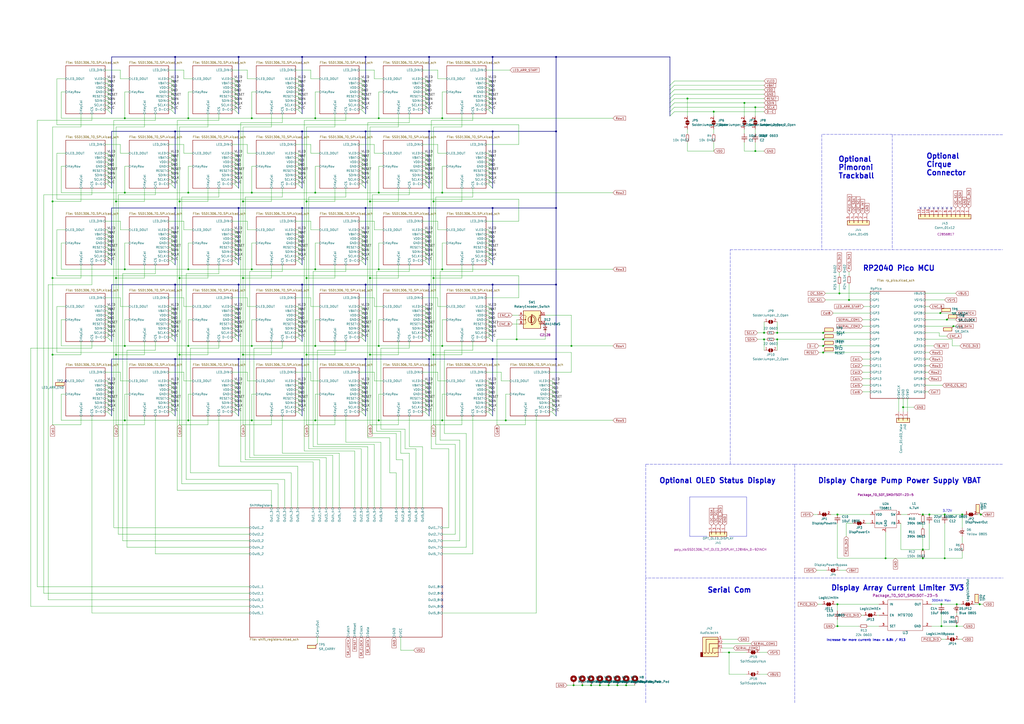
<source format=kicad_sch>
(kicad_sch (version 20211123) (generator eeschema)
  (paper "A2")
  (title_block (title "Poly Keyboard Wave L") (rev "1.4"))
  (junction (at 322.58 76.2))
  (junction (at 554.99 350.52))
  (junction (at 219.71 200.66))
  (junction (at 535.305 318.77))
  (junction (at 175.26 33.02))
  (junction (at 438.15 62.23))
  (junction (at 398.78 57.15))
  (junction (at 248.92 76.2))
  (junction (at 146.05 111.76))
  (junction (at 101.6 208.28))
  (junction (at 101.6 120.65))
  (junction (at 546.1 363.22))
  (junction (at 30.48 205.74))
  (junction (at 212.09 165.1))
  (junction (at 450.85 196.85))
  (junction (at 109.22 111.76))
  (junction (at 477.52 200.66))
  (junction (at 138.43 208.28))
  (junction (at 138.43 165.1))
  (junction (at 477.52 204.47))
  (junction (at 443.23 196.85))
  (junction (at 431.8 59.69))
  (junction (at 539.115 298.45))
  (junction (at 285.75 208.28))
  (junction (at 322.58 208.28))
  (junction (at 438.15 87.63))
  (junction (at 523.875 236.22))
  (junction (at 251.46 161.29))
  (junction (at 285.75 165.1))
  (junction (at 177.8 205.74))
  (junction (at 535.305 323.85))
  (junction (at 182.88 111.76))
  (junction (at 212.09 76.2))
  (junction (at 67.31 205.74))
  (junction (at 477.52 193.04))
  (junction (at 175.26 120.65))
  (junction (at 30.48 116.84))
  (junction (at 30.48 161.29))
  (junction (at 322.58 33.02))
  (junction (at 285.75 120.65))
  (junction (at 535.305 298.45))
  (junction (at 182.88 200.66))
  (junction (at 548.005 323.85))
  (junction (at 256.54 68.58))
  (junction (at 492.506 173.99))
  (junction (at 72.39 68.58))
  (junction (at 101.6 33.02))
  (junction (at 109.22 243.84))
  (junction (at 347.98 397.51))
  (junction (at 182.88 68.58))
  (junction (at 109.22 200.66))
  (junction (at 182.88 156.21))
  (junction (at 251.46 205.74))
  (junction (at 568.96 298.45))
  (junction (at 251.46 116.84))
  (junction (at 146.05 68.58))
  (junction (at 485.775 363.22))
  (junction (at 363.22 397.51))
  (junction (at 332.74 397.51))
  (junction (at 358.14 397.51))
  (junction (at 477.52 196.85))
  (junction (at 256.54 156.21))
  (junction (at 214.63 116.84))
  (junction (at 248.92 208.28))
  (junction (at 353.06 397.51))
  (junction (at 558.165 298.45))
  (junction (at 140.97 161.29))
  (junction (at 299.72 196.85))
  (junction (at 72.39 200.66))
  (junction (at 248.92 165.1))
  (junction (at 219.71 243.84))
  (junction (at 109.22 156.21))
  (junction (at 322.58 165.1))
  (junction (at 146.05 156.21))
  (junction (at 331.47 200.66))
  (junction (at 248.92 120.65))
  (junction (at 285.75 76.2))
  (junction (at 104.14 205.74))
  (junction (at 175.26 76.2))
  (junction (at 212.09 33.02))
  (junction (at 553.085 189.23))
  (junction (at 414.02 64.77))
  (junction (at 175.26 208.28))
  (junction (at 256.54 243.84))
  (junction (at 485.775 350.52))
  (junction (at 513.715 323.85))
  (junction (at 256.54 200.66))
  (junction (at 72.39 156.21))
  (junction (at 214.63 161.29))
  (junction (at 138.43 120.65))
  (junction (at 138.43 33.02))
  (junction (at 219.71 68.58))
  (junction (at 219.71 111.76))
  (junction (at 101.6 76.2))
  (junction (at 293.37 243.84))
  (junction (at 67.31 161.29))
  (junction (at 568.325 350.52))
  (junction (at 214.63 205.74))
  (junction (at 554.99 363.22))
  (junction (at 146.05 243.84))
  (junction (at 109.22 68.58))
  (junction (at 212.09 208.28))
  (junction (at 248.92 33.02))
  (junction (at 545.465 181.61))
  (junction (at 175.26 165.1))
  (junction (at 337.82 397.51))
  (junction (at 177.8 161.29))
  (junction (at 182.88 243.84))
  (junction (at 285.75 33.02))
  (junction (at 322.58 120.65))
  (junction (at 450.85 193.04))
  (junction (at 72.39 111.76))
  (junction (at 422.91 378.46))
  (junction (at 138.43 76.2))
  (junction (at 212.09 120.65))
  (junction (at 549.275 185.42))
  (junction (at 146.05 200.66))
  (junction (at 546.1 350.52))
  (junction (at 140.97 116.84))
  (junction (at 443.23 193.04))
  (junction (at 104.14 161.29))
  (junction (at 485.775 298.45))
  (junction (at 104.14 116.84))
  (junction (at 256.54 111.76))
  (junction (at 140.97 205.74))
  (junction (at 72.39 243.84))
  (junction (at 67.31 116.84))
  (junction (at 177.8 116.84))
  (junction (at 342.9 397.51))
  (junction (at 101.6 165.1))
  (junction (at 219.71 156.21))
  (junction (at 486.918 170.18))
  (junction (at 548.005 298.45))
  (no_connect (at 256.54 340.36))
  (no_connect (at 256.54 344.17))
  (no_connect (at 256.54 347.98))
  (no_connect (at 256.54 351.79))
  (no_connect (at 38.1 220.98))
  (no_connect (at 544.195 120.65))
  (no_connect (at 541.655 120.65))
  (no_connect (at 539.115 120.65))
  (no_connect (at 551.815 120.65))
  (no_connect (at 549.275 120.65))
  (no_connect (at 546.735 120.65))
  (no_connect (at 536.575 120.65))
  (no_connect (at 534.035 120.65))
  (bus_entry (at 246.38 195.58) (size 2.54 2.54))
  (bus_entry (at 246.38 185.42) (size 2.54 2.54))
  (bus_entry (at 172.72 236.22) (size 2.54 2.54))
  (bus_entry (at 209.55 48.26) (size 2.54 2.54))
  (bus_entry (at 62.23 99.06) (size 2.54 2.54))
  (bus_entry (at 283.21 58.42) (size 2.54 2.54))
  (bus_entry (at 99.06 53.34) (size 2.54 2.54))
  (bus_entry (at 135.89 228.6) (size 2.54 2.54))
  (bus_entry (at 320.04 226.06) (size 2.54 2.54))
  (bus_entry (at 283.21 101.6) (size 2.54 2.54))
  (bus_entry (at 320.04 228.6) (size 2.54 2.54))
  (bus_entry (at 62.23 133.35) (size 2.54 2.54))
  (bus_entry (at 209.55 143.51) (size 2.54 2.54))
  (bus_entry (at 172.72 185.42) (size 2.54 2.54))
  (bus_entry (at 246.38 236.22) (size 2.54 2.54))
  (bus_entry (at 99.06 63.5) (size 2.54 2.54))
  (bus_entry (at 283.21 133.35) (size 2.54 2.54))
  (bus_entry (at 62.23 93.98) (size 2.54 2.54))
  (bus_entry (at 62.23 138.43) (size 2.54 2.54))
  (bus_entry (at 172.72 55.88) (size 2.54 2.54))
  (bus_entry (at 99.06 185.42) (size 2.54 2.54))
  (bus_entry (at 62.23 190.5) (size 2.54 2.54))
  (bus_entry (at 283.21 182.88) (size 2.54 2.54))
  (bus_entry (at 209.55 138.43) (size 2.54 2.54))
  (bus_entry (at 246.38 223.52) (size 2.54 2.54))
  (bus_entry (at 209.55 101.6) (size 2.54 2.54))
  (bus_entry (at 135.89 58.42) (size 2.54 2.54))
  (bus_entry (at 320.04 220.98) (size 2.54 2.54))
  (bus_entry (at 172.72 187.96) (size 2.54 2.54))
  (bus_entry (at 172.72 177.8) (size 2.54 2.54))
  (bus_entry (at 246.38 106.68) (size 2.54 2.54))
  (bus_entry (at 283.21 63.5) (size 2.54 2.54))
  (bus_entry (at 246.38 91.44) (size 2.54 2.54))
  (bus_entry (at 172.72 45.72) (size 2.54 2.54))
  (bus_entry (at 209.55 58.42) (size 2.54 2.54))
  (bus_entry (at 283.21 48.26) (size 2.54 2.54))
  (bus_entry (at 172.72 50.8) (size 2.54 2.54))
  (bus_entry (at 99.06 133.35) (size 2.54 2.54))
  (bus_entry (at 209.55 96.52) (size 2.54 2.54))
  (bus_entry (at 62.23 96.52) (size 2.54 2.54))
  (bus_entry (at 172.72 226.06) (size 2.54 2.54))
  (bus_entry (at 99.06 50.8) (size 2.54 2.54))
  (bus_entry (at 283.21 93.98) (size 2.54 2.54))
  (bus_entry (at 172.72 93.98) (size 2.54 2.54))
  (bus_entry (at 172.72 53.34) (size 2.54 2.54))
  (bus_entry (at 246.38 93.98) (size 2.54 2.54))
  (bus_entry (at 283.21 238.76) (size 2.54 2.54))
  (bus_entry (at 135.89 133.35) (size 2.54 2.54))
  (bus_entry (at 135.89 93.98) (size 2.54 2.54))
  (bus_entry (at 62.23 193.04) (size 2.54 2.54))
  (bus_entry (at 135.89 143.51) (size 2.54 2.54))
  (bus_entry (at 246.38 180.34) (size 2.54 2.54))
  (bus_entry (at 283.21 88.9) (size 2.54 2.54))
  (bus_entry (at 99.06 193.04) (size 2.54 2.54))
  (bus_entry (at 172.72 238.76) (size 2.54 2.54))
  (bus_entry (at 172.72 104.14) (size 2.54 2.54))
  (bus_entry (at 391.16 49.53) (size -2.54 2.54))
  (bus_entry (at 209.55 91.44) (size 2.54 2.54))
  (bus_entry (at 283.21 53.34) (size 2.54 2.54))
  (bus_entry (at 135.89 231.14) (size 2.54 2.54))
  (bus_entry (at 172.72 143.51) (size 2.54 2.54))
  (bus_entry (at 283.21 106.68) (size 2.54 2.54))
  (bus_entry (at 99.06 220.98) (size 2.54 2.54))
  (bus_entry (at 246.38 143.51) (size 2.54 2.54))
  (bus_entry (at 135.89 233.68) (size 2.54 2.54))
  (bus_entry (at 246.38 226.06) (size 2.54 2.54))
  (bus_entry (at 172.72 151.13) (size 2.54 2.54))
  (bus_entry (at 172.72 58.42) (size 2.54 2.54))
  (bus_entry (at 209.55 177.8) (size 2.54 2.54))
  (bus_entry (at 99.06 187.96) (size 2.54 2.54))
  (bus_entry (at 99.06 233.68) (size 2.54 2.54))
  (bus_entry (at 283.21 148.59) (size 2.54 2.54))
  (bus_entry (at 209.55 99.06) (size 2.54 2.54))
  (bus_entry (at 209.55 60.96) (size 2.54 2.54))
  (bus_entry (at 99.06 182.88) (size 2.54 2.54))
  (bus_entry (at 135.89 187.96) (size 2.54 2.54))
  (bus_entry (at 246.38 99.06) (size 2.54 2.54))
  (bus_entry (at 320.04 223.52) (size 2.54 2.54))
  (bus_entry (at 246.38 177.8) (size 2.54 2.54))
  (bus_entry (at 209.55 231.14) (size 2.54 2.54))
  (bus_entry (at 391.16 54.61) (size -2.54 2.54))
  (bus_entry (at 99.06 55.88) (size 2.54 2.54))
  (bus_entry (at 209.55 104.14) (size 2.54 2.54))
  (bus_entry (at 283.21 45.72) (size 2.54 2.54))
  (bus_entry (at 283.21 185.42) (size 2.54 2.54))
  (bus_entry (at 283.21 177.8) (size 2.54 2.54))
  (bus_entry (at 246.38 233.68) (size 2.54 2.54))
  (bus_entry (at 99.06 58.42) (size 2.54 2.54))
  (bus_entry (at 62.23 135.89) (size 2.54 2.54))
  (bus_entry (at 283.21 55.88) (size 2.54 2.54))
  (bus_entry (at 246.38 148.59) (size 2.54 2.54))
  (bus_entry (at 135.89 48.26) (size 2.54 2.54))
  (bus_entry (at 135.89 238.76) (size 2.54 2.54))
  (bus_entry (at 283.21 99.06) (size 2.54 2.54))
  (bus_entry (at 283.21 231.14) (size 2.54 2.54))
  (bus_entry (at 172.72 220.98) (size 2.54 2.54))
  (bus_entry (at 283.21 96.52) (size 2.54 2.54))
  (bus_entry (at 99.06 226.06) (size 2.54 2.54))
  (bus_entry (at 135.89 63.5) (size 2.54 2.54))
  (bus_entry (at 209.55 180.34) (size 2.54 2.54))
  (bus_entry (at 135.89 106.68) (size 2.54 2.54))
  (bus_entry (at 209.55 135.89) (size 2.54 2.54))
  (bus_entry (at 283.21 223.52) (size 2.54 2.54))
  (bus_entry (at 209.55 53.34) (size 2.54 2.54))
  (bus_entry (at 62.23 91.44) (size 2.54 2.54))
  (bus_entry (at 172.72 138.43) (size 2.54 2.54))
  (bus_entry (at 62.23 148.59) (size 2.54 2.54))
  (bus_entry (at 62.23 220.98) (size 2.54 2.54))
  (bus_entry (at 320.04 233.68) (size 2.54 2.54))
  (bus_entry (at 99.06 238.76) (size 2.54 2.54))
  (bus_entry (at 246.38 63.5) (size 2.54 2.54))
  (bus_entry (at 172.72 233.68) (size 2.54 2.54))
  (bus_entry (at 283.21 220.98) (size 2.54 2.54))
  (bus_entry (at 391.16 57.15) (size -2.54 2.54))
  (bus_entry (at 135.89 223.52) (size 2.54 2.54))
  (bus_entry (at 99.06 45.72) (size 2.54 2.54))
  (bus_entry (at 62.23 88.9) (size 2.54 2.54))
  (bus_entry (at 172.72 135.89) (size 2.54 2.54))
  (bus_entry (at 246.38 151.13) (size 2.54 2.54))
  (bus_entry (at 283.21 146.05) (size 2.54 2.54))
  (bus_entry (at 99.06 104.14) (size 2.54 2.54))
  (bus_entry (at 135.89 96.52) (size 2.54 2.54))
  (bus_entry (at 135.89 104.14) (size 2.54 2.54))
  (bus_entry (at 246.38 58.42) (size 2.54 2.54))
  (bus_entry (at 99.06 60.96) (size 2.54 2.54))
  (bus_entry (at 62.23 223.52) (size 2.54 2.54))
  (bus_entry (at 172.72 190.5) (size 2.54 2.54))
  (bus_entry (at 246.38 50.8) (size 2.54 2.54))
  (bus_entry (at 172.72 180.34) (size 2.54 2.54))
  (bus_entry (at 172.72 228.6) (size 2.54 2.54))
  (bus_entry (at 135.89 45.72) (size 2.54 2.54))
  (bus_entry (at 99.06 96.52) (size 2.54 2.54))
  (bus_entry (at 283.21 187.96) (size 2.54 2.54))
  (bus_entry (at 391.16 59.69) (size -2.54 2.54))
  (bus_entry (at 135.89 88.9) (size 2.54 2.54))
  (bus_entry (at 99.06 99.06) (size 2.54 2.54))
  (bus_entry (at 283.21 193.04) (size 2.54 2.54))
  (bus_entry (at 135.89 190.5) (size 2.54 2.54))
  (bus_entry (at 99.06 236.22) (size 2.54 2.54))
  (bus_entry (at 135.89 236.22) (size 2.54 2.54))
  (bus_entry (at 172.72 101.6) (size 2.54 2.54))
  (bus_entry (at 135.89 177.8) (size 2.54 2.54))
  (bus_entry (at 99.06 195.58) (size 2.54 2.54))
  (bus_entry (at 99.06 93.98) (size 2.54 2.54))
  (bus_entry (at 135.89 185.42) (size 2.54 2.54))
  (bus_entry (at 99.06 231.14) (size 2.54 2.54))
  (bus_entry (at 209.55 55.88) (size 2.54 2.54))
  (bus_entry (at 62.23 177.8) (size 2.54 2.54))
  (bus_entry (at 320.04 231.14) (size 2.54 2.54))
  (bus_entry (at 283.21 50.8) (size 2.54 2.54))
  (bus_entry (at 99.06 148.59) (size 2.54 2.54))
  (bus_entry (at 283.21 195.58) (size 2.54 2.54))
  (bus_entry (at 172.72 96.52) (size 2.54 2.54))
  (bus_entry (at 172.72 148.59) (size 2.54 2.54))
  (bus_entry (at 209.55 140.97) (size 2.54 2.54))
  (bus_entry (at 246.38 48.26) (size 2.54 2.54))
  (bus_entry (at 135.89 180.34) (size 2.54 2.54))
  (bus_entry (at 99.06 135.89) (size 2.54 2.54))
  (bus_entry (at 283.21 236.22) (size 2.54 2.54))
  (bus_entry (at 209.55 151.13) (size 2.54 2.54))
  (bus_entry (at 135.89 101.6) (size 2.54 2.54))
  (bus_entry (at 135.89 220.98) (size 2.54 2.54))
  (bus_entry (at 209.55 187.96) (size 2.54 2.54))
  (bus_entry (at 99.06 177.8) (size 2.54 2.54))
  (bus_entry (at 62.23 231.14) (size 2.54 2.54))
  (bus_entry (at 209.55 195.58) (size 2.54 2.54))
  (bus_entry (at 209.55 226.06) (size 2.54 2.54))
  (bus_entry (at 172.72 48.26) (size 2.54 2.54))
  (bus_entry (at 135.89 195.58) (size 2.54 2.54))
  (bus_entry (at 283.21 190.5) (size 2.54 2.54))
  (bus_entry (at 99.06 88.9) (size 2.54 2.54))
  (bus_entry (at 283.21 135.89) (size 2.54 2.54))
  (bus_entry (at 283.21 226.06) (size 2.54 2.54))
  (bus_entry (at 391.16 64.77) (size -2.54 2.54))
  (bus_entry (at 209.55 146.05) (size 2.54 2.54))
  (bus_entry (at 172.72 193.04) (size 2.54 2.54))
  (bus_entry (at 283.21 180.34) (size 2.54 2.54))
  (bus_entry (at 135.89 151.13) (size 2.54 2.54))
  (bus_entry (at 283.21 151.13) (size 2.54 2.54))
  (bus_entry (at 209.55 228.6) (size 2.54 2.54))
  (bus_entry (at 246.38 187.96) (size 2.54 2.54))
  (bus_entry (at 135.89 182.88) (size 2.54 2.54))
  (bus_entry (at 172.72 195.58) (size 2.54 2.54))
  (bus_entry (at 391.16 52.07) (size -2.54 2.54))
  (bus_entry (at 246.38 138.43) (size 2.54 2.54))
  (bus_entry (at 62.23 228.6) (size 2.54 2.54))
  (bus_entry (at 99.06 180.34) (size 2.54 2.54))
  (bus_entry (at 209.55 236.22) (size 2.54 2.54))
  (bus_entry (at 99.06 228.6) (size 2.54 2.54))
  (bus_entry (at 99.06 151.13) (size 2.54 2.54))
  (bus_entry (at 209.55 220.98) (size 2.54 2.54))
  (bus_entry (at 209.55 185.42) (size 2.54 2.54))
  (bus_entry (at 62.23 146.05) (size 2.54 2.54))
  (bus_entry (at 209.55 238.76) (size 2.54 2.54))
  (bus_entry (at 246.38 146.05) (size 2.54 2.54))
  (bus_entry (at 99.06 48.26) (size 2.54 2.54))
  (bus_entry (at 209.55 93.98) (size 2.54 2.54))
  (bus_entry (at 246.38 45.72) (size 2.54 2.54))
  (bus_entry (at 135.89 193.04) (size 2.54 2.54))
  (bus_entry (at 62.23 233.68) (size 2.54 2.54))
  (bus_entry (at 246.38 101.6) (size 2.54 2.54))
  (bus_entry (at 135.89 91.44) (size 2.54 2.54))
  (bus_entry (at 99.06 138.43) (size 2.54 2.54))
  (bus_entry (at 135.89 55.88) (size 2.54 2.54))
  (bus_entry (at 62.23 104.14) (size 2.54 2.54))
  (bus_entry (at 172.72 231.14) (size 2.54 2.54))
  (bus_entry (at 283.21 60.96) (size 2.54 2.54))
  (bus_entry (at 209.55 106.68) (size 2.54 2.54))
  (bus_entry (at 172.72 88.9) (size 2.54 2.54))
  (bus_entry (at 246.38 104.14) (size 2.54 2.54))
  (bus_entry (at 62.23 143.51) (size 2.54 2.54))
  (bus_entry (at 172.72 60.96) (size 2.54 2.54))
  (bus_entry (at 246.38 182.88) (size 2.54 2.54))
  (bus_entry (at 283.21 228.6) (size 2.54 2.54))
  (bus_entry (at 135.89 146.05) (size 2.54 2.54))
  (bus_entry (at 62.23 106.68) (size 2.54 2.54))
  (bus_entry (at 283.21 138.43) (size 2.54 2.54))
  (bus_entry (at 246.38 190.5) (size 2.54 2.54))
  (bus_entry (at 135.89 148.59) (size 2.54 2.54))
  (bus_entry (at 172.72 146.05) (size 2.54 2.54))
  (bus_entry (at 391.16 46.99) (size -2.54 2.54))
  (bus_entry (at 209.55 148.59) (size 2.54 2.54))
  (bus_entry (at 135.89 53.34) (size 2.54 2.54))
  (bus_entry (at 172.72 223.52) (size 2.54 2.54))
  (bus_entry (at 99.06 143.51) (size 2.54 2.54))
  (bus_entry (at 172.72 182.88) (size 2.54 2.54))
  (bus_entry (at 246.38 55.88) (size 2.54 2.54))
  (bus_entry (at 246.38 193.04) (size 2.54 2.54))
  (bus_entry (at 99.06 190.5) (size 2.54 2.54))
  (bus_entry (at 209.55 63.5) (size 2.54 2.54))
  (bus_entry (at 62.23 60.96) (size 2.54 2.54))
  (bus_entry (at 62.23 63.5) (size 2.54 2.54))
  (bus_entry (at 62.23 55.88) (size 2.54 2.54))
  (bus_entry (at 62.23 58.42) (size 2.54 2.54))
  (bus_entry (at 62.23 50.8) (size 2.54 2.54))
  (bus_entry (at 62.23 53.34) (size 2.54 2.54))
  (bus_entry (at 62.23 45.72) (size 2.54 2.54))
  (bus_entry (at 62.23 48.26) (size 2.54 2.54))
  (bus_entry (at 391.16 62.23) (size -2.54 2.54))
  (bus_entry (at 246.38 96.52) (size 2.54 2.54))
  (bus_entry (at 135.89 140.97) (size 2.54 2.54))
  (bus_entry (at 246.38 228.6) (size 2.54 2.54))
  (bus_entry (at 62.23 101.6) (size 2.54 2.54))
  (bus_entry (at 172.72 106.68) (size 2.54 2.54))
  (bus_entry (at 135.89 135.89) (size 2.54 2.54))
  (bus_entry (at 246.38 133.35) (size 2.54 2.54))
  (bus_entry (at 246.38 140.97) (size 2.54 2.54))
  (bus_entry (at 246.38 135.89) (size 2.54 2.54))
  (bus_entry (at 99.06 106.68) (size 2.54 2.54))
  (bus_entry (at 172.72 133.35) (size 2.54 2.54))
  (bus_entry (at 62.23 151.13) (size 2.54 2.54))
  (bus_entry (at 135.89 226.06) (size 2.54 2.54))
  (bus_entry (at 246.38 238.76) (size 2.54 2.54))
  (bus_entry (at 62.23 195.58) (size 2.54 2.54))
  (bus_entry (at 99.06 91.44) (size 2.54 2.54))
  (bus_entry (at 246.38 60.96) (size 2.54 2.54))
  (bus_entry (at 283.21 143.51) (size 2.54 2.54))
  (bus_entry (at 209.55 233.68) (size 2.54 2.54))
  (bus_entry (at 99.06 146.05) (size 2.54 2.54))
  (bus_entry (at 209.55 182.88) (size 2.54 2.54))
  (bus_entry (at 246.38 231.14) (size 2.54 2.54))
  (bus_entry (at 62.23 140.97) (size 2.54 2.54))
  (bus_entry (at 99.06 223.52) (size 2.54 2.54))
  (bus_entry (at 283.21 140.97) (size 2.54 2.54))
  (bus_entry (at 283.21 233.68) (size 2.54 2.54))
  (bus_entry (at 246.38 220.98) (size 2.54 2.54))
  (bus_entry (at 246.38 53.34) (size 2.54 2.54))
  (bus_entry (at 135.89 99.06) (size 2.54 2.54))
  (bus_entry (at 209.55 133.35) (size 2.54 2.54))
  (bus_entry (at 209.55 88.9) (size 2.54 2.54))
  (bus_entry (at 62.23 180.34) (size 2.54 2.54))
  (bus_entry (at 320.04 238.76) (size 2.54 2.54))
  (bus_entry (at 209.55 193.04) (size 2.54 2.54))
  (bus_entry (at 320.04 236.22) (size 2.54 2.54))
  (bus_entry (at 62.23 238.76) (size 2.54 2.54))
  (bus_entry (at 135.89 60.96) (size 2.54 2.54))
  (bus_entry (at 209.55 45.72) (size 2.54 2.54))
  (bus_entry (at 209.55 223.52) (size 2.54 2.54))
  (bus_entry (at 172.72 91.44) (size 2.54 2.54))
  (bus_entry (at 209.55 190.5) (size 2.54 2.54))
  (bus_entry (at 172.72 99.06) (size 2.54 2.54))
  (bus_entry (at 283.21 104.14) (size 2.54 2.54))
  (bus_entry (at 209.55 50.8) (size 2.54 2.54))
  (bus_entry (at 62.23 182.88) (size 2.54 2.54))
  (bus_entry (at 283.21 91.44) (size 2.54 2.54))
  (bus_entry (at 172.72 140.97) (size 2.54 2.54))
  (bus_entry (at 62.23 187.96) (size 2.54 2.54))
  (bus_entry (at 246.38 88.9) (size 2.54 2.54))
  (bus_entry (at 62.23 185.42) (size 2.54 2.54))
  (bus_entry (at 99.06 140.97) (size 2.54 2.54))
  (bus_entry (at 172.72 63.5) (size 2.54 2.54))
  (bus_entry (at 135.89 50.8) (size 2.54 2.54))
  (bus_entry (at 99.06 101.6) (size 2.54 2.54))
  (bus_entry (at 62.23 226.06) (size 2.54 2.54))
  (bus_entry (at 135.89 138.43) (size 2.54 2.54))
  (bus_entry (at 62.23 236.22) (size 2.54 2.54))
  (bus (pts (xy 285.75 60.96) (xy 285.75 58.42)))
  (wire (pts (xy 134.62 228.6) (xy 135.89 228.6)))
  (wire (pts (xy 256.54 140.97) (xy 259.08 140.97)))
  (bus (pts (xy 64.77 99.06) (xy 64.77 96.52)))
  (wire (pts (xy 46.99 246.38) (xy 46.99 241.3)))
  (wire (pts (xy 134.62 236.22) (xy 135.89 236.22)))
  (wire (pts (xy 134.62 101.6) (xy 135.89 101.6)))
  (bus (pts (xy 248.92 50.8) (xy 248.92 48.26)))
  (wire (pts (xy 148.59 88.9) (xy 143.51 88.9)))
  (wire (pts (xy 17.78 351.79) (xy 144.78 351.79)))
  (wire (pts (xy 161.29 280.67) (xy 105.41 280.67)))
  (wire (pts (xy 256.54 96.52) (xy 259.08 96.52)))
  (bus (pts (xy 101.6 228.6) (xy 101.6 226.06)))
  (wire (pts (xy 111.76 220.98) (xy 106.68 220.98)))
  (wire (pts (xy 69.85 220.98) (xy 69.85 215.9)))
  (wire (pts (xy 226.06 274.32) (xy 226.06 254)))
  (wire (pts (xy 185.42 133.35) (xy 180.34 133.35)))
  (bus (pts (xy 212.09 195.58) (xy 212.09 193.04)))
  (wire (pts (xy 148.59 177.8) (xy 143.51 177.8)))
  (wire (pts (xy 53.34 198.12) (xy 53.34 201.93)))
  (bus (pts (xy 322.58 241.3) (xy 322.58 238.76)))
  (bus (pts (xy 64.77 233.68) (xy 64.77 231.14)))
  (wire (pts (xy 208.28 231.14) (xy 209.55 231.14)))
  (wire (pts (xy 35.56 200.66) (xy 72.39 200.66)))
  (wire (pts (xy 251.46 246.38) (xy 267.97 246.38)))
  (wire (pts (xy 97.79 228.6) (xy 99.06 228.6)))
  (bus (pts (xy 212.09 93.98) (xy 212.09 91.44)))
  (wire (pts (xy 120.65 161.29) (xy 104.14 161.29)))
  (wire (pts (xy 147.32 201.93) (xy 163.83 201.93)))
  (bus (pts (xy 285.75 182.88) (xy 285.75 180.34)))
  (wire (pts (xy 33.02 72.39) (xy 300.99 72.39)))
  (bus (pts (xy 64.77 63.5) (xy 64.77 60.96)))
  (bus (pts (xy 64.77 223.52) (xy 64.77 208.28)))
  (wire (pts (xy 252.73 114.3) (xy 274.32 114.3)))
  (wire (pts (xy 60.96 185.42) (xy 62.23 185.42)))
  (bus (pts (xy 285.75 208.28) (xy 322.58 208.28)))
  (wire (pts (xy 134.62 140.97) (xy 135.89 140.97)))
  (wire (pts (xy 147.32 264.16) (xy 147.32 201.93)))
  (wire (pts (xy 97.79 215.9) (xy 106.68 215.9)))
  (wire (pts (xy 171.45 91.44) (xy 172.72 91.44)))
  (wire (pts (xy 281.94 223.52) (xy 283.21 223.52)))
  (bus (pts (xy 64.77 226.06) (xy 64.77 223.52)))
  (bus (pts (xy 388.62 54.61) (xy 388.62 57.15)))
  (wire (pts (xy 146.05 53.34) (xy 148.59 53.34)))
  (bus (pts (xy 285.75 193.04) (xy 285.75 190.5)))
  (bus (pts (xy 101.6 106.68) (xy 101.6 104.14)))
  (bus (pts (xy 248.92 187.96) (xy 248.92 185.42)))
  (bus (pts (xy 138.43 238.76) (xy 138.43 236.22)))
  (bus (pts (xy 175.26 182.88) (xy 175.26 180.34)))
  (wire (pts (xy 245.11 177.8) (xy 246.38 177.8)))
  (wire (pts (xy 38.1 88.9) (xy 33.02 88.9)))
  (wire (pts (xy 171.45 185.42) (xy 172.72 185.42)))
  (wire (pts (xy 72.39 185.42) (xy 74.93 185.42)))
  (bus (pts (xy 138.43 76.2) (xy 175.26 76.2)))
  (wire (pts (xy 171.45 96.52) (xy 172.72 96.52)))
  (wire (pts (xy 134.62 187.96) (xy 135.89 187.96)))
  (wire (pts (xy 60.96 215.9) (xy 69.85 215.9)))
  (bus (pts (xy 64.77 91.44) (xy 64.77 76.2)))
  (bus (pts (xy 212.09 106.68) (xy 212.09 104.14)))
  (wire (pts (xy 252.73 257.81) (xy 252.73 114.3)))
  (wire (pts (xy 209.55 260.35) (xy 179.07 260.35)))
  (bus (pts (xy 175.26 104.14) (xy 175.26 101.6)))
  (bus (pts (xy 175.26 151.13) (xy 175.26 148.59)))
  (wire (pts (xy 231.14 246.38) (xy 231.14 241.3)))
  (wire (pts (xy 500.38 185.42) (xy 504.825 185.42)))
  (wire (pts (xy 535.305 298.45) (xy 539.115 298.45)))
  (wire (pts (xy 171.45 228.6) (xy 172.72 228.6)))
  (wire (pts (xy 422.91 378.46) (xy 433.07 378.46)))
  (wire (pts (xy 208.28 190.5) (xy 209.55 190.5)))
  (bus (pts (xy 64.77 93.98) (xy 64.77 91.44)))
  (polyline (pts (xy 374.65 335.28) (xy 374.65 407.67)))
  (wire (pts (xy 182.88 228.6) (xy 182.88 243.84)))
  (bus (pts (xy 175.26 187.96) (xy 175.26 185.42)))
  (wire (pts (xy 363.22 397.51) (xy 368.3 397.51)))
  (wire (pts (xy 245.11 182.88) (xy 246.38 182.88)))
  (wire (pts (xy 127 201.93) (xy 127 198.12)))
  (wire (pts (xy 171.45 226.06) (xy 172.72 226.06)))
  (wire (pts (xy 181.61 157.48) (xy 200.66 157.48)))
  (wire (pts (xy 97.79 55.88) (xy 99.06 55.88)))
  (wire (pts (xy 245.11 104.14) (xy 246.38 104.14)))
  (wire (pts (xy 214.63 205.74) (xy 214.63 246.38)))
  (wire (pts (xy 134.62 50.8) (xy 135.89 50.8)))
  (wire (pts (xy 299.72 185.42) (xy 299.72 196.85)))
  (bus (pts (xy 101.6 151.13) (xy 101.6 148.59)))
  (wire (pts (xy 222.25 177.8) (xy 217.17 177.8)))
  (wire (pts (xy 35.56 243.84) (xy 72.39 243.84)))
  (wire (pts (xy 391.16 46.99) (xy 443.23 46.99)))
  (bus (pts (xy 175.26 185.42) (xy 175.26 182.88)))
  (wire (pts (xy 219.71 200.66) (xy 256.54 200.66)))
  (bus (pts (xy 212.09 63.5) (xy 212.09 60.96)))
  (wire (pts (xy 251.46 73.66) (xy 251.46 116.84)))
  (wire (pts (xy 171.45 177.8) (xy 172.72 177.8)))
  (wire (pts (xy 171.45 140.97) (xy 172.72 140.97)))
  (bus (pts (xy 64.77 60.96) (xy 64.77 58.42)))
  (bus (pts (xy 212.09 143.51) (xy 212.09 140.97)))
  (wire (pts (xy 208.28 195.58) (xy 209.55 195.58)))
  (bus (pts (xy 175.26 140.97) (xy 175.26 138.43)))
  (wire (pts (xy 217.17 220.98) (xy 217.17 215.9)))
  (wire (pts (xy 358.14 397.51) (xy 363.22 397.51)))
  (bus (pts (xy 138.43 96.52) (xy 138.43 93.98)))
  (wire (pts (xy 97.79 190.5) (xy 99.06 190.5)))
  (bus (pts (xy 285.75 153.67) (xy 285.75 151.13)))
  (wire (pts (xy 140.97 205.74) (xy 140.97 246.38)))
  (wire (pts (xy 60.96 48.26) (xy 62.23 48.26)))
  (wire (pts (xy 171.45 236.22) (xy 172.72 236.22)))
  (wire (pts (xy 109.22 96.52) (xy 109.22 111.76)))
  (bus (pts (xy 212.09 138.43) (xy 212.09 135.89)))
  (wire (pts (xy 60.96 195.58) (xy 62.23 195.58)))
  (wire (pts (xy 179.07 114.3) (xy 200.66 114.3)))
  (wire (pts (xy 72.39 228.6) (xy 72.39 243.84)))
  (bus (pts (xy 138.43 165.1) (xy 175.26 165.1)))
  (wire (pts (xy 134.62 180.34) (xy 135.89 180.34)))
  (wire (pts (xy 290.83 220.98) (xy 290.83 215.9)))
  (wire (pts (xy 134.62 148.59) (xy 135.89 148.59)))
  (bus (pts (xy 322.58 228.6) (xy 322.58 226.06)))
  (wire (pts (xy 60.96 128.27) (xy 69.85 128.27)))
  (bus (pts (xy 101.6 53.34) (xy 101.6 50.8)))
  (bus (pts (xy 248.92 208.28) (xy 285.75 208.28)))
  (wire (pts (xy 182.88 111.76) (xy 219.71 111.76)))
  (wire (pts (xy 237.49 71.12) (xy 237.49 66.04)))
  (wire (pts (xy 485.775 363.22) (xy 498.475 363.22)))
  (wire (pts (xy 171.45 50.8) (xy 172.72 50.8)))
  (wire (pts (xy 60.96 231.14) (xy 62.23 231.14)))
  (bus (pts (xy 101.6 55.88) (xy 101.6 53.34)))
  (wire (pts (xy 266.7 313.69) (xy 266.7 255.27)))
  (wire (pts (xy 245.11 146.05) (xy 246.38 146.05)))
  (bus (pts (xy 212.09 223.52) (xy 212.09 208.28)))
  (wire (pts (xy 237.49 201.93) (xy 237.49 198.12)))
  (wire (pts (xy 536.575 215.9) (xy 538.48 215.9)))
  (wire (pts (xy 264.16 309.88) (xy 264.16 257.81)))
  (wire (pts (xy 157.48 66.04) (xy 157.48 73.66)))
  (wire (pts (xy 74.93 133.35) (xy 69.85 133.35)))
  (wire (pts (xy 74.93 45.72) (xy 69.85 45.72)))
  (wire (pts (xy 281.94 91.44) (xy 283.21 91.44)))
  (wire (pts (xy 182.88 140.97) (xy 182.88 156.21)))
  (wire (pts (xy 35.56 111.76) (xy 72.39 111.76)))
  (wire (pts (xy 222.25 133.35) (xy 217.17 133.35)))
  (wire (pts (xy 176.53 261.62) (xy 176.53 69.85)))
  (wire (pts (xy 184.15 203.2) (xy 200.66 203.2)))
  (wire (pts (xy 231.14 161.29) (xy 214.63 161.29)))
  (bus (pts (xy 212.09 153.67) (xy 212.09 151.13)))
  (wire (pts (xy 97.79 106.68) (xy 99.06 106.68)))
  (wire (pts (xy 120.65 73.66) (xy 104.14 73.66)))
  (wire (pts (xy 281.94 172.72) (xy 300.99 172.72)))
  (wire (pts (xy 97.79 83.82) (xy 106.68 83.82)))
  (wire (pts (xy 180.34 88.9) (xy 180.34 83.82)))
  (polyline (pts (xy 461.01 335.28) (xy 461.01 407.67)))
  (wire (pts (xy 219.71 228.6) (xy 219.71 243.84)))
  (wire (pts (xy 208.28 40.64) (xy 217.17 40.64)))
  (polyline (pts (xy 423.545 269.24) (xy 423.545 144.78)))
  (wire (pts (xy 134.62 96.52) (xy 135.89 96.52)))
  (wire (pts (xy 177.8 73.66) (xy 177.8 116.84)))
  (wire (pts (xy 171.45 233.68) (xy 172.72 233.68)))
  (wire (pts (xy 391.16 62.23) (xy 438.15 62.23)))
  (wire (pts (xy 229.87 274.32) (xy 226.06 274.32)))
  (bus (pts (xy 64.77 193.04) (xy 64.77 190.5)))
  (bus (pts (xy 101.6 143.51) (xy 101.6 140.97)))
  (wire (pts (xy 274.32 203.2) (xy 274.32 198.12)))
  (wire (pts (xy 109.22 53.34) (xy 109.22 68.58)))
  (wire (pts (xy 332.74 397.51) (xy 337.82 397.51)))
  (wire (pts (xy 60.96 55.88) (xy 62.23 55.88)))
  (wire (pts (xy 523.875 236.22) (xy 523.875 238.76)))
  (wire (pts (xy 97.79 177.8) (xy 99.06 177.8)))
  (wire (pts (xy 177.8 205.74) (xy 177.8 246.38)))
  (wire (pts (xy 111.76 88.9) (xy 106.68 88.9)))
  (bus (pts (xy 64.77 66.04) (xy 64.77 63.5)))
  (bus (pts (xy 248.92 143.51) (xy 248.92 140.97)))
  (wire (pts (xy 35.56 96.52) (xy 35.56 111.76)))
  (wire (pts (xy 256.54 53.34) (xy 256.54 68.58)))
  (wire (pts (xy 471.805 298.45) (xy 474.345 298.45)))
  (wire (pts (xy 486.918 170.18) (xy 504.825 170.18)))
  (wire (pts (xy 311.15 355.6) (xy 311.15 241.3)))
  (bus (pts (xy 138.43 106.68) (xy 138.43 104.14)))
  (wire (pts (xy 535.305 303.53) (xy 535.305 306.07)))
  (bus (pts (xy 138.43 55.88) (xy 138.43 53.34)))
  (wire (pts (xy 281.94 143.51) (xy 283.21 143.51)))
  (wire (pts (xy 60.96 99.06) (xy 62.23 99.06)))
  (wire (pts (xy 134.62 63.5) (xy 135.89 63.5)))
  (wire (pts (xy 477.52 193.04) (xy 504.825 193.04)))
  (wire (pts (xy 245.11 148.59) (xy 246.38 148.59)))
  (wire (pts (xy 148.59 45.72) (xy 143.51 45.72)))
  (wire (pts (xy 260.35 306.07) (xy 260.35 260.35)))
  (bus (pts (xy 285.75 99.06) (xy 285.75 96.52)))
  (wire (pts (xy 134.62 215.9) (xy 143.51 215.9)))
  (wire (pts (xy 21.59 69.85) (xy 53.34 69.85)))
  (bus (pts (xy 175.26 180.34) (xy 175.26 165.1)))
  (wire (pts (xy 60.96 148.59) (xy 62.23 148.59)))
  (wire (pts (xy 474.345 350.52) (xy 476.885 350.52)))
  (wire (pts (xy 109.22 111.76) (xy 146.05 111.76)))
  (wire (pts (xy 548.005 303.53) (xy 548.005 323.85)))
  (bus (pts (xy 212.09 241.3) (xy 212.09 238.76)))
  (wire (pts (xy 353.06 397.51) (xy 358.14 397.51)))
  (wire (pts (xy 127 66.04) (xy 127 69.85)))
  (wire (pts (xy 522.605 298.45) (xy 526.415 298.45)))
  (wire (pts (xy 143.51 220.98) (xy 143.51 215.9)))
  (wire (pts (xy 502.285 303.53) (xy 504.825 303.53)))
  (bus (pts (xy 248.92 151.13) (xy 248.92 148.59)))
  (wire (pts (xy 250.19 260.35) (xy 250.19 69.85)))
  (wire (pts (xy 97.79 187.96) (xy 99.06 187.96)))
  (wire (pts (xy 245.11 58.42) (xy 246.38 58.42)))
  (wire (pts (xy 97.79 91.44) (xy 99.06 91.44)))
  (wire (pts (xy 134.62 146.05) (xy 135.89 146.05)))
  (wire (pts (xy 213.36 71.12) (xy 237.49 71.12)))
  (bus (pts (xy 64.77 180.34) (xy 64.77 165.1)))
  (wire (pts (xy 535.305 318.77) (xy 539.115 318.77)))
  (wire (pts (xy 254 45.72) (xy 254 40.64)))
  (wire (pts (xy 171.45 172.72) (xy 180.34 172.72)))
  (wire (pts (xy 232.41 250.19) (xy 218.44 250.19)))
  (bus (pts (xy 138.43 50.8) (xy 138.43 48.26)))
  (wire (pts (xy 120.65 246.38) (xy 120.65 241.3)))
  (wire (pts (xy 245.11 93.98) (xy 246.38 93.98)))
  (wire (pts (xy 256.54 200.66) (xy 331.47 200.66)))
  (wire (pts (xy 208.28 215.9) (xy 217.17 215.9)))
  (wire (pts (xy 171.45 238.76) (xy 172.72 238.76)))
  (bus (pts (xy 175.26 146.05) (xy 175.26 143.51)))
  (wire (pts (xy 182.88 53.34) (xy 182.88 68.58)))
  (wire (pts (xy 245.11 215.9) (xy 254 215.9)))
  (wire (pts (xy 134.62 88.9) (xy 135.89 88.9)))
  (wire (pts (xy 219.71 185.42) (xy 222.25 185.42)))
  (wire (pts (xy 171.45 63.5) (xy 172.72 63.5)))
  (wire (pts (xy 83.82 161.29) (xy 67.31 161.29)))
  (wire (pts (xy 208.28 96.52) (xy 209.55 96.52)))
  (wire (pts (xy 256.54 309.88) (xy 264.16 309.88)))
  (wire (pts (xy 256.54 306.07) (xy 260.35 306.07)))
  (wire (pts (xy 483.235 181.61) (xy 504.825 181.61)))
  (wire (pts (xy 180.34 133.35) (xy 180.34 128.27)))
  (wire (pts (xy 21.59 340.36) (xy 144.78 340.36)))
  (wire (pts (xy 490.855 303.53) (xy 490.855 311.15)))
  (wire (pts (xy 179.07 260.35) (xy 179.07 114.3)))
  (wire (pts (xy 318.77 220.98) (xy 320.04 220.98)))
  (bus (pts (xy 212.09 208.28) (xy 248.92 208.28)))
  (wire (pts (xy 180.34 220.98) (xy 180.34 215.9)))
  (wire (pts (xy 281.94 93.98) (xy 283.21 93.98)))
  (wire (pts (xy 208.28 226.06) (xy 209.55 226.06)))
  (bus (pts (xy 175.26 193.04) (xy 175.26 190.5)))
  (wire (pts (xy 270.51 251.46) (xy 257.81 251.46)))
  (bus (pts (xy 138.43 226.06) (xy 138.43 223.52)))
  (wire (pts (xy 97.79 172.72) (xy 106.68 172.72)))
  (wire (pts (xy 97.79 101.6) (xy 99.06 101.6)))
  (wire (pts (xy 231.14 116.84) (xy 214.63 116.84)))
  (wire (pts (xy 97.79 48.26) (xy 99.06 48.26)))
  (bus (pts (xy 101.6 63.5) (xy 101.6 60.96)))
  (bus (pts (xy 64.77 58.42) (xy 64.77 55.88)))
  (wire (pts (xy 46.99 73.66) (xy 30.48 73.66)))
  (wire (pts (xy 256.54 156.21) (xy 355.6 156.21)))
  (wire (pts (xy 38.1 177.8) (xy 33.02 177.8)))
  (wire (pts (xy 104.14 116.84) (xy 104.14 161.29)))
  (wire (pts (xy 185.42 45.72) (xy 180.34 45.72)))
  (bus (pts (xy 285.75 48.26) (xy 285.75 33.02)))
  (bus (pts (xy 138.43 223.52) (xy 138.43 208.28)))
  (wire (pts (xy 67.31 116.84) (xy 67.31 161.29)))
  (wire (pts (xy 97.79 146.05) (xy 99.06 146.05)))
  (wire (pts (xy 540.385 363.22) (xy 546.1 363.22)))
  (wire (pts (xy 97.79 195.58) (xy 99.06 195.58)))
  (wire (pts (xy 97.79 236.22) (xy 99.06 236.22)))
  (wire (pts (xy 245.11 238.76) (xy 246.38 238.76)))
  (wire (pts (xy 331.47 182.88) (xy 331.47 200.66)))
  (wire (pts (xy 218.44 157.48) (xy 237.49 157.48)))
  (wire (pts (xy 171.45 215.9) (xy 180.34 215.9)))
  (wire (pts (xy 545.465 181.61) (xy 554.355 181.61)))
  (wire (pts (xy 35.56 140.97) (xy 38.1 140.97)))
  (wire (pts (xy 222.25 45.72) (xy 217.17 45.72)))
  (wire (pts (xy 38.1 45.72) (xy 33.02 45.72)))
  (wire (pts (xy 21.59 340.36) (xy 21.59 69.85)))
  (wire (pts (xy 144.78 309.88) (xy 68.58 309.88)))
  (bus (pts (xy 285.75 165.1) (xy 322.58 165.1)))
  (wire (pts (xy 220.98 248.92) (xy 220.98 201.93)))
  (wire (pts (xy 109.22 96.52) (xy 111.76 96.52)))
  (wire (pts (xy 208.28 233.68) (xy 209.55 233.68)))
  (wire (pts (xy 281.94 215.9) (xy 290.83 215.9)))
  (bus (pts (xy 175.26 120.65) (xy 212.09 120.65)))
  (wire (pts (xy 208.28 128.27) (xy 217.17 128.27)))
  (wire (pts (xy 97.79 93.98) (xy 99.06 93.98)))
  (bus (pts (xy 175.26 231.14) (xy 175.26 228.6)))
  (wire (pts (xy 281.94 53.34) (xy 283.21 53.34)))
  (wire (pts (xy 144.78 157.48) (xy 163.83 157.48)))
  (polyline (pts (xy 473.71 335.28) (xy 374.65 335.28)))
  (wire (pts (xy 237.49 262.89) (xy 232.41 262.89)))
  (wire (pts (xy 102.87 69.85) (xy 127 69.85)))
  (bus (pts (xy 175.26 96.52) (xy 175.26 93.98)))
  (wire (pts (xy 60.96 223.52) (xy 62.23 223.52)))
  (wire (pts (xy 35.56 156.21) (xy 72.39 156.21)))
  (wire (pts (xy 185.42 266.7) (xy 142.24 266.7)))
  (wire (pts (xy 414.02 64.77) (xy 414.02 67.31)))
  (wire (pts (xy 281.94 177.8) (xy 283.21 177.8)))
  (wire (pts (xy 74.93 220.98) (xy 69.85 220.98)))
  (bus (pts (xy 101.6 146.05) (xy 101.6 143.51)))
  (wire (pts (xy 300.99 185.42) (xy 299.72 185.42)))
  (wire (pts (xy 237.49 113.03) (xy 237.49 109.22)))
  (bus (pts (xy 175.26 33.02) (xy 212.09 33.02)))
  (wire (pts (xy 567.055 298.45) (xy 568.96 298.45)))
  (wire (pts (xy 157.48 205.74) (xy 140.97 205.74)))
  (bus (pts (xy 101.6 91.44) (xy 101.6 76.2)))
  (bus (pts (xy 101.6 148.59) (xy 101.6 146.05)))
  (wire (pts (xy 552.45 196.85) (xy 552.45 200.66)))
  (bus (pts (xy 212.09 148.59) (xy 212.09 146.05)))
  (wire (pts (xy 544.83 194.945) (xy 549.275 194.945)))
  (bus (pts (xy 138.43 135.89) (xy 138.43 120.65)))
  (wire (pts (xy 106.68 177.8) (xy 106.68 172.72)))
  (wire (pts (xy 500.38 212.09) (xy 504.825 212.09)))
  (bus (pts (xy 212.09 53.34) (xy 212.09 50.8)))
  (wire (pts (xy 318.77 226.06) (xy 320.04 226.06)))
  (bus (pts (xy 248.92 138.43) (xy 248.92 135.89)))
  (bus (pts (xy 138.43 60.96) (xy 138.43 58.42)))
  (wire (pts (xy 53.34 355.6) (xy 144.78 355.6)))
  (wire (pts (xy 60.96 146.05) (xy 62.23 146.05)))
  (wire (pts (xy 33.02 177.8) (xy 33.02 204.47)))
  (wire (pts (xy 120.65 66.04) (xy 120.65 73.66)))
  (wire (pts (xy 165.1 294.64) (xy 165.1 278.13)))
  (wire (pts (xy 46.99 153.67) (xy 46.99 161.29)))
  (wire (pts (xy 219.71 68.58) (xy 256.54 68.58)))
  (wire (pts (xy 241.3 260.35) (xy 234.95 260.35)))
  (wire (pts (xy 443.23 196.85) (xy 444.5 196.85)))
  (wire (pts (xy 281.94 180.34) (xy 283.21 180.34)))
  (wire (pts (xy 217.17 133.35) (xy 217.17 128.27)))
  (wire (pts (xy 439.42 193.04) (xy 443.23 193.04)))
  (bus (pts (xy 175.26 76.2) (xy 212.09 76.2)))
  (wire (pts (xy 171.45 48.26) (xy 172.72 48.26)))
  (wire (pts (xy 419.1 378.46) (xy 422.91 378.46)))
  (wire (pts (xy 259.08 45.72) (xy 254 45.72)))
  (wire (pts (xy 450.85 196.85) (xy 450.85 203.2)))
  (bus (pts (xy 285.75 185.42) (xy 285.75 182.88)))
  (wire (pts (xy 318.77 233.68) (xy 320.04 233.68)))
  (wire (pts (xy 281.94 40.64) (xy 295.91 40.64)))
  (wire (pts (xy 134.62 93.98) (xy 135.89 93.98)))
  (polyline (pts (xy 581.66 78.105) (xy 517.525 78.105)))
  (wire (pts (xy 109.22 156.21) (xy 146.05 156.21)))
  (wire (pts (xy 255.27 157.48) (xy 274.32 157.48)))
  (bus (pts (xy 248.92 153.67) (xy 248.92 151.13)))
  (wire (pts (xy 251.46 161.29) (xy 251.46 205.74)))
  (wire (pts (xy 194.31 116.84) (xy 177.8 116.84)))
  (wire (pts (xy 485.775 323.85) (xy 513.715 323.85)))
  (wire (pts (xy 106.68 45.72) (xy 106.68 40.64)))
  (bus (pts (xy 64.77 236.22) (xy 64.77 233.68)))
  (wire (pts (xy 146.05 243.84) (xy 182.88 243.84)))
  (wire (pts (xy 60.96 177.8) (xy 62.23 177.8)))
  (wire (pts (xy 318.77 223.52) (xy 320.04 223.52)))
  (wire (pts (xy 157.48 294.64) (xy 157.48 284.48)))
  (bus (pts (xy 101.6 241.3) (xy 101.6 238.76)))
  (wire (pts (xy 109.22 185.42) (xy 111.76 185.42)))
  (bus (pts (xy 212.09 182.88) (xy 212.09 180.34)))
  (wire (pts (xy 484.505 350.52) (xy 485.775 350.52)))
  (wire (pts (xy 105.41 280.67) (xy 105.41 114.3)))
  (wire (pts (xy 134.62 220.98) (xy 135.89 220.98)))
  (wire (pts (xy 194.31 109.22) (xy 194.31 116.84)))
  (bus (pts (xy 101.6 50.8) (xy 101.6 48.26)))
  (wire (pts (xy 419.1 375.92) (xy 425.45 375.92)))
  (wire (pts (xy 536.575 185.42) (xy 549.275 185.42)))
  (wire (pts (xy 30.48 161.29) (xy 30.48 205.74)))
  (wire (pts (xy 171.45 138.43) (xy 172.72 138.43)))
  (wire (pts (xy 440.69 391.16) (xy 445.135 391.16)))
  (bus (pts (xy 285.75 187.96) (xy 285.75 185.42)))
  (bus (pts (xy 285.75 241.3) (xy 285.75 238.76)))
  (wire (pts (xy 120.65 205.74) (xy 104.14 205.74)))
  (bus (pts (xy 212.09 91.44) (xy 212.09 76.2)))
  (wire (pts (xy 171.45 182.88) (xy 172.72 182.88)))
  (wire (pts (xy 558.165 311.15) (xy 558.165 314.96)))
  (bus (pts (xy 285.75 143.51) (xy 285.75 140.97)))
  (wire (pts (xy 171.45 187.96) (xy 172.72 187.96)))
  (bus (pts (xy 64.77 190.5) (xy 64.77 187.96)))
  (wire (pts (xy 500.38 215.9) (xy 504.825 215.9)))
  (bus (pts (xy 212.09 66.04) (xy 212.09 63.5)))
  (wire (pts (xy 474.98 204.47) (xy 477.52 204.47)))
  (wire (pts (xy 568.325 350.52) (xy 570.23 350.52)))
  (bus (pts (xy 175.26 106.68) (xy 175.26 104.14)))
  (wire (pts (xy 200.66 203.2) (xy 200.66 198.12)))
  (bus (pts (xy 101.6 101.6) (xy 101.6 99.06)))
  (wire (pts (xy 499.745 356.87) (xy 501.015 356.87)))
  (bus (pts (xy 175.26 233.68) (xy 175.26 231.14)))
  (wire (pts (xy 171.45 99.06) (xy 172.72 99.06)))
  (wire (pts (xy 208.28 238.76) (xy 209.55 238.76)))
  (wire (pts (xy 245.11 128.27) (xy 254 128.27)))
  (wire (pts (xy 281.94 45.72) (xy 283.21 45.72)))
  (bus (pts (xy 248.92 182.88) (xy 248.92 180.34)))
  (wire (pts (xy 90.17 69.85) (xy 90.17 66.04)))
  (wire (pts (xy 146.05 111.76) (xy 182.88 111.76)))
  (bus (pts (xy 248.92 236.22) (xy 248.92 233.68)))
  (wire (pts (xy 157.48 198.12) (xy 157.48 205.74)))
  (wire (pts (xy 30.48 205.74) (xy 30.48 246.38)))
  (wire (pts (xy 281.94 83.82) (xy 300.99 83.82)))
  (wire (pts (xy 281.94 140.97) (xy 283.21 140.97)))
  (wire (pts (xy 556.26 370.84) (xy 558.165 370.84)))
  (wire (pts (xy 208.28 151.13) (xy 209.55 151.13)))
  (bus (pts (xy 101.6 231.14) (xy 101.6 228.6)))
  (wire (pts (xy 391.16 54.61) (xy 443.23 54.61)))
  (wire (pts (xy 134.62 53.34) (xy 135.89 53.34)))
  (wire (pts (xy 200.66 114.3) (xy 200.66 109.22)))
  (wire (pts (xy 257.81 251.46) (xy 257.81 203.2)))
  (wire (pts (xy 60.96 187.96) (xy 62.23 187.96)))
  (bus (pts (xy 285.75 76.2) (xy 322.58 76.2)))
  (wire (pts (xy 281.94 135.89) (xy 283.21 135.89)))
  (wire (pts (xy 219.71 111.76) (xy 256.54 111.76)))
  (bus (pts (xy 64.77 50.8) (xy 64.77 48.26)))
  (bus (pts (xy 285.75 106.68) (xy 285.75 104.14)))
  (bus (pts (xy 248.92 233.68) (xy 248.92 231.14)))
  (wire (pts (xy 256.54 140.97) (xy 256.54 156.21)))
  (wire (pts (xy 60.96 143.51) (xy 62.23 143.51)))
  (wire (pts (xy 281.94 226.06) (xy 283.21 226.06)))
  (bus (pts (xy 101.6 185.42) (xy 101.6 182.88)))
  (bus (pts (xy 212.09 99.06) (xy 212.09 96.52)))
  (wire (pts (xy 274.32 157.48) (xy 274.32 153.67)))
  (wire (pts (xy 485.775 303.53) (xy 485.775 323.85)))
  (wire (pts (xy 553.085 189.23) (xy 554.355 189.23)))
  (wire (pts (xy 60.96 91.44) (xy 62.23 91.44)))
  (wire (pts (xy 245.11 193.04) (xy 246.38 193.04)))
  (bus (pts (xy 101.6 60.96) (xy 101.6 58.42)))
  (bus (pts (xy 285.75 190.5) (xy 285.75 187.96)))
  (wire (pts (xy 233.68 294.64) (xy 233.68 266.7)))
  (wire (pts (xy 53.34 165.1) (xy 53.34 153.67)))
  (wire (pts (xy 513.715 323.85) (xy 535.305 323.85)))
  (wire (pts (xy 391.16 52.07) (xy 443.23 52.07)))
  (wire (pts (xy 208.28 53.34) (xy 209.55 53.34)))
  (bus (pts (xy 175.26 236.22) (xy 175.26 233.68)))
  (wire (pts (xy 293.37 228.6) (xy 295.91 228.6)))
  (wire (pts (xy 134.62 231.14) (xy 135.89 231.14)))
  (wire (pts (xy 208.28 177.8) (xy 209.55 177.8)))
  (wire (pts (xy 67.31 205.74) (xy 67.31 246.38)))
  (wire (pts (xy 97.79 180.34) (xy 99.06 180.34)))
  (wire (pts (xy 194.31 73.66) (xy 177.8 73.66)))
  (bus (pts (xy 138.43 104.14) (xy 138.43 101.6)))
  (wire (pts (xy 146.05 228.6) (xy 148.59 228.6)))
  (wire (pts (xy 300.99 160.02) (xy 300.99 172.72)))
  (bus (pts (xy 248.92 55.88) (xy 248.92 53.34)))
  (wire (pts (xy 219.71 243.84) (xy 256.54 243.84)))
  (wire (pts (xy 552.45 200.66) (xy 556.895 200.66)))
  (bus (pts (xy 248.92 148.59) (xy 248.92 146.05)))
  (wire (pts (xy 53.34 201.93) (xy 17.78 201.93)))
  (bus (pts (xy 248.92 99.06) (xy 248.92 96.52)))
  (bus (pts (xy 212.09 233.68) (xy 212.09 231.14)))
  (bus (pts (xy 322.58 33.02) (xy 388.62 33.02)))
  (wire (pts (xy 281.94 106.68) (xy 283.21 106.68)))
  (wire (pts (xy 328.93 397.51) (xy 332.74 397.51)))
  (bus (pts (xy 248.92 238.76) (xy 248.92 236.22)))
  (wire (pts (xy 171.45 45.72) (xy 172.72 45.72)))
  (polyline (pts (xy 400.05 311.15) (xy 400.05 288.29)) (stroke (width 0) (type solid)))
  (wire (pts (xy 189.23 294.64) (xy 189.23 265.43)))
  (wire (pts (xy 177.8 116.84) (xy 177.8 161.29)))
  (bus (pts (xy 212.09 180.34) (xy 212.09 165.1)))
  (bus (pts (xy 212.09 96.52) (xy 212.09 93.98)))
  (bus (pts (xy 248.92 66.04) (xy 248.92 63.5)))
  (wire (pts (xy 251.46 116.84) (xy 251.46 161.29)))
  (bus (pts (xy 64.77 187.96) (xy 64.77 185.42)))
  (wire (pts (xy 60.96 45.72) (xy 62.23 45.72)))
  (wire (pts (xy 60.96 40.64) (xy 69.85 40.64)))
  (wire (pts (xy 60.96 133.35) (xy 62.23 133.35)))
  (wire (pts (xy 60.96 63.5) (xy 62.23 63.5)))
  (wire (pts (xy 267.97 246.38) (xy 267.97 241.3)))
  (wire (pts (xy 60.96 190.5) (xy 62.23 190.5)))
  (wire (pts (xy 33.02 45.72) (xy 33.02 72.39)))
  (wire (pts (xy 176.53 69.85) (xy 200.66 69.85)))
  (bus (pts (xy 285.75 109.22) (xy 285.75 106.68)))
  (wire (pts (xy 180.34 45.72) (xy 180.34 40.64)))
  (wire (pts (xy 73.66 203.2) (xy 90.17 203.2)))
  (bus (pts (xy 64.77 106.68) (xy 64.77 104.14)))
  (wire (pts (xy 60.96 138.43) (xy 62.23 138.43)))
  (wire (pts (xy 144.78 265.43) (xy 144.78 157.48)))
  (wire (pts (xy 267.97 66.04) (xy 267.97 73.66)))
  (bus (pts (xy 101.6 135.89) (xy 101.6 120.65)))
  (wire (pts (xy 536.575 227.33) (xy 538.48 227.33)))
  (wire (pts (xy 140.97 161.29) (xy 140.97 205.74)))
  (wire (pts (xy 74.93 177.8) (xy 69.85 177.8)))
  (wire (pts (xy 481.965 298.45) (xy 485.775 298.45)))
  (wire (pts (xy 189.23 265.43) (xy 144.78 265.43)))
  (bus (pts (xy 212.09 120.65) (xy 248.92 120.65)))
  (polyline (pts (xy 461.01 269.24) (xy 581.66 269.24)))
  (wire (pts (xy 194.31 66.04) (xy 194.31 73.66)))
  (bus (pts (xy 248.92 190.5) (xy 248.92 187.96)))
  (wire (pts (xy 104.14 205.74) (xy 104.14 246.38)))
  (bus (pts (xy 101.6 140.97) (xy 101.6 138.43)))
  (wire (pts (xy 208.28 220.98) (xy 209.55 220.98)))
  (wire (pts (xy 104.14 73.66) (xy 104.14 116.84)))
  (wire (pts (xy 438.15 74.93) (xy 438.15 77.47)))
  (wire (pts (xy 196.85 262.89) (xy 163.83 262.89)))
  (wire (pts (xy 485.775 350.52) (xy 485.775 354.33)))
  (bus (pts (xy 285.75 135.89) (xy 285.75 120.65)))
  (wire (pts (xy 281.94 146.05) (xy 283.21 146.05)))
  (wire (pts (xy 245.11 190.5) (xy 246.38 190.5)))
  (wire (pts (xy 293.37 243.84) (xy 355.6 243.84)))
  (wire (pts (xy 46.99 116.84) (xy 30.48 116.84)))
  (wire (pts (xy 477.52 196.85) (xy 504.825 196.85)))
  (bus (pts (xy 175.26 48.26) (xy 175.26 33.02)))
  (wire (pts (xy 299.72 196.85) (xy 316.23 196.85)))
  (bus (pts (xy 175.26 148.59) (xy 175.26 146.05)))
  (wire (pts (xy 208.28 180.34) (xy 209.55 180.34)))
  (wire (pts (xy 68.58 113.03) (xy 90.17 113.03)))
  (wire (pts (xy 295.91 220.98) (xy 290.83 220.98)))
  (wire (pts (xy 46.99 205.74) (xy 30.48 205.74)))
  (wire (pts (xy 157.48 284.48) (xy 102.87 284.48)))
  (bus (pts (xy 212.09 58.42) (xy 212.09 55.88)))
  (wire (pts (xy 146.05 156.21) (xy 182.88 156.21)))
  (bus (pts (xy 138.43 198.12) (xy 138.43 195.58)))
  (wire (pts (xy 245.11 63.5) (xy 246.38 63.5)))
  (wire (pts (xy 163.83 71.12) (xy 163.83 66.04)))
  (wire (pts (xy 182.88 200.66) (xy 219.71 200.66)))
  (wire (pts (xy 161.29 294.64) (xy 161.29 280.67)))
  (wire (pts (xy 163.83 262.89) (xy 163.83 241.3)))
  (wire (pts (xy 30.48 73.66) (xy 30.48 116.84)))
  (bus (pts (xy 101.6 195.58) (xy 101.6 193.04)))
  (wire (pts (xy 171.45 190.5) (xy 172.72 190.5)))
  (bus (pts (xy 138.43 151.13) (xy 138.43 148.59)))
  (bus (pts (xy 285.75 151.13) (xy 285.75 148.59)))
  (wire (pts (xy 60.96 93.98) (xy 62.23 93.98)))
  (polyline (pts (xy 461.01 269.24) (xy 374.65 269.24)))
  (wire (pts (xy 104.14 161.29) (xy 104.14 205.74)))
  (wire (pts (xy 536.575 219.71) (xy 538.48 219.71)))
  (wire (pts (xy 60.96 228.6) (xy 62.23 228.6)))
  (wire (pts (xy 523.875 231.14) (xy 523.875 236.22)))
  (wire (pts (xy 217.17 45.72) (xy 217.17 40.64)))
  (wire (pts (xy 536.575 208.28) (xy 539.115 208.28)))
  (wire (pts (xy 35.56 68.58) (xy 72.39 68.58)))
  (bus (pts (xy 212.09 48.26) (xy 212.09 33.02)))
  (wire (pts (xy 208.28 133.35) (xy 209.55 133.35)))
  (bus (pts (xy 212.09 185.42) (xy 212.09 182.88)))
  (wire (pts (xy 391.16 57.15) (xy 398.78 57.15)))
  (wire (pts (xy 281.94 228.6) (xy 283.21 228.6)))
  (wire (pts (xy 109.22 68.58) (xy 146.05 68.58)))
  (wire (pts (xy 237.49 294.64) (xy 237.49 262.89)))
  (wire (pts (xy 97.79 63.5) (xy 99.06 63.5)))
  (bus (pts (xy 248.92 228.6) (xy 248.92 226.06)))
  (wire (pts (xy 208.28 104.14) (xy 209.55 104.14)))
  (wire (pts (xy 234.95 260.35) (xy 234.95 248.92)))
  (wire (pts (xy 109.22 140.97) (xy 111.76 140.97)))
  (bus (pts (xy 64.77 138.43) (xy 64.77 135.89)))
  (wire (pts (xy 214.63 161.29) (xy 214.63 205.74)))
  (wire (pts (xy 245.11 140.97) (xy 246.38 140.97)))
  (wire (pts (xy 288.29 196.85) (xy 288.29 246.38)))
  (bus (pts (xy 248.92 198.12) (xy 248.92 195.58)))
  (wire (pts (xy 134.62 226.06) (xy 135.89 226.06)))
  (bus (pts (xy 322.58 236.22) (xy 322.58 233.68)))
  (wire (pts (xy 97.79 226.06) (xy 99.06 226.06)))
  (wire (pts (xy 245.11 45.72) (xy 246.38 45.72)))
  (wire (pts (xy 143.51 133.35) (xy 143.51 128.27)))
  (wire (pts (xy 97.79 233.68) (xy 99.06 233.68)))
  (wire (pts (xy 486.918 157.988) (xy 486.918 160.02)))
  (bus (pts (xy 285.75 96.52) (xy 285.75 93.98)))
  (wire (pts (xy 171.45 83.82) (xy 180.34 83.82)))
  (wire (pts (xy 171.45 135.89) (xy 172.72 135.89)))
  (wire (pts (xy 521.335 231.14) (xy 521.335 238.76)))
  (wire (pts (xy 254 177.8) (xy 254 172.72)))
  (wire (pts (xy 146.05 68.58) (xy 182.88 68.58)))
  (wire (pts (xy 539.115 303.53) (xy 539.115 318.77)))
  (wire (pts (xy 208.28 55.88) (xy 209.55 55.88)))
  (wire (pts (xy 523.875 236.22) (xy 530.225 236.22)))
  (wire (pts (xy 245.11 231.14) (xy 246.38 231.14)))
  (wire (pts (xy 450.85 186.69) (xy 450.85 193.04)))
  (wire (pts (xy 83.82 73.66) (xy 67.31 73.66)))
  (bus (pts (xy 101.6 33.02) (xy 138.43 33.02)))
  (bus (pts (xy 101.6 76.2) (xy 138.43 76.2)))
  (wire (pts (xy 281.94 231.14) (xy 283.21 231.14)))
  (wire (pts (xy 536.575 204.47) (xy 539.115 204.47)))
  (wire (pts (xy 281.94 148.59) (xy 283.21 148.59)))
  (bus (pts (xy 212.09 76.2) (xy 248.92 76.2)))
  (wire (pts (xy 143.51 45.72) (xy 143.51 40.64)))
  (wire (pts (xy 171.45 104.14) (xy 172.72 104.14)))
  (wire (pts (xy 97.79 143.51) (xy 99.06 143.51)))
  (wire (pts (xy 171.45 53.34) (xy 172.72 53.34)))
  (wire (pts (xy 245.11 88.9) (xy 246.38 88.9)))
  (wire (pts (xy 220.98 201.93) (xy 237.49 201.93)))
  (wire (pts (xy 218.44 250.19) (xy 218.44 157.48)))
  (wire (pts (xy 535.305 311.15) (xy 535.305 318.77)))
  (wire (pts (xy 97.79 220.98) (xy 99.06 220.98)))
  (bus (pts (xy 285.75 146.05) (xy 285.75 143.51)))
  (wire (pts (xy 53.34 66.04) (xy 53.34 69.85)))
  (wire (pts (xy 171.45 180.34) (xy 172.72 180.34)))
  (wire (pts (xy 146.05 185.42) (xy 148.59 185.42)))
  (wire (pts (xy 90.17 158.75) (xy 90.17 153.67)))
  (bus (pts (xy 138.43 195.58) (xy 138.43 193.04)))
  (wire (pts (xy 134.62 195.58) (xy 135.89 195.58)))
  (wire (pts (xy 171.45 88.9) (xy 172.72 88.9)))
  (bus (pts (xy 175.26 195.58) (xy 175.26 193.04)))
  (wire (pts (xy 241.3 294.64) (xy 241.3 260.35)))
  (wire (pts (xy 60.96 226.06) (xy 62.23 226.06)))
  (wire (pts (xy 208.28 236.22) (xy 209.55 236.22)))
  (bus (pts (xy 64.77 198.12) (xy 64.77 195.58)))
  (bus (pts (xy 285.75 198.12) (xy 285.75 195.58)))
  (bus (pts (xy 175.26 208.28) (xy 212.09 208.28)))
  (wire (pts (xy 72.39 228.6) (xy 74.93 228.6)))
  (wire (pts (xy 60.96 172.72) (xy 69.85 172.72)))
  (wire (pts (xy 245.11 138.43) (xy 246.38 138.43)))
  (wire (pts (xy 194.31 246.38) (xy 194.31 241.3)))
  (wire (pts (xy 134.62 58.42) (xy 135.89 58.42)))
  (wire (pts (xy 146.05 140.97) (xy 146.05 156.21)))
  (wire (pts (xy 281.94 50.8) (xy 283.21 50.8)))
  (wire (pts (xy 73.66 317.5) (xy 73.66 203.2)))
  (bus (pts (xy 212.09 190.5) (xy 212.09 187.96)))
  (bus (pts (xy 248.92 60.96) (xy 248.92 58.42)))
  (wire (pts (xy 558.165 323.85) (xy 558.165 320.04)))
  (wire (pts (xy 171.45 40.64) (xy 180.34 40.64)))
  (bus (pts (xy 285.75 226.06) (xy 285.75 223.52)))
  (wire (pts (xy 245.11 185.42) (xy 246.38 185.42)))
  (wire (pts (xy 213.36 259.08) (xy 181.61 259.08)))
  (wire (pts (xy 69.85 133.35) (xy 69.85 128.27)))
  (bus (pts (xy 212.09 33.02) (xy 248.92 33.02)))
  (bus (pts (xy 248.92 193.04) (xy 248.92 190.5)))
  (wire (pts (xy 97.79 88.9) (xy 99.06 88.9)))
  (wire (pts (xy 97.79 50.8) (xy 99.06 50.8)))
  (wire (pts (xy 60.96 104.14) (xy 62.23 104.14)))
  (wire (pts (xy 171.45 193.04) (xy 172.72 193.04)))
  (wire (pts (xy 264.16 257.81) (xy 252.73 257.81)))
  (wire (pts (xy 46.99 109.22) (xy 46.99 116.84)))
  (wire (pts (xy 72.39 96.52) (xy 74.93 96.52)))
  (wire (pts (xy 256.54 185.42) (xy 256.54 200.66)))
  (wire (pts (xy 492.506 157.734) (xy 492.506 159.766)))
  (bus (pts (xy 64.77 165.1) (xy 101.6 165.1)))
  (bus (pts (xy 322.58 120.65) (xy 322.58 76.2)))
  (wire (pts (xy 274.32 66.04) (xy 274.32 69.85)))
  (wire (pts (xy 438.15 82.55) (xy 438.15 87.63)))
  (wire (pts (xy 134.62 143.51) (xy 135.89 143.51)))
  (wire (pts (xy 540.385 350.52) (xy 546.1 350.52)))
  (bus (pts (xy 138.43 99.06) (xy 138.43 96.52)))
  (wire (pts (xy 281.94 60.96) (xy 283.21 60.96)))
  (bus (pts (xy 64.77 146.05) (xy 64.77 143.51)))
  (wire (pts (xy 106.68 220.98) (xy 106.68 215.9)))
  (wire (pts (xy 245.11 143.51) (xy 246.38 143.51)))
  (wire (pts (xy 316.23 193.04) (xy 316.23 196.85)))
  (wire (pts (xy 267.97 116.84) (xy 251.46 116.84)))
  (wire (pts (xy 231.14 198.12) (xy 231.14 205.74)))
  (bus (pts (xy 212.09 165.1) (xy 248.92 165.1)))
  (polyline (pts (xy 473.9935 335.28) (xy 581.9435 335.28)))
  (wire (pts (xy 508.635 356.87) (xy 509.905 356.87)))
  (bus (pts (xy 248.92 76.2) (xy 285.75 76.2)))
  (wire (pts (xy 267.97 198.12) (xy 267.97 205.74)))
  (wire (pts (xy 281.94 236.22) (xy 283.21 236.22)))
  (bus (pts (xy 212.09 151.13) (xy 212.09 148.59)))
  (polyline (pts (xy 374.65 269.24) (xy 374.65 335.28)))
  (polyline (pts (xy 461.01 335.28) (xy 461.01 269.24)))
  (wire (pts (xy 97.79 40.64) (xy 106.68 40.64)))
  (bus (pts (xy 175.26 143.51) (xy 175.26 140.97)))
  (wire (pts (xy 267.97 109.22) (xy 267.97 116.84)))
  (wire (pts (xy 568.96 298.45) (xy 569.595 298.45)))
  (wire (pts (xy 184.15 257.81) (xy 184.15 203.2)))
  (bus (pts (xy 212.09 104.14) (xy 212.09 101.6)))
  (wire (pts (xy 245.11 60.96) (xy 246.38 60.96)))
  (wire (pts (xy 281.94 238.76) (xy 283.21 238.76)))
  (bus (pts (xy 248.92 93.98) (xy 248.92 91.44)))
  (bus (pts (xy 248.92 165.1) (xy 285.75 165.1)))
  (wire (pts (xy 171.45 151.13) (xy 172.72 151.13)))
  (wire (pts (xy 554.99 363.22) (xy 558.8 363.22)))
  (bus (pts (xy 285.75 63.5) (xy 285.75 60.96)))
  (wire (pts (xy 419.1 373.38) (xy 435.61 373.38)))
  (wire (pts (xy 245.11 99.06) (xy 246.38 99.06)))
  (wire (pts (xy 503.555 363.22) (xy 509.905 363.22)))
  (wire (pts (xy 259.08 177.8) (xy 254 177.8)))
  (bus (pts (xy 101.6 96.52) (xy 101.6 93.98)))
  (wire (pts (xy 143.51 177.8) (xy 143.51 172.72)))
  (wire (pts (xy 140.97 116.84) (xy 140.97 161.29)))
  (wire (pts (xy 83.82 153.67) (xy 83.82 161.29)))
  (wire (pts (xy 60.96 83.82) (xy 69.85 83.82)))
  (bus (pts (xy 64.77 48.26) (xy 64.77 33.02)))
  (wire (pts (xy 438.15 87.63) (xy 443.23 87.63)))
  (wire (pts (xy 66.04 306.07) (xy 66.04 69.85)))
  (wire (pts (xy 485.775 298.45) (xy 504.825 298.45)))
  (wire (pts (xy 536.575 223.52) (xy 546.735 223.52)))
  (bus (pts (xy 248.92 33.02) (xy 285.75 33.02)))
  (wire (pts (xy 148.59 220.98) (xy 143.51 220.98)))
  (bus (pts (xy 138.43 33.02) (xy 175.26 33.02)))
  (wire (pts (xy 256.54 313.69) (xy 266.7 313.69)))
  (wire (pts (xy 534.035 298.45) (xy 535.305 298.45)))
  (wire (pts (xy 331.47 200.66) (xy 355.6 200.66)))
  (wire (pts (xy 398.78 87.63) (xy 414.02 87.63)))
  (wire (pts (xy 194.31 198.12) (xy 194.31 205.74)))
  (bus (pts (xy 285.75 140.97) (xy 285.75 138.43)))
  (wire (pts (xy 398.78 82.55) (xy 398.78 87.63)))
  (wire (pts (xy 139.7 71.12) (xy 163.83 71.12)))
  (wire (pts (xy 245.11 220.98) (xy 246.38 220.98)))
  (wire (pts (xy 208.28 45.72) (xy 209.55 45.72)))
  (wire (pts (xy 171.45 106.68) (xy 172.72 106.68)))
  (bus (pts (xy 101.6 66.04) (xy 101.6 63.5)))
  (wire (pts (xy 217.17 177.8) (xy 217.17 172.72)))
  (wire (pts (xy 229.87 251.46) (xy 215.9 251.46)))
  (bus (pts (xy 285.75 180.34) (xy 285.75 165.1)))
  (bus (pts (xy 101.6 104.14) (xy 101.6 101.6)))
  (bus (pts (xy 138.43 53.34) (xy 138.43 50.8)))
  (bus (pts (xy 138.43 148.59) (xy 138.43 146.05)))
  (bus (pts (xy 285.75 120.65) (xy 322.58 120.65)))
  (wire (pts (xy 97.79 133.35) (xy 99.06 133.35)))
  (wire (pts (xy 245.11 50.8) (xy 246.38 50.8)))
  (wire (pts (xy 256.54 185.42) (xy 259.08 185.42)))
  (wire (pts (xy 260.35 260.35) (xy 250.19 260.35)))
  (wire (pts (xy 146.05 96.52) (xy 146.05 111.76)))
  (wire (pts (xy 316.23 182.88) (xy 331.47 182.88)))
  (polyline (pts (xy 517.652 77.978) (xy 476.758 77.978)))
  (wire (pts (xy 208.28 140.97) (xy 209.55 140.97)))
  (wire (pts (xy 208.28 91.44) (xy 209.55 91.44)))
  (wire (pts (xy 134.62 193.04) (xy 135.89 193.04)))
  (wire (pts (xy 83.82 198.12) (xy 83.82 205.74)))
  (wire (pts (xy 492.506 164.846) (xy 492.506 173.99)))
  (bus (pts (xy 175.26 99.06) (xy 175.26 96.52)))
  (wire (pts (xy 245.11 48.26) (xy 246.38 48.26)))
  (wire (pts (xy 120.65 109.22) (xy 120.65 116.84)))
  (wire (pts (xy 281.94 182.88) (xy 283.21 182.88)))
  (wire (pts (xy 229.87 294.64) (xy 229.87 274.32)))
  (wire (pts (xy 110.49 201.93) (xy 127 201.93)))
  (wire (pts (xy 281.94 128.27) (xy 300.99 128.27)))
  (wire (pts (xy 215.9 251.46) (xy 215.9 113.03)))
  (bus (pts (xy 388.62 49.53) (xy 388.62 52.07)))
  (wire (pts (xy 111.76 45.72) (xy 106.68 45.72)))
  (wire (pts (xy 245.11 172.72) (xy 254 172.72)))
  (bus (pts (xy 285.75 231.14) (xy 285.75 228.6)))
  (wire (pts (xy 208.28 228.6) (xy 209.55 228.6)))
  (wire (pts (xy 226.06 254) (xy 213.36 254)))
  (bus (pts (xy 285.75 228.6) (xy 285.75 226.06)))
  (wire (pts (xy 391.16 64.77) (xy 414.02 64.77)))
  (wire (pts (xy 256.54 317.5) (xy 270.51 317.5)))
  (wire (pts (xy 500.38 219.71) (xy 504.825 219.71)))
  (polyline (pts (xy 410.21 311.15) (xy 400.05 311.15)) (stroke (width 0) (type solid)))
  (wire (pts (xy 171.45 143.51) (xy 172.72 143.51)))
  (bus (pts (xy 212.09 198.12) (xy 212.09 195.58)))
  (wire (pts (xy 97.79 223.52) (xy 99.06 223.52)))
  (wire (pts (xy 134.62 99.06) (xy 135.89 99.06)))
  (wire (pts (xy 146.05 140.97) (xy 148.59 140.97)))
  (bus (pts (xy 64.77 182.88) (xy 64.77 180.34)))
  (wire (pts (xy 144.78 306.07) (xy 66.04 306.07)))
  (wire (pts (xy 33.02 204.47) (xy 331.47 204.47)))
  (wire (pts (xy 35.56 185.42) (xy 38.1 185.42)))
  (wire (pts (xy 513.715 308.61) (xy 513.715 323.85)))
  (wire (pts (xy 106.68 133.35) (xy 106.68 128.27)))
  (wire (pts (xy 194.31 205.74) (xy 177.8 205.74)))
  (bus (pts (xy 212.09 236.22) (xy 212.09 233.68)))
  (bus (pts (xy 138.43 231.14) (xy 138.43 228.6)))
  (wire (pts (xy 17.78 201.93) (xy 17.78 351.79)))
  (wire (pts (xy 443.23 186.69) (xy 443.23 193.04)))
  (wire (pts (xy 254 88.9) (xy 254 83.82)))
  (wire (pts (xy 68.58 309.88) (xy 68.58 113.03)))
  (wire (pts (xy 546.1 370.84) (xy 548.64 370.84)))
  (bus (pts (xy 101.6 233.68) (xy 101.6 231.14)))
  (bus (pts (xy 64.77 185.42) (xy 64.77 182.88)))
  (wire (pts (xy 109.22 185.42) (xy 109.22 200.66)))
  (wire (pts (xy 139.7 267.97) (xy 139.7 71.12)))
  (wire (pts (xy 97.79 238.76) (xy 99.06 238.76)))
  (bus (pts (xy 285.75 50.8) (xy 285.75 48.26)))
  (bus (pts (xy 64.77 96.52) (xy 64.77 93.98)))
  (wire (pts (xy 134.62 48.26) (xy 135.89 48.26)))
  (wire (pts (xy 134.62 233.68) (xy 135.89 233.68)))
  (wire (pts (xy 83.82 116.84) (xy 67.31 116.84)))
  (bus (pts (xy 322.58 226.06) (xy 322.58 223.52)))
  (wire (pts (xy 97.79 45.72) (xy 99.06 45.72)))
  (bus (pts (xy 64.77 101.6) (xy 64.77 99.06)))
  (wire (pts (xy 72.39 140.97) (xy 74.93 140.97)))
  (wire (pts (xy 134.62 135.89) (xy 135.89 135.89)))
  (bus (pts (xy 175.26 228.6) (xy 175.26 226.06)))
  (wire (pts (xy 35.56 185.42) (xy 35.56 200.66)))
  (bus (pts (xy 388.62 52.07) (xy 388.62 54.61)))
  (wire (pts (xy 46.99 198.12) (xy 46.99 205.74)))
  (bus (pts (xy 101.6 58.42) (xy 101.6 55.88)))
  (wire (pts (xy 245.11 96.52) (xy 246.38 96.52)))
  (wire (pts (xy 134.62 190.5) (xy 135.89 190.5)))
  (wire (pts (xy 281.94 190.5) (xy 283.21 190.5)))
  (bus (pts (xy 285.75 138.43) (xy 285.75 135.89)))
  (wire (pts (xy 231.14 66.04) (xy 231.14 73.66)))
  (wire (pts (xy 157.48 116.84) (xy 140.97 116.84)))
  (wire (pts (xy 60.96 236.22) (xy 62.23 236.22)))
  (wire (pts (xy 478.79 170.18) (xy 486.918 170.18)))
  (wire (pts (xy 250.19 69.85) (xy 274.32 69.85)))
  (bus (pts (xy 212.09 228.6) (xy 212.09 226.06)))
  (bus (pts (xy 248.92 104.14) (xy 248.92 101.6)))
  (bus (pts (xy 101.6 238.76) (xy 101.6 236.22)))
  (wire (pts (xy 38.1 133.35) (xy 33.02 133.35)))
  (bus (pts (xy 64.77 120.65) (xy 101.6 120.65)))
  (wire (pts (xy 171.45 93.98) (xy 172.72 93.98)))
  (wire (pts (xy 281.94 195.58) (xy 283.21 195.58)))
  (wire (pts (xy 180.34 177.8) (xy 180.34 172.72)))
  (wire (pts (xy 171.45 146.05) (xy 172.72 146.05)))
  (wire (pts (xy 172.72 270.51) (xy 127 270.51)))
  (bus (pts (xy 64.77 238.76) (xy 64.77 236.22)))
  (wire (pts (xy 127 158.75) (xy 127 153.67)))
  (bus (pts (xy 101.6 208.28) (xy 138.43 208.28)))
  (wire (pts (xy 281.94 99.06) (xy 283.21 99.06)))
  (wire (pts (xy 185.42 220.98) (xy 180.34 220.98)))
  (wire (pts (xy 208.28 48.26) (xy 209.55 48.26)))
  (wire (pts (xy 146.05 185.42) (xy 146.05 200.66)))
  (wire (pts (xy 193.04 294.64) (xy 193.04 264.16)))
  (bus (pts (xy 175.26 138.43) (xy 175.26 135.89)))
  (wire (pts (xy 449.58 196.85) (xy 450.85 196.85)))
  (wire (pts (xy 33.02 88.9) (xy 33.02 115.57)))
  (wire (pts (xy 194.31 161.29) (xy 177.8 161.29)))
  (wire (pts (xy 219.71 156.21) (xy 256.54 156.21)))
  (bus (pts (xy 138.43 180.34) (xy 138.43 165.1)))
  (wire (pts (xy 134.62 104.14) (xy 135.89 104.14)))
  (bus (pts (xy 64.77 53.34) (xy 64.77 50.8)))
  (wire (pts (xy 134.62 185.42) (xy 135.89 185.42)))
  (wire (pts (xy 256.54 355.6) (xy 311.15 355.6)))
  (wire (pts (xy 546.1 363.22) (xy 554.99 363.22)))
  (wire (pts (xy 487.045 330.835) (xy 490.855 330.835)))
  (bus (pts (xy 64.77 33.02) (xy 101.6 33.02)))
  (bus (pts (xy 138.43 120.65) (xy 175.26 120.65)))
  (bus (pts (xy 101.6 48.26) (xy 101.6 33.02)))
  (bus (pts (xy 248.92 48.26) (xy 248.92 33.02)))
  (wire (pts (xy 222.25 88.9) (xy 217.17 88.9)))
  (bus (pts (xy 101.6 99.06) (xy 101.6 96.52)))
  (bus (pts (xy 175.26 241.3) (xy 175.26 238.76)))
  (wire (pts (xy 477.52 200.66) (xy 504.825 200.66)))
  (wire (pts (xy 536.575 212.09) (xy 539.115 212.09)))
  (bus (pts (xy 322.58 165.1) (xy 322.58 120.65)))
  (wire (pts (xy 208.28 135.89) (xy 209.55 135.89)))
  (wire (pts (xy 83.82 66.04) (xy 83.82 73.66)))
  (wire (pts (xy 171.45 220.98) (xy 172.72 220.98)))
  (wire (pts (xy 245.11 228.6) (xy 246.38 228.6)))
  (wire (pts (xy 234.95 248.92) (xy 220.98 248.92)))
  (wire (pts (xy 485.775 350.52) (xy 509.905 350.52)))
  (bus (pts (xy 175.26 50.8) (xy 175.26 48.26)))
  (wire (pts (xy 554.99 355.6) (xy 554.99 356.87)))
  (bus (pts (xy 248.92 241.3) (xy 248.92 238.76)))
  (bus (pts (xy 101.6 236.22) (xy 101.6 233.68)))
  (bus (pts (xy 175.26 135.89) (xy 175.26 120.65)))
  (wire (pts (xy 109.22 228.6) (xy 109.22 243.84)))
  (wire (pts (xy 281.94 48.26) (xy 283.21 48.26)))
  (wire (pts (xy 414.02 82.55) (xy 414.02 87.63)))
  (wire (pts (xy 208.28 83.82) (xy 217.17 83.82)))
  (bus (pts (xy 64.77 143.51) (xy 64.77 140.97)))
  (wire (pts (xy 134.62 172.72) (xy 143.51 172.72)))
  (wire (pts (xy 30.48 116.84) (xy 30.48 161.29)))
  (wire (pts (xy 66.04 69.85) (xy 90.17 69.85)))
  (wire (pts (xy 168.91 274.32) (xy 110.49 274.32)))
  (wire (pts (xy 60.96 101.6) (xy 62.23 101.6)))
  (wire (pts (xy 266.7 255.27) (xy 255.27 255.27)))
  (wire (pts (xy 231.14 153.67) (xy 231.14 161.29)))
  (wire (pts (xy 146.05 200.66) (xy 182.88 200.66)))
  (wire (pts (xy 240.03 377.19) (xy 232.41 377.19)))
  (wire (pts (xy 232.41 262.89) (xy 232.41 250.19)))
  (bus (pts (xy 64.77 135.89) (xy 64.77 120.65)))
  (wire (pts (xy 208.28 187.96) (xy 209.55 187.96)))
  (wire (pts (xy 181.61 267.97) (xy 139.7 267.97)))
  (wire (pts (xy 288.29 246.38) (xy 304.8 246.38)))
  (wire (pts (xy 33.02 115.57) (xy 300.99 115.57)))
  (wire (pts (xy 27.94 347.98) (xy 27.94 165.1)))
  (wire (pts (xy 443.23 196.85) (xy 443.23 203.2)))
  (wire (pts (xy 90.17 109.22) (xy 90.17 113.03)))
  (wire (pts (xy 500.38 223.52) (xy 504.825 223.52)))
  (wire (pts (xy 208.28 60.96) (xy 209.55 60.96)))
  (wire (pts (xy 134.62 128.27) (xy 143.51 128.27)))
  (bus (pts (xy 248.92 101.6) (xy 248.92 99.06)))
  (wire (pts (xy 60.96 140.97) (xy 62.23 140.97)))
  (wire (pts (xy 398.78 57.15) (xy 443.23 57.15)))
  (wire (pts (xy 193.04 264.16) (xy 147.32 264.16)))
  (bus (pts (xy 248.92 140.97) (xy 248.92 138.43)))
  (wire (pts (xy 256.54 243.84) (xy 293.37 243.84)))
  (bus (pts (xy 101.6 180.34) (xy 101.6 165.1)))
  (wire (pts (xy 558.165 298.45) (xy 559.435 298.45)))
  (wire (pts (xy 185.42 88.9) (xy 180.34 88.9)))
  (bus (pts (xy 285.75 236.22) (xy 285.75 233.68)))
  (wire (pts (xy 477.52 204.47) (xy 504.825 204.47)))
  (wire (pts (xy 168.91 294.64) (xy 168.91 274.32)))
  (wire (pts (xy 256.54 53.34) (xy 259.08 53.34)))
  (wire (pts (xy 536.575 193.04) (xy 544.83 193.04)))
  (wire (pts (xy 120.65 116.84) (xy 104.14 116.84)))
  (wire (pts (xy 35.56 228.6) (xy 38.1 228.6)))
  (wire (pts (xy 347.98 397.51) (xy 353.06 397.51)))
  (wire (pts (xy 431.8 82.55) (xy 431.8 87.63)))
  (wire (pts (xy 33.02 133.35) (xy 33.02 160.02)))
  (wire (pts (xy 297.18 182.88) (xy 300.99 182.88)))
  (wire (pts (xy 231.14 109.22) (xy 231.14 116.84)))
  (wire (pts (xy 104.14 246.38) (xy 120.65 246.38)))
  (wire (pts (xy 245.11 236.22) (xy 246.38 236.22)))
  (wire (pts (xy 281.94 58.42) (xy 283.21 58.42)))
  (bus (pts (xy 175.26 238.76) (xy 175.26 236.22)))
  (bus (pts (xy 101.6 226.06) (xy 101.6 223.52)))
  (wire (pts (xy 208.28 138.43) (xy 209.55 138.43)))
  (wire (pts (xy 267.97 161.29) (xy 251.46 161.29)))
  (bus (pts (xy 248.92 146.05) (xy 248.92 143.51)))
  (wire (pts (xy 109.22 200.66) (xy 146.05 200.66)))
  (wire (pts (xy 134.62 60.96) (xy 135.89 60.96)))
  (wire (pts (xy 171.45 133.35) (xy 172.72 133.35)))
  (wire (pts (xy 97.79 135.89) (xy 99.06 135.89)))
  (wire (pts (xy 500.38 189.23) (xy 504.825 189.23)))
  (wire (pts (xy 219.71 53.34) (xy 222.25 53.34)))
  (bus (pts (xy 248.92 63.5) (xy 248.92 60.96)))
  (wire (pts (xy 134.62 91.44) (xy 135.89 91.44)))
  (bus (pts (xy 138.43 101.6) (xy 138.43 99.06)))
  (wire (pts (xy 69.85 88.9) (xy 69.85 83.82)))
  (bus (pts (xy 285.75 58.42) (xy 285.75 55.88)))
  (wire (pts (xy 208.28 50.8) (xy 209.55 50.8)))
  (wire (pts (xy 171.45 101.6) (xy 172.72 101.6)))
  (wire (pts (xy 208.28 88.9) (xy 209.55 88.9)))
  (wire (pts (xy 146.05 53.34) (xy 146.05 68.58)))
  (bus (pts (xy 212.09 109.22) (xy 212.09 106.68)))
  (bus (pts (xy 138.43 190.5) (xy 138.43 187.96)))
  (wire (pts (xy 281.94 55.88) (xy 283.21 55.88)))
  (wire (pts (xy 245.11 55.88) (xy 246.38 55.88)))
  (wire (pts (xy 229.87 266.7) (xy 229.87 251.46)))
  (wire (pts (xy 143.51 88.9) (xy 143.51 83.82)))
  (wire (pts (xy 219.71 228.6) (xy 222.25 228.6)))
  (wire (pts (xy 231.14 73.66) (xy 214.63 73.66)))
  (bus (pts (xy 138.43 48.26) (xy 138.43 33.02)))
  (bus (pts (xy 64.77 55.88) (xy 64.77 53.34)))
  (wire (pts (xy 60.96 238.76) (xy 62.23 238.76)))
  (bus (pts (xy 285.75 66.04) (xy 285.75 63.5)))
  (wire (pts (xy 245.11 259.08) (xy 237.49 259.08)))
  (bus (pts (xy 388.62 57.15) (xy 388.62 59.69)))
  (wire (pts (xy 220.98 294.64) (xy 220.98 256.54)))
  (wire (pts (xy 134.62 40.64) (xy 143.51 40.64)))
  (wire (pts (xy 97.79 128.27) (xy 106.68 128.27)))
  (bus (pts (xy 285.75 93.98) (xy 285.75 91.44)))
  (wire (pts (xy 109.22 53.34) (xy 111.76 53.34)))
  (wire (pts (xy 148.59 133.35) (xy 143.51 133.35)))
  (wire (pts (xy 254 220.98) (xy 254 215.9)))
  (wire (pts (xy 398.78 57.15) (xy 398.78 67.31)))
  (wire (pts (xy 71.12 313.69) (xy 71.12 158.75)))
  (polyline (pts (xy 517.525 78.105) (xy 517.525 144.78)))
  (bus (pts (xy 64.77 241.3) (xy 64.77 238.76)))
  (wire (pts (xy 90.17 321.31) (xy 90.17 241.3)))
  (wire (pts (xy 172.72 294.64) (xy 172.72 270.51)))
  (bus (pts (xy 138.43 140.97) (xy 138.43 138.43)))
  (wire (pts (xy 106.68 88.9) (xy 106.68 83.82)))
  (wire (pts (xy 35.56 53.34) (xy 35.56 68.58)))
  (wire (pts (xy 232.41 369.57) (xy 232.41 377.19)))
  (wire (pts (xy 281.94 63.5) (xy 283.21 63.5)))
  (wire (pts (xy 200.66 69.85) (xy 200.66 66.04)))
  (wire (pts (xy 536.575 196.85) (xy 552.45 196.85)))
  (wire (pts (xy 185.42 294.64) (xy 185.42 266.7)))
  (wire (pts (xy 171.45 58.42) (xy 172.72 58.42)))
  (bus (pts (xy 64.77 195.58) (xy 64.77 193.04)))
  (wire (pts (xy 185.42 177.8) (xy 180.34 177.8)))
  (wire (pts (xy 72.39 53.34) (xy 74.93 53.34)))
  (bus (pts (xy 175.26 53.34) (xy 175.26 50.8)))
  (bus (pts (xy 175.26 60.96) (xy 175.26 58.42)))
  (wire (pts (xy 558.165 298.45) (xy 558.165 306.07)))
  (wire (pts (xy 134.62 83.82) (xy 143.51 83.82)))
  (wire (pts (xy 30.48 246.38) (xy 46.99 246.38)))
  (wire (pts (xy 134.62 106.68) (xy 135.89 106.68)))
  (wire (pts (xy 318.77 238.76) (xy 320.04 238.76)))
  (wire (pts (xy 231.14 205.74) (xy 214.63 205.74)))
  (bus (pts (xy 175.26 153.67) (xy 175.26 151.13)))
  (wire (pts (xy 144.78 313.69) (xy 71.12 313.69)))
  (wire (pts (xy 431.8 59.69) (xy 431.8 67.31)))
  (wire (pts (xy 182.88 185.42) (xy 185.42 185.42)))
  (wire (pts (xy 219.71 185.42) (xy 219.71 200.66)))
  (wire (pts (xy 60.96 151.13) (xy 62.23 151.13)))
  (wire (pts (xy 140.97 246.38) (xy 157.48 246.38)))
  (wire (pts (xy 60.96 106.68) (xy 62.23 106.68)))
  (wire (pts (xy 342.9 397.51) (xy 347.98 397.51)))
  (wire (pts (xy 208.28 146.05) (xy 209.55 146.05)))
  (wire (pts (xy 60.96 182.88) (xy 62.23 182.88)))
  (bus (pts (xy 138.43 241.3) (xy 138.43 238.76)))
  (wire (pts (xy 74.93 88.9) (xy 69.85 88.9)))
  (wire (pts (xy 554.99 361.95) (xy 554.99 363.22)))
  (wire (pts (xy 245.11 83.82) (xy 254 83.82)))
  (wire (pts (xy 60.96 180.34) (xy 62.23 180.34)))
  (bus (pts (xy 248.92 58.42) (xy 248.92 55.88)))
  (wire (pts (xy 245.11 40.64) (xy 254 40.64)))
  (wire (pts (xy 237.49 157.48) (xy 237.49 153.67)))
  (wire (pts (xy 109.22 140.97) (xy 109.22 156.21)))
  (bus (pts (xy 285.75 148.59) (xy 285.75 146.05)))
  (bus (pts (xy 64.77 76.2) (xy 101.6 76.2)))
  (wire (pts (xy 134.62 138.43) (xy 135.89 138.43)))
  (wire (pts (xy 163.83 114.3) (xy 163.83 109.22)))
  (wire (pts (xy 208.28 106.68) (xy 209.55 106.68)))
  (bus (pts (xy 322.58 208.28) (xy 322.58 165.1)))
  (wire (pts (xy 142.24 266.7) (xy 142.24 114.3)))
  (bus (pts (xy 101.6 109.22) (xy 101.6 106.68)))
  (bus (pts (xy 388.62 59.69) (xy 388.62 62.23)))
  (wire (pts (xy 544.83 193.04) (xy 544.83 194.945)))
  (polyline (pts (xy 400.05 288.29) (xy 433.07 288.29)) (stroke (width 0) (type solid)))
  (wire (pts (xy 217.17 294.64) (xy 217.17 257.81)))
  (wire (pts (xy 171.45 60.96) (xy 172.72 60.96)))
  (wire (pts (xy 111.76 177.8) (xy 106.68 177.8)))
  (wire (pts (xy 391.16 49.53) (xy 443.23 49.53)))
  (wire (pts (xy 245.11 91.44) (xy 246.38 91.44)))
  (bus (pts (xy 212.09 231.14) (xy 212.09 228.6)))
  (bus (pts (xy 175.26 93.98) (xy 175.26 91.44)))
  (wire (pts (xy 259.08 133.35) (xy 254 133.35)))
  (bus (pts (xy 212.09 146.05) (xy 212.09 143.51)))
  (wire (pts (xy 120.65 198.12) (xy 120.65 205.74)))
  (wire (pts (xy 331.47 204.47) (xy 331.47 215.9)))
  (wire (pts (xy 157.48 241.3) (xy 157.48 246.38)))
  (bus (pts (xy 101.6 198.12) (xy 101.6 195.58)))
  (wire (pts (xy 219.71 53.34) (xy 219.71 68.58)))
  (bus (pts (xy 64.77 151.13) (xy 64.77 148.59)))
  (wire (pts (xy 281.94 185.42) (xy 283.21 185.42)))
  (bus (pts (xy 322.58 238.76) (xy 322.58 236.22)))
  (wire (pts (xy 97.79 138.43) (xy 99.06 138.43)))
  (wire (pts (xy 60.96 220.98) (xy 62.23 220.98)))
  (wire (pts (xy 500.38 227.33) (xy 504.825 227.33)))
  (wire (pts (xy 171.45 148.59) (xy 172.72 148.59)))
  (wire (pts (xy 97.79 96.52) (xy 99.06 96.52)))
  (wire (pts (xy 157.48 73.66) (xy 140.97 73.66)))
  (wire (pts (xy 97.79 185.42) (xy 99.06 185.42)))
  (wire (pts (xy 35.56 53.34) (xy 38.1 53.34)))
  (wire (pts (xy 484.505 363.22) (xy 485.775 363.22)))
  (bus (pts (xy 175.26 55.88) (xy 175.26 53.34)))
  (wire (pts (xy 214.63 73.66) (xy 214.63 116.84)))
  (wire (pts (xy 281.94 101.6) (xy 283.21 101.6)))
  (polyline (pts (xy 433.07 288.29) (xy 433.07 311.15)) (stroke (width 0) (type solid)))
  (bus (pts (xy 101.6 182.88) (xy 101.6 180.34)))
  (wire (pts (xy 83.82 109.22) (xy 83.82 116.84)))
  (wire (pts (xy 281.94 138.43) (xy 283.21 138.43)))
  (bus (pts (xy 175.26 58.42) (xy 175.26 55.88)))
  (bus (pts (xy 285.75 53.34) (xy 285.75 50.8)))
  (wire (pts (xy 450.85 196.85) (xy 477.52 196.85)))
  (bus (pts (xy 138.43 193.04) (xy 138.43 190.5)))
  (wire (pts (xy 245.11 223.52) (xy 246.38 223.52)))
  (wire (pts (xy 233.68 266.7) (xy 229.87 266.7)))
  (wire (pts (xy 245.11 187.96) (xy 246.38 187.96)))
  (wire (pts (xy 419.1 370.84) (xy 427.99 370.84)))
  (wire (pts (xy 53.34 355.6) (xy 53.34 241.3)))
  (wire (pts (xy 25.4 113.03) (xy 25.4 344.17)))
  (wire (pts (xy 182.88 96.52) (xy 182.88 111.76)))
  (bus (pts (xy 175.26 66.04) (xy 175.26 63.5)))
  (wire (pts (xy 181.61 259.08) (xy 181.61 157.48)))
  (wire (pts (xy 270.51 317.5) (xy 270.51 251.46)))
  (wire (pts (xy 177.8 246.38) (xy 194.31 246.38)))
  (wire (pts (xy 398.78 74.93) (xy 398.78 77.47)))
  (wire (pts (xy 554.99 350.52) (xy 557.53 350.52)))
  (wire (pts (xy 245.11 294.64) (xy 245.11 259.08)))
  (wire (pts (xy 60.96 233.68) (xy 62.23 233.68)))
  (wire (pts (xy 259.08 220.98) (xy 254 220.98)))
  (wire (pts (xy 35.56 140.97) (xy 35.56 156.21)))
  (bus (pts (xy 248.92 53.34) (xy 248.92 50.8)))
  (bus (pts (xy 64.77 109.22) (xy 64.77 106.68)))
  (wire (pts (xy 535.305 323.85) (xy 548.005 323.85)))
  (wire (pts (xy 443.23 193.04) (xy 444.5 193.04)))
  (wire (pts (xy 182.88 53.34) (xy 185.42 53.34)))
  (wire (pts (xy 254 133.35) (xy 254 128.27)))
  (wire (pts (xy 209.55 294.64) (xy 209.55 260.35)))
  (wire (pts (xy 438.15 62.23) (xy 443.23 62.23)))
  (wire (pts (xy 171.45 223.52) (xy 172.72 223.52)))
  (wire (pts (xy 142.24 114.3) (xy 163.83 114.3)))
  (wire (pts (xy 208.28 182.88) (xy 209.55 182.88)))
  (bus (pts (xy 138.43 236.22) (xy 138.43 233.68)))
  (bus (pts (xy 248.92 226.06) (xy 248.92 223.52)))
  (wire (pts (xy 281.94 151.13) (xy 283.21 151.13)))
  (wire (pts (xy 256.54 68.58) (xy 355.6 68.58)))
  (wire (pts (xy 134.62 151.13) (xy 135.89 151.13)))
  (bus (pts (xy 101.6 138.43) (xy 101.6 135.89)))
  (wire (pts (xy 182.88 96.52) (xy 185.42 96.52)))
  (bus (pts (xy 101.6 187.96) (xy 101.6 185.42)))
  (wire (pts (xy 97.79 231.14) (xy 99.06 231.14)))
  (wire (pts (xy 134.62 177.8) (xy 135.89 177.8)))
  (wire (pts (xy 97.79 182.88) (xy 99.06 182.88)))
  (bus (pts (xy 285.75 33.02) (xy 322.58 33.02)))
  (wire (pts (xy 53.34 109.22) (xy 53.34 113.03)))
  (bus (pts (xy 388.62 64.77) (xy 388.62 67.31)))
  (wire (pts (xy 337.82 397.51) (xy 342.9 397.51)))
  (wire (pts (xy 90.17 203.2) (xy 90.17 198.12)))
  (wire (pts (xy 213.36 294.64) (xy 213.36 259.08)))
  (bus (pts (xy 248.92 223.52) (xy 248.92 208.28)))
  (bus (pts (xy 175.26 226.06) (xy 175.26 223.52)))
  (wire (pts (xy 536.575 189.23) (xy 553.085 189.23)))
  (wire (pts (xy 267.97 153.67) (xy 267.97 161.29)))
  (wire (pts (xy 72.39 111.76) (xy 109.22 111.76)))
  (wire (pts (xy 245.11 233.68) (xy 246.38 233.68)))
  (wire (pts (xy 25.4 344.17) (xy 144.78 344.17)))
  (bus (pts (xy 138.43 185.42) (xy 138.43 182.88)))
  (wire (pts (xy 431.8 74.93) (xy 431.8 77.47)))
  (wire (pts (xy 127 114.3) (xy 127 109.22)))
  (wire (pts (xy 182.88 140.97) (xy 185.42 140.97)))
  (wire (pts (xy 171.45 128.27) (xy 180.34 128.27)))
  (wire (pts (xy 97.79 99.06) (xy 99.06 99.06)))
  (wire (pts (xy 257.81 203.2) (xy 274.32 203.2)))
  (bus (pts (xy 285.75 223.52) (xy 285.75 208.28)))
  (bus (pts (xy 64.77 231.14) (xy 64.77 228.6)))
  (wire (pts (xy 144.78 317.5) (xy 73.66 317.5)))
  (wire (pts (xy 536.575 181.61) (xy 545.465 181.61)))
  (wire (pts (xy 245.11 133.35) (xy 246.38 133.35)))
  (wire (pts (xy 318.77 215.9) (xy 331.47 215.9)))
  (wire (pts (xy 414.02 74.93) (xy 414.02 77.47)))
  (wire (pts (xy 300.99 72.39) (xy 300.99 83.82)))
  (wire (pts (xy 97.79 53.34) (xy 99.06 53.34)))
  (wire (pts (xy 208.28 99.06) (xy 209.55 99.06)))
  (bus (pts (xy 175.26 190.5) (xy 175.26 187.96)))
  (wire (pts (xy 182.88 228.6) (xy 185.42 228.6)))
  (wire (pts (xy 163.83 157.48) (xy 163.83 153.67)))
  (wire (pts (xy 449.58 193.04) (xy 450.85 193.04)))
  (wire (pts (xy 288.29 196.85) (xy 299.72 196.85)))
  (wire (pts (xy 72.39 200.66) (xy 109.22 200.66)))
  (wire (pts (xy 259.08 88.9) (xy 254 88.9)))
  (wire (pts (xy 102.87 284.48) (xy 102.87 69.85)))
  (bus (pts (xy 64.77 140.97) (xy 64.77 138.43)))
  (wire (pts (xy 157.48 109.22) (xy 157.48 116.84)))
  (bus (pts (xy 248.92 231.14) (xy 248.92 228.6)))
  (wire (pts (xy 72.39 53.34) (xy 72.39 68.58)))
  (wire (pts (xy 522.605 303.53) (xy 522.605 318.77)))
  (wire (pts (xy 182.88 156.21) (xy 219.71 156.21)))
  (wire (pts (xy 536.575 170.18) (xy 554.355 170.18)))
  (bus (pts (xy 138.43 109.22) (xy 138.43 106.68)))
  (bus (pts (xy 285.75 91.44) (xy 285.75 76.2)))
  (wire (pts (xy 255.27 255.27) (xy 255.27 157.48)))
  (wire (pts (xy 120.65 153.67) (xy 120.65 161.29)))
  (wire (pts (xy 245.11 101.6) (xy 246.38 101.6)))
  (wire (pts (xy 391.16 59.69) (xy 431.8 59.69)))
  (wire (pts (xy 494.665 303.53) (xy 490.855 303.53)))
  (wire (pts (xy 144.78 347.98) (xy 27.94 347.98)))
  (polyline (pts (xy 476.758 77.978) (xy 476.758 144.78)))
  (bus (pts (xy 388.62 62.23) (xy 388.62 64.77)))
  (wire (pts (xy 69.85 177.8) (xy 69.85 172.72)))
  (wire (pts (xy 439.42 196.85) (xy 443.23 196.85)))
  (bus (pts (xy 285.75 238.76) (xy 285.75 236.22)))
  (bus (pts (xy 248.92 96.52) (xy 248.92 93.98)))
  (wire (pts (xy 213.36 254) (xy 213.36 71.12)))
  (wire (pts (xy 245.11 226.06) (xy 246.38 226.06)))
  (bus (pts (xy 138.43 93.98) (xy 138.43 91.44)))
  (bus (pts (xy 101.6 153.67) (xy 101.6 151.13)))
  (bus (pts (xy 64.77 148.59) (xy 64.77 146.05)))
  (bus (pts (xy 248.92 109.22) (xy 248.92 106.68)))
  (bus (pts (xy 248.92 185.42) (xy 248.92 182.88)))
  (bus (pts (xy 64.77 228.6) (xy 64.77 226.06)))
  (wire (pts (xy 134.62 45.72) (xy 135.89 45.72)))
  (wire (pts (xy 492.506 173.99) (xy 504.825 173.99)))
  (wire (pts (xy 438.15 62.23) (xy 438.15 67.31)))
  (bus (pts (xy 175.26 109.22) (xy 175.26 106.68)))
  (wire (pts (xy 208.28 101.6) (xy 209.55 101.6)))
  (bus (pts (xy 285.75 104.14) (xy 285.75 101.6)))
  (wire (pts (xy 157.48 153.67) (xy 157.48 161.29)))
  (wire (pts (xy 548.005 298.45) (xy 558.165 298.45)))
  (wire (pts (xy 440.69 378.46) (xy 445.135 378.46)))
  (bus (pts (xy 212.09 60.96) (xy 212.09 58.42)))
  (wire (pts (xy 109.22 228.6) (xy 111.76 228.6)))
  (bus (pts (xy 101.6 120.65) (xy 138.43 120.65)))
  (bus (pts (xy 138.43 233.68) (xy 138.43 231.14)))
  (wire (pts (xy 111.76 133.35) (xy 106.68 133.35)))
  (bus (pts (xy 64.77 208.28) (xy 101.6 208.28)))
  (wire (pts (xy 318.77 228.6) (xy 320.04 228.6)))
  (wire (pts (xy 281.94 193.04) (xy 283.21 193.04)))
  (wire (pts (xy 60.96 135.89) (xy 62.23 135.89)))
  (wire (pts (xy 110.49 274.32) (xy 110.49 201.93)))
  (wire (pts (xy 60.96 60.96) (xy 62.23 60.96)))
  (bus (pts (xy 248.92 180.34) (xy 248.92 165.1)))
  (wire (pts (xy 473.71 330.835) (xy 479.425 330.835)))
  (bus (pts (xy 175.26 223.52) (xy 175.26 208.28)))
  (wire (pts (xy 60.96 50.8) (xy 62.23 50.8)))
  (wire (pts (xy 281.94 133.35) (xy 283.21 133.35)))
  (wire (pts (xy 27.94 165.1) (xy 53.34 165.1)))
  (wire (pts (xy 208.28 58.42) (xy 209.55 58.42)))
  (wire (pts (xy 69.85 45.72) (xy 69.85 40.64)))
  (bus (pts (xy 212.09 50.8) (xy 212.09 48.26)))
  (bus (pts (xy 138.43 91.44) (xy 138.43 76.2)))
  (wire (pts (xy 300.99 115.57) (xy 300.99 128.27)))
  (bus (pts (xy 101.6 93.98) (xy 101.6 91.44)))
  (wire (pts (xy 134.62 223.52) (xy 135.89 223.52)))
  (wire (pts (xy 46.99 161.29) (xy 30.48 161.29)))
  (bus (pts (xy 212.09 238.76) (xy 212.09 236.22)))
  (wire (pts (xy 478.79 173.99) (xy 492.506 173.99)))
  (wire (pts (xy 182.88 243.84) (xy 219.71 243.84)))
  (wire (pts (xy 536.575 177.8) (xy 539.115 177.8)))
  (wire (pts (xy 97.79 193.04) (xy 99.06 193.04)))
  (wire (pts (xy 318.77 236.22) (xy 320.04 236.22)))
  (wire (pts (xy 450.85 193.04) (xy 477.52 193.04)))
  (bus (pts (xy 322.58 233.68) (xy 322.58 231.14)))
  (wire (pts (xy 536.575 200.66) (xy 541.655 200.66)))
  (wire (pts (xy 205.74 261.62) (xy 176.53 261.62)))
  (bus (pts (xy 138.43 146.05) (xy 138.43 143.51)))
  (wire (pts (xy 245.11 195.58) (xy 246.38 195.58)))
  (bus (pts (xy 138.43 66.04) (xy 138.43 63.5)))
  (wire (pts (xy 196.85 294.64) (xy 196.85 262.89)))
  (wire (pts (xy 134.62 238.76) (xy 135.89 238.76)))
  (wire (pts (xy 97.79 140.97) (xy 99.06 140.97)))
  (wire (pts (xy 97.79 58.42) (xy 99.06 58.42)))
  (bus (pts (xy 212.09 187.96) (xy 212.09 185.42)))
  (wire (pts (xy 237.49 259.08) (xy 237.49 241.3)))
  (bus (pts (xy 138.43 58.42) (xy 138.43 55.88)))
  (bus (pts (xy 138.43 153.67) (xy 138.43 151.13)))
  (wire (pts (xy 165.1 278.13) (xy 107.95 278.13)))
  (bus (pts (xy 322.58 223.52) (xy 322.58 208.28)))
  (bus (pts (xy 248.92 106.68) (xy 248.92 104.14)))
  (wire (pts (xy 134.62 182.88) (xy 135.89 182.88)))
  (wire (pts (xy 107.95 278.13) (xy 107.95 158.75)))
  (bus (pts (xy 138.43 182.88) (xy 138.43 180.34)))
  (bus (pts (xy 138.43 187.96) (xy 138.43 185.42)))
  (wire (pts (xy 546.1 355.6) (xy 546.1 363.22)))
  (polyline (pts (xy 423.545 144.78) (xy 581.66 144.78)))
  (bus (pts (xy 212.09 135.89) (xy 212.09 120.65)))
  (wire (pts (xy 215.9 113.03) (xy 237.49 113.03)))
  (wire (pts (xy 220.98 256.54) (xy 200.66 256.54)))
  (wire (pts (xy 97.79 104.14) (xy 99.06 104.14)))
  (wire (pts (xy 46.99 66.04) (xy 46.99 73.66)))
  (bus (pts (xy 285.75 233.68) (xy 285.75 231.14)))
  (wire (pts (xy 256.54 111.76) (xy 355.6 111.76)))
  (wire (pts (xy 208.28 93.98) (xy 209.55 93.98)))
  (wire (pts (xy 72.39 96.52) (xy 72.39 111.76)))
  (wire (pts (xy 267.97 73.66) (xy 251.46 73.66)))
  (wire (pts (xy 522.605 318.77) (xy 535.305 318.77)))
  (wire (pts (xy 60.96 193.04) (xy 62.23 193.04)))
  (bus (pts (xy 212.09 140.97) (xy 212.09 138.43)))
  (wire (pts (xy 208.28 223.52) (xy 209.55 223.52)))
  (wire (pts (xy 219.71 96.52) (xy 219.71 111.76)))
  (wire (pts (xy 107.95 158.75) (xy 127 158.75)))
  (bus (pts (xy 175.26 198.12) (xy 175.26 195.58)))
  (wire (pts (xy 181.61 294.64) (xy 181.61 267.97)))
  (wire (pts (xy 171.45 195.58) (xy 172.72 195.58)))
  (bus (pts (xy 138.43 228.6) (xy 138.43 226.06)))
  (bus (pts (xy 322.58 76.2) (xy 322.58 33.02)))
  (wire (pts (xy 500.38 208.28) (xy 504.825 208.28)))
  (wire (pts (xy 200.66 256.54) (xy 200.66 241.3)))
  (wire (pts (xy 205.74 294.64) (xy 205.74 261.62)))
  (wire (pts (xy 182.88 185.42) (xy 182.88 200.66)))
  (bus (pts (xy 175.26 165.1) (xy 212.09 165.1)))
  (wire (pts (xy 256.54 228.6) (xy 256.54 243.84)))
  (wire (pts (xy 256.54 321.31) (xy 274.32 321.31)))
  (wire (pts (xy 105.41 114.3) (xy 127 114.3)))
  (bus (pts (xy 212.09 101.6) (xy 212.09 99.06)))
  (bus (pts (xy 64.77 153.67) (xy 64.77 151.13)))
  (bus (pts (xy 285.75 195.58) (xy 285.75 193.04)))
  (wire (pts (xy 281.94 96.52) (xy 283.21 96.52)))
  (bus (pts (xy 248.92 195.58) (xy 248.92 193.04)))
  (wire (pts (xy 67.31 73.66) (xy 67.31 116.84)))
  (wire (pts (xy 177.8 161.29) (xy 177.8 205.74)))
  (bus (pts (xy 101.6 165.1) (xy 138.43 165.1)))
  (bus (pts (xy 175.26 91.44) (xy 175.26 76.2)))
  (wire (pts (xy 222.25 220.98) (xy 217.17 220.98)))
  (wire (pts (xy 549.275 185.42) (xy 554.355 185.42)))
  (wire (pts (xy 245.11 106.68) (xy 246.38 106.68)))
  (wire (pts (xy 219.71 140.97) (xy 222.25 140.97)))
  (wire (pts (xy 214.63 246.38) (xy 231.14 246.38)))
  (wire (pts (xy 501.015 177.8) (xy 504.825 177.8)))
  (wire (pts (xy 274.32 114.3) (xy 274.32 109.22)))
  (wire (pts (xy 194.31 153.67) (xy 194.31 161.29)))
  (bus (pts (xy 138.43 138.43) (xy 138.43 135.89)))
  (wire (pts (xy 414.02 64.77) (xy 443.23 64.77)))
  (bus (pts (xy 64.77 104.14) (xy 64.77 101.6)))
  (wire (pts (xy 83.82 246.38) (xy 83.82 241.3)))
  (wire (pts (xy 127 270.51) (xy 127 241.3)))
  (bus (pts (xy 248.92 120.65) (xy 285.75 120.65)))
  (bus (pts (xy 212.09 55.88) (xy 212.09 53.34)))
  (wire (pts (xy 157.48 161.29) (xy 140.97 161.29)))
  (wire (pts (xy 171.45 231.14) (xy 172.72 231.14)))
  (wire (pts (xy 485.775 359.41) (xy 485.775 363.22)))
  (wire (pts (xy 219.71 140.97) (xy 219.71 156.21)))
  (bus (pts (xy 388.62 33.02) (xy 388.62 49.53)))
  (wire (pts (xy 208.28 143.51) (xy 209.55 143.51)))
  (wire (pts (xy 274.32 321.31) (xy 274.32 241.3)))
  (wire (pts (xy 536.575 173.99) (xy 548.005 173.99)))
  (wire (pts (xy 214.63 116.84) (xy 214.63 161.29)))
  (wire (pts (xy 134.62 55.88) (xy 135.89 55.88)))
  (bus (pts (xy 175.26 101.6) (xy 175.26 99.06)))
  (wire (pts (xy 200.66 153.67) (xy 200.66 157.48)))
  (wire (pts (xy 67.31 246.38) (xy 83.82 246.38)))
  (wire (pts (xy 267.97 205.74) (xy 251.46 205.74)))
  (wire (pts (xy 71.12 158.75) (xy 90.17 158.75)))
  (bus (pts (xy 101.6 190.5) (xy 101.6 187.96)))
  (wire (pts (xy 245.11 180.34) (xy 246.38 180.34)))
  (wire (pts (xy 256.54 96.52) (xy 256.54 111.76)))
  (bus (pts (xy 212.09 193.04) (xy 212.09 190.5)))
  (bus (pts (xy 212.09 226.06) (xy 212.09 223.52)))
  (wire (pts (xy 35.56 96.52) (xy 38.1 96.52)))
  (bus (pts (xy 322.58 231.14) (xy 322.58 228.6)))
  (wire (pts (xy 486.918 165.1) (xy 486.918 170.18)))
  (wire (pts (xy 256.54 228.6) (xy 259.08 228.6)))
  (wire (pts (xy 144.78 321.31) (xy 90.17 321.31)))
  (bus (pts (xy 175.26 63.5) (xy 175.26 60.96)))
  (wire (pts (xy 245.11 151.13) (xy 246.38 151.13)))
  (wire (pts (xy 53.34 113.03) (xy 25.4 113.03)))
  (wire (pts (xy 182.88 68.58) (xy 219.71 68.58)))
  (wire (pts (xy 72.39 156.21) (xy 109.22 156.21)))
  (wire (pts (xy 304.8 246.38) (xy 304.8 241.3)))
  (bus (pts (xy 285.75 101.6) (xy 285.75 99.06)))
  (wire (pts (xy 72.39 185.42) (xy 72.39 200.66)))
  (bus (pts (xy 138.43 63.5) (xy 138.43 60.96)))
  (wire (pts (xy 293.37 228.6) (xy 293.37 243.84)))
  (wire (pts (xy 565.15 350.52) (xy 568.325 350.52)))
  (bus (pts (xy 101.6 193.04) (xy 101.6 190.5)))
  (bus (pts (xy 101.6 223.52) (xy 101.6 208.28)))
  (bus (pts (xy 285.75 55.88) (xy 285.75 53.34)))
  (wire (pts (xy 208.28 148.59) (xy 209.55 148.59)))
  (wire (pts (xy 60.96 58.42) (xy 62.23 58.42)))
  (wire (pts (xy 72.39 68.58) (xy 109.22 68.58)))
  (polyline (pts (xy 422.91 311.15) (xy 433.07 311.15)) (stroke (width 0) (type solid)))
  (wire (pts (xy 422.91 391.16) (xy 422.91 378.46)))
  (wire (pts (xy 208.28 185.42) (xy 209.55 185.42)))
  (wire (pts (xy 281.94 233.68) (xy 283.21 233.68)))
  (wire (pts (xy 245.11 53.34) (xy 246.38 53.34)))
  (wire (pts (xy 72.39 140.97) (xy 72.39 156.21)))
  (wire (pts (xy 245.11 135.89) (xy 246.38 135.89)))
  (wire (pts (xy 219.71 96.52) (xy 222.25 96.52)))
  (wire (pts (xy 97.79 60.96) (xy 99.06 60.96)))
  (wire (pts (xy 281.94 104.14) (xy 283.21 104.14)))
  (wire (pts (xy 33.02 160.02) (xy 300.99 160.02)))
  (wire (pts (xy 208.28 172.72) (xy 217.17 172.72)))
  (wire (pts (xy 431.8 87.63) (xy 438.15 87.63)))
  (wire (pts (xy 251.46 205.74) (xy 251.46 246.38)))
  (wire (pts (xy 208.28 63.5) (xy 209.55 63.5)))
  (wire (pts (xy 297.18 187.96) (xy 300.99 187.96)))
  (wire (pts (xy 539.115 298.45) (xy 548.005 298.45)))
  (wire (pts (xy 60.96 53.34) (xy 62.23 53.34)))
  (wire (pts (xy 548.005 323.85) (xy 558.165 323.85)))
  (wire (pts (xy 83.82 205.74) (xy 67.31 205.74)))
  (wire (pts (xy 60.96 88.9) (xy 62.23 88.9)))
  (wire (pts (xy 546.1 350.52) (xy 554.99 350.52)))
  (wire (pts (xy 109.22 243.84) (xy 146.05 243.84)))
  (bus (pts (xy 138.43 208.28) (xy 175.26 208.28)))
  (wire (pts (xy 318.77 231.14) (xy 320.04 231.14)))
  (bus (pts (xy 248.92 135.89) (xy 248.92 120.65)))
  (wire (pts (xy 35.56 228.6) (xy 35.56 243.84)))
  (wire (pts (xy 67.31 161.29) (xy 67.31 205.74)))
  (wire (pts (xy 281.94 220.98) (xy 283.21 220.98)))
  (wire (pts (xy 134.62 133.35) (xy 135.89 133.35)))
  (wire (pts (xy 163.83 201.93) (xy 163.83 198.12)))
  (wire (pts (xy 208.28 193.04) (xy 209.55 193.04)))
  (wire (pts (xy 217.17 88.9) (xy 217.17 83.82)))
  (wire (pts (xy 474.98 200.66) (xy 477.52 200.66)))
  (wire (pts (xy 217.17 257.81) (xy 184.15 257.81)))
  (wire (pts (xy 281.94 88.9) (xy 283.21 88.9)))
  (wire (pts (xy 146.05 96.52) (xy 148.59 96.52)))
  (wire (pts (xy 281.94 187.96) (xy 283.21 187.96)))
  (wire (pts (xy 140.97 73.66) (xy 140.97 116.84)))
  (wire (pts (xy 72.39 243.84) (xy 109.22 243.84)))
  (wire (pts (xy 431.8 59.69) (xy 443.23 59.69)))
  (wire (pts (xy 526.415 238.76) (xy 526.415 231.14)))
  (wire (pts (xy 60.96 96.52) (xy 62.23 96.52)))
  (wire (pts (xy 146.05 228.6) (xy 146.05 243.84)))
  (bus (pts (xy 138.43 143.51) (xy 138.43 140.97)))
  (wire (pts (xy 433.07 391.16) (xy 422.91 391.16)))
  (bus (pts (xy 248.92 91.44) (xy 248.92 76.2)))
  (wire (pts (xy 184.15 369.57) (xy 184.15 373.38)))
  (wire (pts (xy 171.45 55.88) (xy 172.72 55.88)))
  (wire (pts (xy 97.79 148.59) (xy 99.06 148.59)))
  (wire (pts (xy 97.79 151.13) (xy 99.06 151.13)))
  (text "Optional\nCirque\nConnector" (at 537.21 102.108 0) (effects (font (size 3 3) (thickness 0.6) bold) (justify left bottom)))
  (text "RP2040 Pico MCU" (at 500.38 157.48 0) (effects (font (size 3 3) (thickness 0.6) bold) (justify left bottom)))
  (text "Increase for more current: Imax = 6.8k / R13" (at 479.425 372.11 0) (effects (font (size 1.27 1.27) bold) (justify left bottom)))
  (text "3.72V" (at 546.735 297.18 0) (effects (font (size 1.27 1.27)) (justify left bottom)))
  (text "Optional OLED Status Display" (at 382.27 280.67 0) (effects (font (size 3 3) (thickness 0.6) bold) (justify left bottom)))
  (text "300mA Max" (at 540.385 349.25 0) (effects (font (size 1.27 1.27)) (justify left bottom)))
  (text "Display Charge Pump Power Supply VBAT" (at 474.345 280.67 0) (effects (font (size 3 3) (thickness 0.6) bold) (justify left bottom)))
  (text "Optional\nPimoroni\nTrackball" (at 486.156 103.886 0) (effects (font (size 3 3) (thickness 0.6) bold) (justify left bottom)))
  (text "Display Array Current Limiter 3V3" (at 481.965 342.9 0) (effects (font (size 3 3) (thickness 0.6) bold) (justify left bottom)))
  (text "Serial Com" (at 410.21 344.17 0) (effects (font (size 3 3) (thickness 0.6) bold) (justify left bottom)))
  (label "VBAT" (at 246.38 135.89 0))
  (label "VLED" (at 320.04 220.98 0))
  (label "SCLK" (at 172.72 236.22 0))
  (label "SDIN" (at 320.04 233.68 0))
  (label "VDD" (at 62.23 182.88 0))
  (label "D-C" (at 135.89 63.5 0))
  (label "VBAT" (at 135.89 135.89 0))
  (label "VBAT" (at 135.89 180.34 0))
  (label "GND" (at 209.55 53.34 0))
  (label "VBAT" (at 246.38 91.44 0))
  (label "RESET" (at 246.38 187.96 0))
  (label "GND" (at 283.21 140.97 0))
  (label "SDIN" (at 283.21 58.42 0))
  (label "SDIN" (at 172.72 233.68 0))
  (label "D-C" (at 99.06 151.13 0))
  (label "RESET" (at 135.89 55.88 0))
  (label "GND" (at 135.89 96.52 0))
  (label "VDD" (at 209.55 138.43 0))
  (label "SCLK" (at 62.23 148.59 0))
  (label "VLED" (at 135.89 133.35 0))
  (label "GND" (at 320.04 228.6 0))
  (label "GND" (at 283.21 185.42 0))
  (label "RESET" (at 135.89 99.06 0))
  (label "SCLK" (at 209.55 193.04 0))
  (label "VBAT" (at 283.21 91.44 0))
  (label "SDIN" (at 246.38 233.68 0))
  (label "SDIN" (at 62.23 146.05 0))
  (label "SDIN" (at 135.89 190.5 0))
  (label "SDIN" (at 209.55 146.05 0))
  (label "VDD" (at 62.23 138.43 0))
  (label "VLED" (at 283.21 220.98 0))
  (label "SDIN" (at 209.55 58.42 0))
  (label "VLED" (at 283.21 88.9 0))
  (label "SDIN" (at 246.38 146.05 0))
  (label "GND" (at 246.38 185.42 0))
  (label "RESET" (at 172.72 187.96 0))
  (label "VDD" (at 172.72 182.88 0))
  (label "VLED" (at 283.21 45.72 0))
  (label "VLED" (at 283.21 133.35 0))
  (label "VBAT" (at 99.06 135.89 0))
  (label "D-C" (at 172.72 195.58 0))
  (label "VBAT" (at 320.04 223.52 0))
  (label "RESET" (at 62.23 99.06 0))
  (label "SDIN" (at 172.72 190.5 0))
  (label "D-C" (at 283.21 63.5 0))
  (label "VLED" (at 246.38 177.8 0))
  (label "D-C" (at 283.21 151.13 0))
  (label "GND" (at 172.72 228.6 0))
  (label "VBAT" (at 172.72 91.44 0))
  (label "SCLK" (at 135.89 60.96 0))
  (label "RESET" (at 320.04 231.14 0))
  (label "GND" (at 135.89 53.34 0))
  (label "VBAT" (at 135.89 91.44 0))
  (label "VDD" (at 246.38 50.8 0))
  (label "GND" (at 99.06 53.34 0))
  (label "VLED" (at 283.21 177.8 0))
  (label "D-C" (at 99.06 238.76 0))
  (label "GND" (at 172.72 53.34 0))
  (label "RESET" (at 246.38 143.51 0))
  (label "VLED" (at 246.38 45.72 0))
  (label "VLED" (at 99.06 88.9 0))
  (label "RESET" (at 283.21 187.96 0))
  (label "VDD" (at 209.55 93.98 0))
  (label "VLED" (at 62.23 177.8 0))
  (label "SCLK" (at 209.55 104.14 0))
  (label "VLED" (at 172.72 45.72 0))
  (label "GND" (at 283.21 228.6 0))
  (label "RESET" (at 99.06 143.51 0))
  (label "GND" (at 99.06 228.6 0))
  (label "VLED" (at 135.89 220.98 0))
  (label "GND" (at 246.38 96.52 0))
  (label "VBAT" (at 209.55 91.44 0))
  (label "VBAT" (at 209.55 48.26 0))
  (label "VLED" (at 246.38 220.98 0))
  (label "VDD" (at 62.23 50.8 0))
  (label "SDIN" (at 209.55 190.5 0))
  (label "D-C" (at 209.55 238.76 0))
  (label "SDIN" (at 283.21 146.05 0))
  (label "D-C" (at 246.38 238.76 0))
  (label "GND" (at 209.55 185.42 0))
  (label "GND" (at 172.72 96.52 0))
  (label "SDIN" (at 62.23 101.6 0))
  (label "D-C" (at 283.21 238.76 0))
  (label "GND" (at 172.72 140.97 0))
  (label "D-C" (at 246.38 63.5 0))
  (label "GND" (at 172.72 185.42 0))
  (label "SCLK" (at 99.06 104.14 0))
  (label "SCLK" (at 246.38 193.04 0))
  (label "D-C" (at 99.06 195.58 0))
  (label "SDIN" (at 99.06 233.68 0))
  (label "VDD" (at 209.55 50.8 0))
  (label "SCLK" (at 283.21 148.59 0))
  (label "VDD" (at 283.21 226.06 0))
  (label "D-C" (at 172.72 238.76 0))
  (label "VDD" (at 99.06 226.06 0))
  (label "SCLK" (at 246.38 148.59 0))
  (label "VLED" (at 62.23 220.98 0))
  (label "VDD" (at 172.72 93.98 0))
  (label "SDIN" (at 172.72 146.05 0))
  (label "SCLK" (at 135.89 148.59 0))
  (label "GND" (at 62.23 185.42 0))
  (label "SDIN" (at 172.72 101.6 0))
  (label "D-C" (at 209.55 151.13 0))
  (label "D-C" (at 62.23 63.5 0))
  (label "RESET" (at 62.23 187.96 0))
  (label "VDD" (at 172.72 226.06 0))
  (label "VBAT" (at 135.89 223.52 0))
  (label "VDD" (at 246.38 182.88 0))
  (label "SCLK" (at 135.89 193.04 0))
  (label "VDD" (at 283.21 182.88 0))
  (label "SDIN" (at 283.21 190.5 0))
  (label "RESET" (at 209.55 99.06 0))
  (label "D-C" (at 209.55 63.5 0))
  (label "VDD" (at 62.23 93.98 0))
  (label "VDD" (at 62.23 226.06 0))
  (label "VBAT" (at 246.38 48.26 0))
  (label "SCLK" (at 283.21 193.04 0))
  (label "SCLK" (at 283.21 60.96 0))
  (label "SDIN" (at 172.72 58.42 0))
  (label "SCLK" (at 320.04 236.22 0))
  (label "VBAT" (at 172.72 180.34 0))
  (label "SDIN" (at 135.89 58.42 0))
  (label "GND" (at 246.38 53.34 0))
  (label "VBAT" (at 62.23 91.44 0))
  (label "SCLK" (at 172.72 148.59 0))
  (label "VBAT" (at 62.23 135.89 0))
  (label "VBAT" (at 246.38 180.34 0))
  (label "VLED" (at 172.72 177.8 0))
  (label "RESET" (at 246.38 55.88 0))
  (label "VLED" (at 99.06 177.8 0))
  (label "GND" (at 99.06 96.52 0))
  (label "SCLK" (at 246.38 60.96 0))
  (label "D-C" (at 135.89 238.76 0))
  (label "RESET" (at 99.06 187.96 0))
  (label "VLED" (at 209.55 220.98 0))
  (label "RESET" (at 283.21 231.14 0))
  (label "VLED" (at 99.06 133.35 0))
  (label "GND" (at 283.21 96.52 0))
  (label "D-C" (at 172.72 151.13 0))
  (label "SCLK" (at 209.55 148.59 0))
  (label "D-C" (at 172.72 106.68 0))
  (label "SCLK" (at 135.89 104.14 0))
  (label "VLED" (at 209.55 45.72 0))
  (label "VBAT" (at 283.21 223.52 0))
  (label "VBAT" (at 209.55 135.89 0))
  (label "D-C" (at 62.23 238.76 0))
  (label "VDD" (at 320.04 226.06 0))
  (label "VDD" (at 209.55 226.06 0))
  (label "GND" (at 62.23 228.6 0))
  (label "RESET" (at 246.38 231.14 0))
  (label "SCLK" (at 172.72 193.04 0))
  (label "VDD" (at 283.21 138.43 0))
  (label "VDD" (at 283.21 93.98 0))
  (label "VDD" (at 209.55 182.88 0))
  (label "D-C" (at 283.21 106.68 0))
  (label "RESET" (at 172.72 143.51 0))
  (label "VBAT" (at 62.23 180.34 0))
  (label "GND" (at 135.89 185.42 0))
  (label "SCLK" (at 135.89 236.22 0))
  (label "SCLK" (at 99.06 236.22 0))
  (label "SDIN" (at 246.38 190.5 0))
  (label "SCLK" (at 209.55 236.22 0))
  (label "SDIN" (at 99.06 58.42 0))
  (label "VDD" (at 172.72 50.8 0))
  (label "VLED" (at 62.23 88.9 0))
  (label "VBAT" (at 172.72 48.26 0))
  (label "GND" (at 99.06 140.97 0))
  (label "SCLK" (at 62.23 193.04 0))
  (label "VLED" (at 209.55 88.9 0))
  (label "VDD" (at 99.06 93.98 0))
  (label "VDD" (at 283.21 50.8 0))
  (label "SDIN" (at 62.23 233.68 0))
  (label "SDIN" (at 246.38 101.6 0))
  (label "GND" (at 62.23 96.52 0))
  (label "SDIN" (at 209.55 233.68 0))
  (label "GND" (at 209.55 140.97 0))
  (label "VBAT" (at 99.06 48.26 0))
  (label "VLED" (at 99.06 45.72 0))
  (label "RESET" (at 172.72 99.06 0))
  (label "VBAT" (at 62.23 223.52 0))
  (label "RESET" (at 283.21 99.06 0))
  (label "RESET" (at 99.06 55.88 0))
  (label "RESET" (at 62.23 231.14 0))
  (label "SDIN" (at 62.23 58.42 0))
  (label "D-C" (at 135.89 195.58 0))
  (label "VLED" (at 246.38 133.35 0))
  (label "VLED" (at 172.72 133.35 0))
  (label "VBAT" (at 99.06 223.52 0))
  (label "VBAT" (at 246.38 223.52 0))
  (label "SCLK" (at 172.72 60.96 0))
  (label "RESET" (at 246.38 99.06 0))
  (label "D-C" (at 99.06 106.68 0))
  (label "RESET" (at 135.89 143.51 0))
  (label "GND" (at 99.06 185.42 0))
  (label "VBAT" (at 135.89 48.26 0))
  (label "GND" (at 62.23 140.97 0))
  (label "RESET" (at 172.72 231.14 0))
  (label "SCLK" (at 99.06 148.59 0))
  (label "VLED" (at 62.23 45.72 0))
  (label "VBAT" (at 209.55 223.52 0))
  (label "GND" (at 209.55 96.52 0))
  (label "SDIN" (at 99.06 190.5 0))
  (label "VLED" (at 172.72 220.98 0))
  (label "D-C" (at 209.55 195.58 0))
  (label "SCLK" (at 99.06 193.04 0))
  (label "SDIN" (at 135.89 101.6 0))
  (label "VLED" (at 172.72 88.9 0))
  (label "D-C" (at 246.38 106.68 0))
  (label "VDD" (at 99.06 182.88 0))
  (label "D-C" (at 320.04 238.76 0))
  (label "VBAT" (at 62.23 48.26 0))
  (label "RESET" (at 209.55 231.14 0))
  (label "VDD" (at 99.06 50.8 0))
  (label "SDIN" (at 99.06 146.05 0))
  (label "VLED" (at 99.06 220.98 0))
  (label "VBAT" (at 283.21 135.89 0))
  (label "VDD" (at 135.89 93.98 0))
  (label "VBAT" (at 99.06 91.44 0))
  (label "D-C" (at 99.06 63.5 0))
  (label "RESET" (at 283.21 55.88 0))
  (label "SCLK" (at 62.23 104.14 0))
  (label "VDD" (at 135.89 50.8 0))
  (label "SCLK" (at 283.21 104.14 0))
  (label "GND" (at 246.38 228.6 0))
  (label "VDD" (at 99.06 138.43 0))
  (label "GND" (at 209.55 228.6 0))
  (label "VLED" (at 209.55 133.35 0))
  (label "SDIN" (at 135.89 146.05 0))
  (label "GND" (at 62.23 53.34 0))
  (label "VLED" (at 209.55 177.8 0))
  (label "SDIN" (at 209.55 101.6 0))
  (label "D-C" (at 246.38 195.58 0))
  (label "RESET" (at 209.55 143.51 0))
  (label "VLED" (at 62.23 133.35 0))
  (label "SCLK" (at 62.23 236.22 0))
  (label "VDD" (at 135.89 182.88 0))
  (label "RESET" (at 209.55 187.96 0))
  (label "RESET" (at 62.23 143.51 0))
  (label "SCLK" (at 99.06 60.96 0))
  (label "RESET" (at 172.72 55.88 0))
  (label "SCLK" (at 172.72 104.14 0))
  (label "SDIN" (at 99.06 101.6 0))
  (label "D-C" (at 209.55 106.68 0))
  (label "SDIN" (at 135.89 233.68 0))
  (label "SDIN" (at 246.38 58.42 0))
  (label "RESET" (at 135.89 187.96 0))
  (label "GND" (at 135.89 140.97 0))
  (label "SDIN" (at 283.21 233.68 0))
  (label "D-C" (at 135.89 106.68 0))
  (label "SCLK" (at 283.21 236.22 0))
  (label "D-C" (at 62.23 195.58 0))
  (label "D-C" (at 135.89 151.13 0))
  (label "RESET" (at 135.89 231.14 0))
  (label "RESET" (at 209.55 55.88 0))
  (label "RESET" (at 283.21 143.51 0))
  (label "D-C" (at 172.72 63.5 0))
  (label "VDD" (at 135.89 138.43 0))
  (label "VBAT" (at 172.72 135.89 0))
  (label "D-C" (at 246.38 151.13 0))
  (label "RESET" (at 99.06 231.14 0))
  (label "VBAT" (at 172.72 223.52 0))
  (label "D-C" (at 283.21 195.58 0))
  (label "D-C" (at 62.23 151.13 0))
  (label "SCLK" (at 62.23 60.96 0))
  (label "VDD" (at 246.38 93.98 0))
  (label "VDD" (at 246.38 226.06 0))
  (label "VLED" (at 135.89 45.72 0))
  (label "VDD" (at 135.89 226.06 0))
  (label "VBAT" (at 209.55 180.34 0))
  (label "GND" (at 135.89 228.6 0))
  (label "SDIN" (at 62.23 190.5 0))
  (label "VLED" (at 135.89 88.9 0))
  (label "VLED" (at 246.38 88.9 0))
  (label "VDD" (at 246.38 138.43 0))
  (label "SCLK" (at 246.38 236.22 0))
  (label "GND" (at 246.38 140.97 0))
  (label "SDIN" (at 283.21 101.6 0))
  (label "VDD" (at 172.72 138.43 0))
  (label "D-C" (at 62.23 106.68 0))
  (label "VBAT" (at 99.06 180.34 0))
  (label "RESET" (at 62.23 55.88 0))
  (label "VBAT" (at 283.21 180.34 0))
  (label "VBAT" (at 283.21 48.26 0))
  (label "VLED" (at 135.89 177.8 0))
  (label "SCLK" (at 209.55 60.96 0))
  (label "RESET" (at 99.06 99.06 0))
  (label "SCLK" (at 246.38 104.14 0))
  (label "GND" (at 283.21 53.34 0))
  (global_label "Row5" (shape input) (at 539.115 204.47 0) (property "Intersheet References" "${INTERSHEET_REFS}" (effects hide)))
  (global_label "LED_ARR_START" (shape input) (at 295.91 40.64 0) (property "Intersheet References" "${INTERSHEET_REFS}" (effects hide)))
  (global_label "Row3" (shape input) (at 539.115 212.09 0) (property "Intersheet References" "${INTERSHEET_REFS}" (effects hide)))
  (global_label "PICO_3V3" (shape input) (at 490.855 311.15 270) (property "Intersheet References" "${INTERSHEET_REFS}" (effects hide)))
  (global_label "VBUS" (shape input) (at 554.355 170.18 0) (property "Intersheet References" "${INTERSHEET_REFS}" (effects hide)))
  (global_label "PICO_3V3" (shape input) (at 417.83 304.8 90) (property "Intersheet References" "${INTERSHEET_REFS}" (effects hide)))
  (global_label "LED_ARR_START" (shape input) (at 501.015 177.8 180) (property "Intersheet References" "${INTERSHEET_REFS}" (effects hide)))
  (global_label "I2C_SCL" (shape input) (at 554.355 120.65 90) (property "Intersheet References" "${INTERSHEET_REFS}" (effects hide)))
  (global_label "PICO_3V3" (shape input) (at 561.975 120.65 90) (property "Intersheet References" "${INTERSHEET_REFS}" (effects hide)))
  (global_label "GND" (shape input) (at 558.8 363.22 0) (property "Intersheet References" "${INTERSHEET_REFS}" (effects hide)))
  (global_label "TB_INT" (shape input) (at 500.38 124.206 90) (property "Intersheet References" "${INTERSHEET_REFS}" (effects hide)))
  (global_label "ENC_A" (shape input) (at 549.275 194.945 0) (property "Intersheet References" "${INTERSHEET_REFS}" (effects hide)))
  (global_label "SDIN" (shape input) (at 439.42 196.85 180) (property "Intersheet References" "${INTERSHEET_REFS}" (effects hide)))
  (global_label "I2C_SCL" (shape input) (at 497.84 124.206 90) (property "Intersheet References" "${INTERSHEET_REFS}" (effects hide)))
  (global_label "Col1" (shape input) (at 30.48 246.38 270) (property "Intersheet References" "${INTERSHEET_REFS}" (effects hide)))
  (global_label "GND" (shape input) (at 559.435 120.65 90) (property "Intersheet References" "${INTERSHEET_REFS}" (effects hide)))
  (global_label "VDD" (shape input) (at 414.02 87.63 0) (property "Intersheet References" "${INTERSHEET_REFS}" (effects hide)))
  (global_label "PICO_3V3" (shape input) (at 556.895 200.66 0) (property "Intersheet References" "${INTERSHEET_REFS}" (effects hide)))
  (global_label "GND" (shape input) (at 443.23 87.63 0) (property "Intersheet References" "${INTERSHEET_REFS}" (effects hide)))
  (global_label "Col2" (shape input) (at 500.38 212.09 180) (property "Intersheet References" "${INTERSHEET_REFS}" (effects hide)))
  (global_label "SR_DATA" (shape input) (at 213.36 369.57 270) (property "Intersheet References" "${INTERSHEET_REFS}" (effects hide)))
  (global_label "ENC_A" (shape input) (at 297.18 182.88 180) (property "Intersheet References" "${INTERSHEET_REFS}" (effects hide)))
  (global_label "PICO_3V3" (shape input) (at 486.918 157.988 90) (property "Intersheet References" "${INTERSHEET_REFS}" (effects hide)))
  (global_label "PICO_3V3" (shape input) (at 492.506 157.734 90) (property "Intersheet References" "${INTERSHEET_REFS}" (effects hide)))
  (global_label "Col2" (shape input) (at 67.31 246.38 270) (property "Intersheet References" "${INTERSHEET_REFS}" (effects hide)))
  (global_label "Col1" (shape input) (at 500.38 208.28 180) (property "Intersheet References" "${INTERSHEET_REFS}" (effects hide)))
  (global_label "RESET" (shape input) (at 443.23 57.15 0) (property "Intersheet References" "${INTERSHEET_REFS}" (effects hide)))
  (global_label "SERIAL_COM1" (shape input) (at 500.38 185.42 180) (property "Intersheet References" "${INTERSHEET_REFS}" (effects hide)))
  (global_label "Col5" (shape input) (at 500.38 223.52 180) (property "Intersheet References" "${INTERSHEET_REFS}" (effects hide)))
  (global_label "Col4" (shape input) (at 500.38 219.71 180) (property "Intersheet References" "${INTERSHEET_REFS}" (effects hide)))
  (global_label "Row1" (shape input) (at 538.48 219.71 0) (property "Intersheet References" "${INTERSHEET_REFS}" (effects hide)))
  (global_label "SPI0_CS_NC" (shape input) (at 546.735 223.52 0) (property "Intersheet References" "${INTERSHEET_REFS}" (effects hide)))
  (global_label "I2C_SCL" (shape input) (at 478.79 173.99 180) (property "Intersheet References" "${INTERSHEET_REFS}" (effects hide)))
  (global_label "I2C_SCL" (shape input) (at 415.29 304.8 90) (property "Intersheet References" "${INTERSHEET_REFS}" (effects hide)))
  (global_label "VDD" (shape input) (at 570.23 350.52 0) (property "Intersheet References" "${INTERSHEET_REFS}" (effects hide)))
  (global_label "VBUS" (shape input) (at 445.135 391.16 0) (property "Intersheet References" "${INTERSHEET_REFS}" (effects hide)))
  (global_label "GND" (shape input) (at 484.505 363.22 180) (property "Intersheet References" "${INTERSHEET_REFS}" (effects hide)))
  (global_label "I2C_SDA" (shape input) (at 412.75 304.8 90) (property "Intersheet References" "${INTERSHEET_REFS}" (effects hide)))
  (global_label "Col8" (shape input) (at 288.29 246.38 270) (property "Intersheet References" "${INTERSHEET_REFS}" (effects hide)))
  (global_label "GND" (shape input) (at 228.6 369.57 270) (property "Intersheet References" "${INTERSHEET_REFS}" (effects hide)))
  (global_label "Col5" (shape input) (at 177.8 246.38 270) (property "Intersheet References" "${INTERSHEET_REFS}" (effects hide)))
  (global_label "GND" (shape input) (at 530.225 236.22 0) (property "Intersheet References" "${INTERSHEET_REFS}" (effects hide)))
  (global_label "GND" (shape input) (at 502.92 124.206 90) (property "Intersheet References" "${INTERSHEET_REFS}" (effects hide)))
  (global_label "ENC_B" (shape input) (at 539.115 177.8 0) (property "Intersheet References" "${INTERSHEET_REFS}" (effects hide)))
  (global_label "I2C_SDA" (shape input) (at 478.79 170.18 180) (property "Intersheet References" "${INTERSHEET_REFS}" (effects hide)))
  (global_label "SR_DATA" (shape input) (at 554.355 189.23 0) (property "Intersheet References" "${INTERSHEET_REFS}" (effects hide)))
  (global_label "Row1" (shape input) (at 355.6 68.58 0) (property "Intersheet References" "${INTERSHEET_REFS}" (effects hide)))
  (global_label "SERIAL_COM2" (shape input) (at 500.38 189.23 180) (property "Intersheet References" "${INTERSHEET_REFS}" (effects hide)))
  (global_label "Row4" (shape input) (at 355.6 200.66 0) (property "Intersheet References" "${INTERSHEET_REFS}" (effects hide)))
  (global_label "PICO_3V3" (shape input) (at 474.345 350.52 180) (property "Intersheet References" "${INTERSHEET_REFS}" (effects hide)))
  (global_label "VLED" (shape input) (at 443.23 46.99 0) (property "Intersheet References" "${INTERSHEET_REFS}" (effects hide)))
  (global_label "RESET" (shape input) (at 205.74 369.57 270) (property "Intersheet References" "${INTERSHEET_REFS}" (effects hide)))
  (global_label "GND" (shape input) (at 420.37 304.8 90) (property "Intersheet References" "${INTERSHEET_REFS}" (effects hide)))
  (global_label "Col3" (shape input) (at 500.38 215.9 180) (property "Intersheet References" "${INTERSHEET_REFS}" (effects hide)))
  (global_label "SR_LATCH" (shape input) (at 201.93 369.57 270) (property "Intersheet References" "${INTERSHEET_REFS}" (effects hide)))
  (global_label "SR_CLOCK" (shape input) (at 209.55 369.57 270) (property "Intersheet References" "${INTERSHEET_REFS}" (effects hide)))
  (global_label "VDD" (shape input) (at 443.23 52.07 0) (property "Intersheet References" "${INTERSHEET_REFS}" (effects hide)))
  (global_label "PICO_3V3" (shape input) (at 499.745 356.87 180) (property "Intersheet References" "${INTERSHEET_REFS}" (effects hide)))
  (global_label "Col6" (shape input) (at 500.38 227.33 180) (property "Intersheet References" "${INTERSHEET_REFS}" (effects hide)))
  (global_label "VSYS" (shape input) (at 473.71 330.835 180) (property "Intersheet References" "${INTERSHEET_REFS}" (effects hide)))
  (global_label "VDD" (shape input) (at 240.03 377.19 0) (property "Intersheet References" "${INTERSHEET_REFS}" (effects hide)))
  (global_label "Row5" (shape input) (at 355.6 243.84 0) (property "Intersheet References" "${INTERSHEET_REFS}" (effects hide)))
  (global_label "D-C" (shape input) (at 443.23 64.77 0) (property "Intersheet References" "${INTERSHEET_REFS}" (effects hide)))
  (global_label "VBAT" (shape input) (at 443.23 49.53 0) (property "Intersheet References" "${INTERSHEET_REFS}" (effects hide)))
  (global_label "ENC_B" (shape input) (at 297.18 187.96 180) (property "Intersheet References" "${INTERSHEET_REFS}" (effects hide)))
  (global_label "SR_CLOCK" (shape input) (at 554.355 185.42 0) (property "Intersheet References" "${INTERSHEET_REFS}" (effects hide)))
  (global_label "RESET" (shape input) (at 474.98 204.47 180) (property "Intersheet References" "${INTERSHEET_REFS}" (effects hide)))
  (global_label "Row4" (shape input) (at 539.115 208.28 0) (property "Intersheet References" "${INTERSHEET_REFS}" (effects hide)))
  (global_label "GND" (shape input) (at 427.99 370.84 0) (property "Intersheet References" "${INTERSHEET_REFS}" (effects hide)))
  (global_label "VSYS" (shape input) (at 548.005 173.99 0) (property "Intersheet References" "${INTERSHEET_REFS}" (effects hide)))
  (global_label "PICO_3V3" (shape input) (at 546.1 370.84 180) (property "Intersheet References" "${INTERSHEET_REFS}" (effects hide)))
  (global_label "SCLK" (shape input) (at 439.42 193.04 180) (property "Intersheet References" "${INTERSHEET_REFS}" (effects hide)))
  (global_label "Row2" (shape input) (at 355.6 111.76 0) (property "Intersheet References" "${INTERSHEET_REFS}" (effects hide)))
  (global_label "PICO_3V3" (shape input) (at 492.76 124.206 90) (property "Intersheet References" "${INTERSHEET_REFS}" (effects hide)))
  (global_label "D-C" (shape input) (at 474.98 200.66 180) (property "Intersheet References" "${INTERSHEET_REFS}" (effects hide)))
  (global_label "GND" (shape input) (at 519.43 323.85 270) (property "Intersheet References" "${INTERSHEET_REFS}" (effects hide)))
  (global_label "VSYS" (shape input) (at 445.135 378.46 0) (property "Intersheet References" "${INTERSHEET_REFS}" (effects hide)))
  (global_label "SERIAL_COM1" (shape input) (at 435.61 373.38 0) (property "Intersheet References" "${INTERSHEET_REFS}" (effects hide)))
  (global_label "GND" (shape input) (at 443.23 54.61 0) (property "Intersheet References" "${INTERSHEET_REFS}" (effects hide)))
  (global_label "VSYS" (shape input) (at 471.805 298.45 180) (property "Intersheet References" "${INTERSHEET_REFS}" (effects hide)))
  (global_label "Col8" (shape input) (at 483.235 181.61 180) (property "Intersheet References" "${INTERSHEET_REFS}" (effects hide)))
  (global_label "VBAT" (shape input) (at 490.855 330.835 0) (property "Intersheet References" "${INTERSHEET_REFS}" (effects hide)))
  (global_label "Col3" (shape input) (at 104.14 246.38 270) (property "Intersheet References" "${INTERSHEET_REFS}" (effects hide)))
  (global_label "Col7" (shape input) (at 538.48 227.33 0) (property "Intersheet References" "${INTERSHEET_REFS}" (effects hide)))
  (global_label "VDD" (shape input) (at 558.165 370.84 0) (property "Intersheet References" "${INTERSHEET_REFS}" (effects hide)))
  (global_label "SR_LATCH" (shape input) (at 554.355 181.61 0) (property "Intersheet References" "${INTERSHEET_REFS}" (effects hide)))
  (global_label "SDIN" (shape input) (at 443.23 59.69 0) (property "Intersheet References" "${INTERSHEET_REFS}" (effects hide)))
  (global_label "Row2" (shape input) (at 538.48 215.9 0) (property "Intersheet References" "${INTERSHEET_REFS}" (effects hide)))
  (global_label "I2C_SDA" (shape input) (at 495.3 124.206 90) (property "Intersheet References" "${INTERSHEET_REFS}" (effects hide)))
  (global_label "SCLK" (shape input) (at 443.23 62.23 0) (property "Intersheet References" "${INTERSHEET_REFS}" (effects hide)))
  (global_label "I2C_SDA" (shape input) (at 556.895 120.65 90) (property "Intersheet References" "${INTERSHEET_REFS}" (effects hide)))
  (global_label "SERIAL_COM2" (shape input) (at 425.45 375.92 0) (property "Intersheet References" "${INTERSHEET_REFS}" (effects hide)))
  (global_label "GND" (shape input) (at 328.93 397.51 180) (property "Intersheet References" "${INTERSHEET_REFS}" (effects hide)))
  (global_label "Row3" (shape input) (at 355.6 156.21 0) (property "Intersheet References" "${INTERSHEET_REFS}" (effects hide)))
  (global_label "VBAT" (shape input) (at 569.595 298.45 0) (property "Intersheet References" "${INTERSHEET_REFS}" (effects hide)))
  (global_label "Col6" (shape input) (at 214.63 246.38 270) (property "Intersheet References" "${INTERSHEET_REFS}" (effects hide)))
  (global_label "Col4" (shape input) (at 140.97 246.38 270) (property "Intersheet References" "${INTERSHEET_REFS}" (effects hide)))
  (global_label "TB_INT" (shape input) (at 541.655 200.66 0) (property "Intersheet References" "${INTERSHEET_REFS}" (effects hide)))
  (global_label "Col7" (shape input) (at 251.46 246.38 270) (property "Intersheet References" "${INTERSHEET_REFS}" (effects hide)))
  (symbol (lib_id "Device:C_Small") (at 485.775 356.87 0) (unit 1)
    (property "Reference" "C13" (at 479.425 354.33 0) (effects (justify left)))
    (property "Value" "10uF 0805" (at 479.425 356.87 0) (effects (justify left)))
    (property "Footprint" "Capacitor_SMD:C_0805_2012Metric" (effects hide))
    (property "LCSC" " C15850" (effects hide))
    (property "JLC" "0805" (effects hide))
  )
  (symbol (lib_id "Device:R_Small") (at 554.99 359.41 180) (unit 1)
    (property "Reference" "R5" (at 552.45 358.14 0))
    (property "Value" "1k 0603" (at 551.18 360.68 0))
    (property "Footprint" "Resistor_SMD:R_0603_1608Metric" (effects hide))
    (property "LCSC" "C21190" (effects hide))
    (property "JLC" "0603" (effects hide))
  )
  (symbol (lib_id "Device:C_Small") (at 546.1 353.06 0) (unit 1)
    (property "Reference" "C14" (at 539.75 353.06 0) (effects (justify left)))
    (property "Value" "10uF 0805" (at 539.75 355.6 0) (effects (justify left)))
    (property "Footprint" "Capacitor_SMD:C_0805_2012Metric" (effects hide))
    (property "LCSC" " C15850" (effects hide))
    (property "JLC" "0805" (effects hide))
  )
  (symbol (lib_id "Mechanical:MountingHole_Pad") (at 363.22 394.97 0) (unit 1)
    (property "Reference" "H7" (at 365.76 392.8653 0) (effects (justify left)))
    (property "Value" "MountingHole_Pad" (at 365.76 395.4022 0) (effects (justify left)))
    (property "Footprint" "MountingHole:MountingHole_3mm_Pad_Via" (effects hide))
  )
  (symbol (lib_id "Device:R_Small") (at 535.305 308.61 180) (unit 1)
    (property "Reference" "R11" (at 528.955 308.61 0))
    (property "Value" "390k 0603" (at 531.495 311.15 0))
    (property "Footprint" "Resistor_SMD:R_0603_1608Metric" (effects hide))
    (property "LCSC" "C25908" (effects hide))
    (property "JLC" "0603" (effects hide))
  )
  (symbol (lib_id "Device:R_Small") (at 447.04 193.04 270) (unit 1)
    (property "Reference" "R1" (at 447.04 193.04 90))
    (property "Value" "22 0603" (at 447.04 190.5 90))
    (property "Footprint" "Resistor_SMD:R_0603_1608Metric" (effects hide))
    (property "LCSC" "C23345" (effects hide))
    (property "JLC" "0603" (effects hide))
  )
  (symbol (lib_id "poly_kb:TD6811") (at 513.715 300.99 0) (unit 1)
    (property "Reference" "U2" (at 513.715 292.261 0))
    (property "Value" "TD6811" (at 513.715 294.7979 0))
    (property "Footprint" "Package_TO_SOT_SMD:TSOT-23-5" (at 513.715 287.02 0))
    (property "LCSC" "C189486" (effects hide))
    (property "JLC" "TSOT-23-5" (effects hide))
  )
  (symbol (lib_id "Jumper:SolderJumper_2_Open") (at 414.02 71.12 90) (unit 1)
    (property "Reference" "JP6" (at 416.56 69.8499 90) (effects (justify right)))
    (property "Value" "SolderJumper_2_Open" (at 416.56 72.3899 90) (effects (justify right)))
    (property "Footprint" "Jumper:SolderJumper-2_P1.3mm_Open_RoundedPad1.0x1.5mm" (effects hide))
  )
  (symbol (lib_id "Device:R_Small") (at 492.506 162.306 0) (unit 1)
    (property "Reference" "R24" (at 489.966 166.116 90))
    (property "Value" "5.1K 0402" (at 489.966 158.496 90))
    (property "Footprint" "Resistor_SMD:R_0402_1005Metric" (effects hide))
    (property "LCSC" "C25905" (effects hide))
  )
  (symbol (lib_id "Jumper:SolderJumper_2_Open") (at 436.88 391.16 0) (unit 1)
    (property "Reference" "JP16" (at 436.88 393.7 0))
    (property "Value" "SplitSupplyVbus" (at 436.88 396.24 0))
    (property "Footprint" "Jumper:SolderJumper-2_P1.3mm_Open_RoundedPad1.0x1.5mm" (effects hide))
  )
  (symbol (lib_id "Connector:TestPoint_Flag") (at 38.1 220.98 180) (unit 1)
    (property "Reference" "TP2" (at 33.02 220.98 0) (effects (justify right)))
    (property "Value" "LED_ARR_END" (at 24.13 224.79 0) (effects (justify right)))
    (property "Footprint" "TestPoint:TestPoint_Pad_D1.5mm" (effects hide))
  )
  (symbol (lib_id "Connector:TestPoint_Flag") (at 477.52 204.47 0) (unit 1)
    (property "Reference" "TP12" (at 484.124 202.2383 0) (effects (justify left)))
    (property "Value" "RESET" (at 484.124 204.7752 0) (effects (justify left)))
    (property "Footprint" "TestPoint:TestPoint_Pad_D1.5mm" (effects hide))
  )
  (symbol (lib_id "Jumper:SolderJumper_2_Open") (at 438.15 71.12 90) (unit 1)
    (property "Reference" "JP8" (at 440.69 69.8499 90) (effects (justify right)))
    (property "Value" "SolderJumper_2_Open" (at 440.69 72.3899 90) (effects (justify right)))
    (property "Footprint" "Jumper:SolderJumper-2_P1.3mm_Open_RoundedPad1.0x1.5mm" (effects hide))
  )
  (symbol (lib_id "Device:R_Small") (at 535.305 321.31 180) (unit 1)
    (property "Reference" "R12" (at 528.955 320.04 0))
    (property "Value" "150k 0603" (at 531.495 322.58 0))
    (property "Footprint" "Resistor_SMD:R_0603_1608Metric" (effects hide))
    (property "LCSC" "C22807" (effects hide))
    (property "JLC" "0603" (effects hide))
  )
  (symbol (lib_id "Device:L") (at 530.225 298.45 90) (unit 1)
    (property "Reference" "L1" (at 530.225 292.1 90))
    (property "Value" "4.7uH" (at 530.225 294.64 90))
    (property "Footprint" "poly_kb:MCS0530-4R7MN2" (effects hide))
    (property "Datasheet" "https://datasheet.lcsc.com/lcsc/2202010230_PANASONIC-ELT-5KT3R3MB_C2045449.pdf" (effects hide))
    (property "LCSC" "C2836880" (effects hide))
    (property "JLC" "L_PANASONIC_ELT5KT" (effects hide))
  )
  (symbol (lib_id "Connector:TestPoint_Flag") (at 477.52 193.04 0) (unit 1)
    (property "Reference" "TP9" (at 485.14 190.3729 0) (effects (justify left)))
    (property "Value" "SCLK" (at 485.14 192.9129 0) (effects (justify left)))
    (property "Footprint" "TestPoint:TestPoint_Pad_D1.5mm" (effects hide))
  )
  (symbol (lib_id "Device:R_Small") (at 558.165 317.5 180) (unit 1)
    (property "Reference" "R6" (at 555.625 316.23 0))
    (property "Value" "1k 0603" (at 554.355 318.77 0))
    (property "Footprint" "Resistor_SMD:R_0603_1608Metric" (effects hide))
    (property "LCSC" "C21190" (effects hide))
    (property "JLC" "0603" (effects hide))
  )
  (symbol (lib_id "Connector:TestPoint_Flag") (at 477.52 200.66 0) (unit 1)
    (property "Reference" "TP11" (at 484.124 198.4283 0) (effects (justify left)))
    (property "Value" "D-C" (at 484.124 200.9652 0) (effects (justify left)))
    (property "Footprint" "TestPoint:TestPoint_Pad_D1.5mm" (effects hide))
  )
  (symbol (lib_id "Device:LED_Small") (at 554.99 353.06 90) (unit 1)
    (property "Reference" "D5" (at 556.26 353.06 90) (effects (justify right)))
    (property "Value" "Blue 0805" (at 556.26 355.6 90) (effects (justify right)))
    (property "Footprint" "LED_SMD:LED_0805_2012Metric" (effects hide))
    (property "Datasheet" "https://datasheet.lcsc.com/lcsc/1806130620_Hubei-KENTO-Elec-C2293_C2293.pdf" (effects hide))
    (property "JLC" "0805" (effects hide))
    (property "LCSC" "C2293" (effects hide))
  )
  (symbol (lib_id "Device:R_Small") (at 486.918 162.56 0) (unit 1)
    (property "Reference" "R25" (at 484.378 166.37 90))
    (property "Value" "5.1K 0402" (at 484.378 158.75 90))
    (property "Footprint" "Resistor_SMD:R_0402_1005Metric" (effects hide))
    (property "LCSC" "C25905" (effects hide))
  )
  (symbol (lib_id "Device:C_Small") (at 485.775 300.99 0) (unit 1)
    (property "Reference" "C10" (at 488.315 299.7262 0) (effects (justify left)))
    (property "Value" "10uF 0805" (at 488.315 302.2662 0) (effects (justify left)))
    (property "Footprint" "Capacitor_SMD:C_0805_2012Metric" (effects hide))
    (property "LCSC" " C15850" (effects hide))
    (property "JLC" "0805" (effects hide))
  )
  (symbol (lib_id "Jumper:SolderJumper_2_Open") (at 398.78 71.12 90) (unit 1)
    (property "Reference" "JP5" (at 401.32 69.8499 90) (effects (justify right)))
    (property "Value" "SolderJumper_2_Open" (at 401.32 72.3899 90) (effects (justify right)))
    (property "Footprint" "Jumper:SolderJumper-2_P1.3mm_Open_RoundedPad1.0x1.5mm" (effects hide))
  )
  (symbol (lib_id "Connector:TestPoint_Flag") (at 568.96 298.45 90) (unit 1)
    (property "Reference" "TP3" (at 571.5 295.275 0) (effects (justify left)))
    (property "Value" "VBAT" (at 569.595 295.91 0) (effects (justify left)))
    (property "Footprint" "TestPoint:TestPoint_Pad_D1.5mm" (effects hide))
  )
  (symbol (lib_id "Jumper:SolderJumper_2_Open") (at 483.235 330.835 0) (unit 1)
    (property "Reference" "JP4" (at 483.235 333.375 0))
    (property "Value" "DisplayPowerBypass" (at 481.965 327.66 0))
    (property "Footprint" "Jumper:SolderJumper-2_P1.3mm_Open_RoundedPad1.0x1.5mm" (effects hide))
  )
  (symbol (lib_id "Connector:TestPoint_Flag") (at 553.085 189.23 180) (unit 1)
    (property "Reference" "TP10" (at 553.847 189.7923 0) (effects (justify right)))
    (property "Value" "SR_DATA" (at 553.847 192.3292 0) (effects (justify right)))
    (property "Footprint" "TestPoint:TestPoint_Pad_D1.5mm" (effects hide))
  )
  (symbol (lib_id "Mechanical:MountingHole_Pad") (at 368.3 394.97 0) (unit 1)
    (property "Reference" "H8" (at 370.84 392.8653 0) (effects (justify left)))
    (property "Value" "MountingHole_Pad" (at 370.84 395.4022 0) (effects (justify left)))
    (property "Footprint" "MountingHole:MountingHole_3mm_Pad_Via" (effects hide))
  )
  (symbol (lib_id "Connector_Generic:Conn_01x04") (at 417.83 309.88 270) (unit 1)
    (property "Reference" "J41" (at 416.56 314.8498 90))
    (property "Value" "OPT_OLED_DISPLAY" (at 416.56 312.3129 90))
    (property "Footprint" "poly_kb:SSD1306_THT_OLED_DISPLAY_128X64_0-92INCH" (at 417.83 318.77 90))
  )
  (symbol (lib_id "Jumper:SolderJumper_2_Bridged") (at 504.825 356.87 0) (unit 1)
    (property "Reference" "JP13" (at 504.825 359.41 0))
    (property "Value" "LogicLimitEn" (at 504.825 353.06 0))
    (property "Footprint" "Jumper:SolderJumper-2_P1.3mm_Bridged_RoundedPad1.0x1.5mm" (effects hide))
  )
  (symbol (lib_id "Device:C_Small") (at 548.005 300.99 0) (unit 1)
    (property "Reference" "C12" (at 550.545 302.26 0) (effects (justify left)))
    (property "Value" "10uF 0805" (at 550.545 299.72 0) (effects (justify left)))
    (property "Footprint" "Capacitor_SMD:C_0805_2012Metric" (effects hide))
    (property "LCSC" " C15850" (effects hide))
    (property "JLC" "0805" (effects hide))
  )
  (symbol (lib_id "Device:D_Small") (at 316.23 190.5 90) (unit 1)
    (property "Reference" "D12" (at 317.5 185.42 90))
    (property "Value" "1N4148WS" (at 320.04 187.96 90))
    (property "Footprint" "poly_kb:D_SOD-323Ext" (effects hide))
    (property "LCSC" "C2128" (at 316.23 194.31 90))
    (property "JLC" "0805" (effects hide))
  )
  (symbol (lib_id "Device:RotaryEncoder_Switch") (at 308.61 185.42 0) (unit 1)
    (property "Reference" "SW1" (at 308.61 175.26 0))
    (property "Value" "RotaryEncoder_Switch" (at 308.61 177.8 0))
    (property "Footprint" "KUSOboard:EVQWGD001" (effects hide))
  )
  (symbol (lib_id "Connector:TestPoint_Flag") (at 568.325 350.52 90) (unit 1)
    (property "Reference" "TP4" (at 570.865 348.615 0) (effects (justify left)))
    (property "Value" "VDD" (at 568.96 348.615 0) (effects (justify left)))
    (property "Footprint" "TestPoint:TestPoint_Pad_D1.5mm" (effects hide))
  )
  (symbol (lib_id "Mechanical:MountingHole_Pad") (at 358.14 394.97 0) (unit 1)
    (property "Reference" "H6" (at 360.68 392.8653 0) (effects (justify left)))
    (property "Value" "MountingHole_Pad" (at 360.68 395.4022 0) (effects (justify left)))
    (property "Footprint" "MountingHole:MountingHole_3mm_Pad_Via" (effects hide))
  )
  (symbol (lib_id "Device:C_Small") (at 431.8 80.01 0) (unit 1)
    (property "Reference" "C1" (at 434.34 81.28 0) (effects (justify left)))
    (property "Value" "10pF 0603" (at 434.34 78.74 0) (effects (justify left)))
    (property "Footprint" "Capacitor_SMD:C_0603_1608Metric" (effects hide))
    (property "LCSC" "C1634" (effects hide))
    (property "JLC" "0603" (effects hide))
  )
  (symbol (lib_id "Mechanical:MountingHole_Pad") (at 347.98 394.97 0) (unit 1)
    (property "Reference" "H4" (at 350.52 392.8653 0) (effects (justify left)))
    (property "Value" "MountingHole_Pad" (at 350.52 395.4022 0) (effects (justify left)))
    (property "Footprint" "MountingHole:MountingHole_3mm_Pad_Via" (effects hide))
  )
  (symbol (lib_id "Jumper:SolderJumper_2_Open") (at 447.04 203.2 0) (unit 1)
    (property "Reference" "JP10" (at 447.04 205.74 0))
    (property "Value" "SolderJumper_2_Open" (at 447.04 208.28 0))
    (property "Footprint" "Jumper:SolderJumper-2_P1.3mm_Open_RoundedPad1.0x1.5mm" (effects hide))
  )
  (symbol (lib_id "Connector_Generic:Conn_01x03") (at 523.875 243.84 270) (unit 1)
    (property "Reference" "J40" (at 524.9418 245.872 0) (effects (justify left)))
    (property "Value" "Conn_01x03_Male" (at 522.6304 245.872 0) (effects (justify left)))
    (property "Footprint" "Connector_PinHeader_2.54mm:PinHeader_1x03_P2.54mm_Vertical" (effects hide))
    (property "LCSC" " " (effects hide))
  )
  (symbol (lib_id "Connector_Generic:Conn_01x12") (at 549.275 125.73 270) (unit 1)
    (property "Reference" "J43" (at 548.005 129.54 90))
    (property "Value" "Conn_01x12" (at 548.005 132.08 90))
    (property "Footprint" "poly_kb:XUNPU-FPC-05F-12PH15" (effects hide))
    (property "Datasheet" "https://datasheet.lcsc.com/lcsc/2109221030_XUNPU-FPC-05F-12PH15_C2856817.pdf" (effects hide))
    (property "LCSC" "C2856817" (at 548.64 135.89 90))
  )
  (symbol (lib_id "Jumper:SolderJumper_2_Open") (at 552.45 370.84 0) (unit 1)
    (property "Reference" "JP14" (at 552.45 373.38 0))
    (property "Value" "LogicLimitBypass" (at 545.465 367.665 0))
    (property "Footprint" "Jumper:SolderJumper-2_P1.3mm_Open_RoundedPad1.0x1.5mm" (effects hide))
  )
  (symbol (lib_id "Connector:TestPoint_Flag") (at 477.52 196.85 0) (unit 1)
    (property "Reference" "TP7" (at 485.14 194.1829 0) (effects (justify left)))
    (property "Value" "SDIN" (at 485.14 197.9929 0) (effects (justify left)))
    (property "Footprint" "TestPoint:TestPoint_Pad_D1.5mm" (effects hide))
  )
  (symbol (lib_id "Jumper:SolderJumper_2_Bridged") (at 480.695 350.52 0) (unit 1)
    (property "Reference" "JP11" (at 480.695 353.06 0))
    (property "Value" "LogicLimitIn" (at 480.695 346.71 0))
    (property "Footprint" "Jumper:SolderJumper-2_P1.3mm_Bridged_RoundedPad1.0x1.5mm" (effects hide))
  )
  (symbol (lib_id "Device:LED_Small") (at 558.165 308.61 90) (unit 1)
    (property "Reference" "D6" (at 560.705 307.2764 90) (effects (justify right)))
    (property "Value" "Yellow 0805" (at 560.705 309.8164 90) (effects (justify right)))
    (property "Footprint" "LED_SMD:LED_0805_2012Metric" (effects hide))
    (property "Datasheet" "https://datasheet.lcsc.com/lcsc/1806151129_Hubei-KENTO-Elec-17-21SUYC-TR8_C2296.pdf" (effects hide))
    (property "JLC" "0805" (effects hide))
    (property "LCSC" "C2296" (effects hide))
  )
  (symbol (lib_id "Device:R_Small") (at 414.02 80.01 180) (unit 1)
    (property "Reference" "R4" (at 411.48 78.74 0))
    (property "Value" "10k 0402" (at 410.21 81.28 0))
    (property "Footprint" "Resistor_SMD:R_0603_1608Metric" (effects hide))
    (property "LCSC" "C23162" (effects hide))
    (property "JLC" "0603" (effects hide))
  )
  (symbol (lib_id "Jumper:SolderJumper_2_Open") (at 431.8 71.12 90) (unit 1)
    (property "Reference" "JP7" (at 434.34 69.8499 90) (effects (justify right)))
    (property "Value" "SolderJumper_2_Open" (at 434.34 72.3899 90) (effects (justify right)))
    (property "Footprint" "Jumper:SolderJumper-2_P1.3mm_Open_RoundedPad1.0x1.5mm" (effects hide))
  )
  (symbol (lib_id "Mechanical:MountingHole_Pad") (at 332.74 394.97 0) (unit 1)
    (property "Reference" "H1" (at 335.28 392.8653 0) (effects (justify left)))
    (property "Value" "MountingHole_Pad" (at 335.28 395.4022 0) (effects (justify left)))
    (property "Footprint" "MountingHole:MountingHole_3mm_Pad_Via" (effects hide))
  )
  (symbol (lib_id "Jumper:SolderJumper_2_Open") (at 447.04 186.69 0) (unit 1)
    (property "Reference" "JP9" (at 447.04 180.34 0))
    (property "Value" "SolderJumper_2_Open" (at 447.04 182.88 0))
    (property "Footprint" "Jumper:SolderJumper-2_P1.3mm_Open_RoundedPad1.0x1.5mm" (effects hide))
  )
  (symbol (lib_id "Device:C_Small") (at 438.15 80.01 0) (unit 1)
    (property "Reference" "C2" (at 440.69 81.28 0) (effects (justify left)))
    (property "Value" "10pF 0603" (at 440.69 78.74 0) (effects (justify left)))
    (property "Footprint" "Capacitor_SMD:C_0603_1608Metric" (effects hide))
    (property "LCSC" "C1634" (effects hide))
    (property "JLC" "0603" (effects hide))
  )
  (symbol (lib_id "Mechanical:MountingHole_Pad") (at 337.82 394.97 0) (unit 1)
    (property "Reference" "H2" (at 340.36 392.8653 0) (effects (justify left)))
    (property "Value" "MountingHole_Pad" (at 340.36 395.4022 0) (effects (justify left)))
    (property "Footprint" "MountingHole:MountingHole_3mm_Pad_Via" (effects hide))
  )
  (symbol (lib_id "Connector:TestPoint_Flag") (at 184.15 373.38 180) (unit 1)
    (property "Reference" "TP5" (at 184.912 373.9423 0) (effects (justify right)))
    (property "Value" "SR_CARRY" (at 184.912 376.4792 0) (effects (justify right)))
    (property "Footprint" "TestPoint:TestPoint_Pad_D1.5mm" (effects hide))
  )
  (symbol (lib_id "Connector:TestPoint_Flag") (at 545.465 181.61 0) (unit 1)
    (property "Reference" "TP6" (at 552.069 179.3783 0) (effects (justify left)))
    (property "Value" "SR_LATCH" (at 552.069 181.9152 0) (effects (justify left)))
    (property "Footprint" "TestPoint:TestPoint_Pad_D1.5mm" (effects hide))
  )
  (symbol (lib_id "Jumper:SolderJumper_2_Bridged") (at 478.155 298.45 0) (unit 1)
    (property "Reference" "JP1" (at 478.155 300.99 0))
    (property "Value" "DisplayPowerIn" (at 478.155 303.53 0))
    (property "Footprint" "Jumper:SolderJumper-2_P1.3mm_Bridged_RoundedPad1.0x1.5mm" (effects hide))
  )
  (symbol (lib_id "Connector:TestPoint_Flag") (at 549.275 185.42 0) (unit 1)
    (property "Reference" "TP8" (at 555.879 183.1883 0) (effects (justify left)))
    (property "Value" "SR_CLOCK" (at 555.879 185.7252 0) (effects (justify left)))
    (property "Footprint" "TestPoint:TestPoint_Pad_D1.5mm" (effects hide))
  )
  (symbol (lib_id "Device:R_Small") (at 501.015 363.22 270) (unit 1)
    (property "Reference" "R13" (at 501.015 365.76 90))
    (property "Value" "22k 0603" (at 501.015 368.3 90))
    (property "Footprint" "Resistor_SMD:R_0603_1608Metric" (effects hide))
    (property "LCSC" "C31850" (effects hide))
    (property "JLC" "0603" (effects hide))
  )
  (symbol (lib_id "tm-kicad-lib:MT9700") (at 525.145 353.06 0) (unit 1)
    (property "Reference" "U3" (at 525.145 367.03 0) (effects (font (size 1.524 1.524))))
    (property "Value" "MT9700" (at 525.145 356.87 0) (effects (font (size 1.524 1.524))))
    (property "Footprint" "Package_TO_SOT_SMD:SOT-23-5" (at 525.145 345.44 0) (effects (font (size 1.524 1.524))))
    (property "Datasheet" "https://www.lcsc.com/product-detail/Power-Distribution-Switches_XI-AN-Aerosemi-Tech-MT9700_C89855.html" (at 525.145 370.84 0) (effects (font (size 0 0))))
    (property "LCSC" "C89855" (effects hide))
    (property "JLC" "SOT-23-5" (effects hide))
  )
  (symbol (lib_id "Connector_Generic:Conn_01x05") (at 497.84 129.286 270) (unit 1)
    (property "Reference" "J44" (at 497.84 133.35 90))
    (property "Value" "Conn_01x05" (at 497.84 135.89 90))
    (property "Footprint" "Connector_PinHeader_2.54mm:PinHeader_1x05_P2.54mm_Vertical" (effects hide))
    (property "Datasheet" "https://media.digikey.com/pdf/Data%20Sheets/Pimoroni%20PDFs/PIM447_Web.pdf" (effects hide))
  )
  (symbol (lib_id "Device:C_Small") (at 539.115 300.99 0) (unit 1)
    (property "Reference" "C11" (at 541.655 302.26 0) (effects (justify left)))
    (property "Value" "22pF 0603" (at 541.655 299.72 0) (effects (justify left)))
    (property "Footprint" "Capacitor_SMD:C_0603_1608Metric" (effects hide))
    (property "LCSC" "C1653" (effects hide))
    (property "JLC" "0603" (effects hide))
  )
  (symbol (lib_id "Mechanical:MountingHole_Pad") (at 353.06 394.97 0) (unit 1)
    (property "Reference" "H5" (at 355.6 392.8653 0) (effects (justify left)))
    (property "Value" "MountingHole_Pad" (at 355.6 395.4022 0) (effects (justify left)))
    (property "Footprint" "MountingHole:MountingHole_3mm_Pad_Via" (effects hide))
  )
  (symbol (lib_id "Device:R_Small") (at 535.305 300.99 180) (unit 1)
    (property "Reference" "R10" (at 528.955 300.99 0))
    (property "Value" "390k 0603" (at 531.495 303.53 0))
    (property "Footprint" "Resistor_SMD:R_0603_1608Metric" (effects hide))
    (property "LCSC" "C25908" (effects hide))
    (property "JLC" "0603" (effects hide))
  )
  (symbol (lib_id "Device:R_Small") (at 447.04 196.85 270) (unit 1)
    (property "Reference" "R2" (at 447.04 196.85 90))
    (property "Value" "22 0603" (at 447.04 199.39 90))
    (property "Footprint" "Resistor_SMD:R_0603_1608Metric" (effects hide))
    (property "LCSC" "C23345" (effects hide))
    (property "JLC" "0603" (effects hide))
  )
  (symbol (lib_id "Jumper:SolderJumper_2_Bridged") (at 498.475 303.53 0) (unit 1)
    (property "Reference" "JP3" (at 498.475 306.07 0))
    (property "Value" "DispPowerEn" (at 498.475 308.61 0))
    (property "Footprint" "Jumper:SolderJumper-2_P1.3mm_Bridged_RoundedPad1.0x1.5mm" (effects hide))
  )
  (symbol (lib_id "Device:R_Small") (at 398.78 80.01 180) (unit 1)
    (property "Reference" "R3" (at 396.24 78.74 0))
    (property "Value" "10k 0402" (at 394.97 81.28 0))
    (property "Footprint" "Resistor_SMD:R_0603_1608Metric" (effects hide))
    (property "LCSC" "C23162" (effects hide))
    (property "JLC" "0603" (effects hide))
  )
  (symbol (lib_id "Connector:AudioJack4") (at 414.02 373.38 0) (unit 1)
    (property "Reference" "J42" (at 411.48 364.49 0))
    (property "Value" "AudioJack4" (at 411.48 367.03 0))
    (property "Footprint" "keebio:TRRS-PJ-320D" (effects hide))
    (property "LCSC" "C431535" (effects hide))
  )
  (symbol (lib_id "Mechanical:MountingHole_Pad") (at 342.9 394.97 0) (unit 1)
    (property "Reference" "H3" (at 345.44 392.8653 0) (effects (justify left)))
    (property "Value" "MountingHole_Pad" (at 345.44 395.4022 0) (effects (justify left)))
    (property "Footprint" "MountingHole:MountingHole_3mm_Pad_Via" (effects hide))
  )
  (symbol (lib_id "Jumper:SolderJumper_2_Bridged") (at 563.245 298.45 0) (unit 1)
    (property "Reference" "JP2" (at 563.245 300.99 0))
    (property "Value" "DispPowerOut" (at 566.42 302.895 0))
    (property "Footprint" "Jumper:SolderJumper-2_P1.3mm_Bridged_RoundedPad1.0x1.5mm" (effects hide))
  )
  (symbol (lib_id "Jumper:SolderJumper_2_Bridged") (at 561.34 350.52 0) (unit 1)
    (property "Reference" "JP12" (at 561.34 353.06 0))
    (property "Value" "LogicLimitOut" (at 561.34 342.265 90))
    (property "Footprint" "Jumper:SolderJumper-2_P1.3mm_Bridged_RoundedPad1.0x1.5mm" (effects hide))
  )
  (symbol (lib_id "Jumper:SolderJumper_2_Bridged") (at 436.88 378.46 0) (unit 1)
    (property "Reference" "JP15" (at 436.88 381 0))
    (property "Value" "SplitSupplyVsys" (at 436.88 383.54 0))
    (property "Footprint" "Jumper:SolderJumper-2_P1.3mm_Bridged_RoundedPad1.0x1.5mm" (effects hide))
  )
  (sheet (at 185.42 81.28) (size 22.86 27.94)
    (property "Sheet name" "K_R" (effects hide))
    (property "Sheet file" "SSD1306_TO_SPI.kicad_sch" (at 185.42 78.74 0) (effects (justify left top)))
    (pin "SDIN" input (at 208.28 101.6 0))
    (pin "SCLK" input (at 208.28 104.14 0))
    (pin "D-C" input (at 208.28 106.68 0))
    (pin "CS" input (at 200.66 109.22 270))
    (pin "RESET" input (at 208.28 99.06 0))
    (pin "LED_DIN" input (at 208.28 83.82 0))
    (pin "LED_DOUT" input (at 185.42 88.9 180))
    (pin "GND" input (at 208.28 96.52 0))
    (pin "KeyRow" input (at 185.42 96.52 180))
    (pin "KeyCol" input (at 194.31 109.22 270))
    (pin "VBAT" input (at 208.28 91.44 0))
    (pin "VLED" input (at 208.28 88.9 0))
    (pin "VDD" input (at 208.28 93.98 0))
  )
  (sheet (at 185.42 125.73) (size 22.86 27.94)
    (property "Sheet name" "K_F" (effects hide))
    (property "Sheet file" "SSD1306_TO_SPI.kicad_sch" (at 185.42 123.19 0) (effects (justify left top)))
    (pin "SDIN" input (at 208.28 146.05 0))
    (pin "SCLK" input (at 208.28 148.59 0))
    (pin "D-C" input (at 208.28 151.13 0))
    (pin "CS" input (at 200.66 153.67 270))
    (pin "RESET" input (at 208.28 143.51 0))
    (pin "LED_DIN" input (at 208.28 128.27 0))
    (pin "LED_DOUT" input (at 185.42 133.35 180))
    (pin "GND" input (at 208.28 140.97 0))
    (pin "KeyRow" input (at 185.42 140.97 180))
    (pin "KeyCol" input (at 194.31 153.67 270))
    (pin "VBAT" input (at 208.28 135.89 0))
    (pin "VLED" input (at 208.28 133.35 0))
    (pin "VDD" input (at 208.28 138.43 0))
  )
  (sheet (at 259.08 213.36) (size 22.86 27.94)
    (property "Sheet name" "K_B7" (effects hide))
    (property "Sheet file" "SSD1306_TO_SPI.kicad_sch" (at 259.08 210.82 0) (effects (justify left top)))
    (pin "SDIN" input (at 281.94 233.68 0))
    (pin "SCLK" input (at 281.94 236.22 0))
    (pin "D-C" input (at 281.94 238.76 0))
    (pin "CS" input (at 274.32 241.3 270))
    (pin "RESET" input (at 281.94 231.14 0))
    (pin "LED_DIN" input (at 281.94 215.9 0))
    (pin "LED_DOUT" input (at 259.08 220.98 180))
    (pin "GND" input (at 281.94 228.6 0))
    (pin "KeyRow" input (at 259.08 228.6 180))
    (pin "KeyCol" input (at 267.97 241.3 270))
    (pin "VBAT" input (at 281.94 223.52 0))
    (pin "VLED" input (at 281.94 220.98 0))
    (pin "VDD" input (at 281.94 226.06 0))
  )
  (sheet (at 38.1 125.73) (size 22.86 27.94)
    (property "Sheet name" "K_L3" (effects hide))
    (property "Sheet file" "SSD1306_TO_SPI.kicad_sch" (at 38.1 123.19 0) (effects (justify left top)))
    (pin "SDIN" input (at 60.96 146.05 0))
    (pin "SCLK" input (at 60.96 148.59 0))
    (pin "D-C" input (at 60.96 151.13 0))
    (pin "CS" input (at 53.34 153.67 270))
    (pin "RESET" input (at 60.96 143.51 0))
    (pin "LED_DIN" input (at 60.96 128.27 0))
    (pin "LED_DOUT" input (at 38.1 133.35 180))
    (pin "GND" input (at 60.96 140.97 0))
    (pin "KeyRow" input (at 38.1 140.97 180))
    (pin "KeyCol" input (at 46.99 153.67 270))
    (pin "VBAT" input (at 60.96 135.89 0))
    (pin "VLED" input (at 60.96 133.35 0))
    (pin "VDD" input (at 60.96 138.43 0))
  )
  (sheet (at 259.08 125.73) (size 22.86 27.94)
    (property "Sheet name" "K_L8" (effects hide))
    (property "Sheet file" "SSD1306_TO_SPI.kicad_sch" (at 259.08 123.19 0) (effects (justify left top)))
    (pin "SDIN" input (at 281.94 146.05 0))
    (pin "SCLK" input (at 281.94 148.59 0))
    (pin "D-C" input (at 281.94 151.13 0))
    (pin "CS" input (at 274.32 153.67 270))
    (pin "RESET" input (at 281.94 143.51 0))
    (pin "LED_DIN" input (at 281.94 128.27 0))
    (pin "LED_DOUT" input (at 259.08 133.35 180))
    (pin "GND" input (at 281.94 140.97 0))
    (pin "KeyRow" input (at 259.08 140.97 180))
    (pin "KeyCol" input (at 267.97 153.67 270))
    (pin "VBAT" input (at 281.94 135.89 0))
    (pin "VLED" input (at 281.94 133.35 0))
    (pin "VDD" input (at 281.94 138.43 0))
  )
  (sheet (at 148.59 81.28) (size 22.86 27.94)
    (property "Sheet name" "K_E" (effects hide))
    (property "Sheet file" "SSD1306_TO_SPI.kicad_sch" (at 148.59 78.74 0) (effects (justify left top)))
    (pin "SDIN" input (at 171.45 101.6 0))
    (pin "SCLK" input (at 171.45 104.14 0))
    (pin "D-C" input (at 171.45 106.68 0))
    (pin "CS" input (at 163.83 109.22 270))
    (pin "RESET" input (at 171.45 99.06 0))
    (pin "LED_DIN" input (at 171.45 83.82 0))
    (pin "LED_DOUT" input (at 148.59 88.9 180))
    (pin "GND" input (at 171.45 96.52 0))
    (pin "KeyRow" input (at 148.59 96.52 180))
    (pin "KeyCol" input (at 157.48 109.22 270))
    (pin "VBAT" input (at 171.45 91.44 0))
    (pin "VLED" input (at 171.45 88.9 0))
    (pin "VDD" input (at 171.45 93.98 0))
  )
  (sheet (at 74.93 170.18) (size 22.86 27.94)
    (property "Sheet name" "K_Z" (effects hide))
    (property "Sheet file" "SSD1306_TO_SPI.kicad_sch" (at 74.93 167.64 0) (effects (justify left top)))
    (pin "SDIN" input (at 97.79 190.5 0))
    (pin "SCLK" input (at 97.79 193.04 0))
    (pin "D-C" input (at 97.79 195.58 0))
    (pin "CS" input (at 90.17 198.12 270))
    (pin "RESET" input (at 97.79 187.96 0))
    (pin "LED_DIN" input (at 97.79 172.72 0))
    (pin "LED_DOUT" input (at 74.93 177.8 180))
    (pin "GND" input (at 97.79 185.42 0))
    (pin "KeyRow" input (at 74.93 185.42 180))
    (pin "KeyCol" input (at 83.82 198.12 270))
    (pin "VBAT" input (at 97.79 180.34 0))
    (pin "VLED" input (at 97.79 177.8 0))
    (pin "VDD" input (at 97.79 182.88 0))
  )
  (sheet (at 295.91 213.36) (size 22.86 27.94)
    (property "Sheet name" "K_B8" (effects hide))
    (property "Sheet file" "SSD1306_TO_SPI.kicad_sch" (at 295.91 210.82 0) (effects (justify left top)))
    (pin "SDIN" input (at 318.77 233.68 0))
    (pin "SCLK" input (at 318.77 236.22 0))
    (pin "D-C" input (at 318.77 238.76 0))
    (pin "CS" input (at 311.15 241.3 270))
    (pin "RESET" input (at 318.77 231.14 0))
    (pin "LED_DIN" input (at 318.77 215.9 0))
    (pin "LED_DOUT" input (at 295.91 220.98 180))
    (pin "GND" input (at 318.77 228.6 0))
    (pin "KeyRow" input (at 295.91 228.6 180))
    (pin "KeyCol" input (at 304.8 241.3 270))
    (pin "VBAT" input (at 318.77 223.52 0))
    (pin "VLED" input (at 318.77 220.98 0))
    (pin "VDD" input (at 318.77 226.06 0))
  )
  (sheet (at 74.93 81.28) (size 22.86 27.94)
    (property "Sheet name" "K_Q" (effects hide))
    (property "Sheet file" "SSD1306_TO_SPI.kicad_sch" (at 74.93 78.74 0) (effects (justify left top)))
    (pin "SDIN" input (at 97.79 101.6 0))
    (pin "SCLK" input (at 97.79 104.14 0))
    (pin "D-C" input (at 97.79 106.68 0))
    (pin "CS" input (at 90.17 109.22 270))
    (pin "RESET" input (at 97.79 99.06 0))
    (pin "LED_DIN" input (at 97.79 83.82 0))
    (pin "LED_DOUT" input (at 74.93 88.9 180))
    (pin "GND" input (at 97.79 96.52 0))
    (pin "KeyRow" input (at 74.93 96.52 180))
    (pin "KeyCol" input (at 83.82 109.22 270))
    (pin "VBAT" input (at 97.79 91.44 0))
    (pin "VLED" input (at 97.79 88.9 0))
    (pin "VDD" input (at 97.79 93.98 0))
  )
  (sheet (at 74.93 125.73) (size 22.86 27.94)
    (property "Sheet name" "K_A" (effects hide))
    (property "Sheet file" "SSD1306_TO_SPI.kicad_sch" (at 74.93 123.19 0) (effects (justify left top)))
    (pin "SDIN" input (at 97.79 146.05 0))
    (pin "SCLK" input (at 97.79 148.59 0))
    (pin "D-C" input (at 97.79 151.13 0))
    (pin "CS" input (at 90.17 153.67 270))
    (pin "RESET" input (at 97.79 143.51 0))
    (pin "LED_DIN" input (at 97.79 128.27 0))
    (pin "LED_DOUT" input (at 74.93 133.35 180))
    (pin "GND" input (at 97.79 140.97 0))
    (pin "KeyRow" input (at 74.93 140.97 180))
    (pin "KeyCol" input (at 83.82 153.67 270))
    (pin "VBAT" input (at 97.79 135.89 0))
    (pin "VLED" input (at 97.79 133.35 0))
    (pin "VDD" input (at 97.79 138.43 0))
  )
  (sheet (at 222.25 38.1) (size 22.86 27.94)
    (property "Sheet name" "K_5" (effects hide))
    (property "Sheet file" "SSD1306_TO_SPI.kicad_sch" (at 222.25 35.56 0) (effects (justify left top)))
    (pin "SDIN" input (at 245.11 58.42 0))
    (pin "SCLK" input (at 245.11 60.96 0))
    (pin "D-C" input (at 245.11 63.5 0))
    (pin "CS" input (at 237.49 66.04 270))
    (pin "RESET" input (at 245.11 55.88 0))
    (pin "LED_DIN" input (at 245.11 40.64 0))
    (pin "LED_DOUT" input (at 222.25 45.72 180))
    (pin "GND" input (at 245.11 53.34 0))
    (pin "KeyRow" input (at 222.25 53.34 180))
    (pin "KeyCol" input (at 231.14 66.04 270))
    (pin "VBAT" input (at 245.11 48.26 0))
    (pin "VLED" input (at 245.11 45.72 0))
    (pin "VDD" input (at 245.11 50.8 0))
  )
  (sheet (at 185.42 170.18) (size 22.86 27.94)
    (property "Sheet name" "K_V" (effects hide))
    (property "Sheet file" "SSD1306_TO_SPI.kicad_sch" (at 185.42 167.64 0) (effects (justify left top)))
    (pin "SDIN" input (at 208.28 190.5 0))
    (pin "SCLK" input (at 208.28 193.04 0))
    (pin "D-C" input (at 208.28 195.58 0))
    (pin "CS" input (at 200.66 198.12 270))
    (pin "RESET" input (at 208.28 187.96 0))
    (pin "LED_DIN" input (at 208.28 172.72 0))
    (pin "LED_DOUT" input (at 185.42 177.8 180))
    (pin "GND" input (at 208.28 185.42 0))
    (pin "KeyRow" input (at 185.42 185.42 180))
    (pin "KeyCol" input (at 194.31 198.12 270))
    (pin "VBAT" input (at 208.28 180.34 0))
    (pin "VLED" input (at 208.28 177.8 0))
    (pin "VDD" input (at 208.28 182.88 0))
  )
  (sheet (at 148.59 213.36) (size 22.86 27.94)
    (property "Sheet name" "K_B4" (effects hide))
    (property "Sheet file" "SSD1306_TO_SPI.kicad_sch" (at 148.59 210.82 0) (effects (justify left top)))
    (pin "SDIN" input (at 171.45 233.68 0))
    (pin "SCLK" input (at 171.45 236.22 0))
    (pin "D-C" input (at 171.45 238.76 0))
    (pin "CS" input (at 163.83 241.3 270))
    (pin "RESET" input (at 171.45 231.14 0))
    (pin "LED_DIN" input (at 171.45 215.9 0))
    (pin "LED_DOUT" input (at 148.59 220.98 180))
    (pin "GND" input (at 171.45 228.6 0))
    (pin "KeyRow" input (at 148.59 228.6 180))
    (pin "KeyCol" input (at 157.48 241.3 270))
    (pin "VBAT" input (at 171.45 223.52 0))
    (pin "VLED" input (at 171.45 220.98 0))
    (pin "VDD" input (at 171.45 226.06 0))
  )
  (sheet (at 38.1 81.28) (size 22.86 27.94)
    (property "Sheet name" "K_L2" (effects hide))
    (property "Sheet file" "SSD1306_TO_SPI.kicad_sch" (at 38.1 78.74 0) (effects (justify left top)))
    (pin "SDIN" input (at 60.96 101.6 0))
    (pin "SCLK" input (at 60.96 104.14 0))
    (pin "D-C" input (at 60.96 106.68 0))
    (pin "CS" input (at 53.34 109.22 270))
    (pin "RESET" input (at 60.96 99.06 0))
    (pin "LED_DIN" input (at 60.96 83.82 0))
    (pin "LED_DOUT" input (at 38.1 88.9 180))
    (pin "GND" input (at 60.96 96.52 0))
    (pin "KeyRow" input (at 38.1 96.52 180))
    (pin "KeyCol" input (at 46.99 109.22 270))
    (pin "VBAT" input (at 60.96 91.44 0))
    (pin "VLED" input (at 60.96 88.9 0))
    (pin "VDD" input (at 60.96 93.98 0))
  )
  (sheet (at 185.42 38.1) (size 22.86 27.94)
    (property "Sheet name" "K_4" (effects hide))
    (property "Sheet file" "SSD1306_TO_SPI.kicad_sch" (at 185.42 35.56 0) (effects (justify left top)))
    (pin "SDIN" input (at 208.28 58.42 0))
    (pin "SCLK" input (at 208.28 60.96 0))
    (pin "D-C" input (at 208.28 63.5 0))
    (pin "CS" input (at 200.66 66.04 270))
    (pin "RESET" input (at 208.28 55.88 0))
    (pin "LED_DIN" input (at 208.28 40.64 0))
    (pin "LED_DOUT" input (at 185.42 45.72 180))
    (pin "GND" input (at 208.28 53.34 0))
    (pin "KeyRow" input (at 185.42 53.34 180))
    (pin "KeyCol" input (at 194.31 66.04 270))
    (pin "VBAT" input (at 208.28 48.26 0))
    (pin "VLED" input (at 208.28 45.72 0))
    (pin "VDD" input (at 208.28 50.8 0))
  )
  (sheet (at 259.08 81.28) (size 22.86 27.94)
    (property "Sheet name" "K_L7" (effects hide))
    (property "Sheet file" "SSD1306_TO_SPI.kicad_sch" (at 259.08 78.74 0) (effects (justify left top)))
    (pin "SDIN" input (at 281.94 101.6 0))
    (pin "SCLK" input (at 281.94 104.14 0))
    (pin "D-C" input (at 281.94 106.68 0))
    (pin "CS" input (at 274.32 109.22 270))
    (pin "RESET" input (at 281.94 99.06 0))
    (pin "LED_DIN" input (at 281.94 83.82 0))
    (pin "LED_DOUT" input (at 259.08 88.9 180))
    (pin "GND" input (at 281.94 96.52 0))
    (pin "KeyRow" input (at 259.08 96.52 180))
    (pin "KeyCol" input (at 267.97 109.22 270))
    (pin "VBAT" input (at 281.94 91.44 0))
    (pin "VLED" input (at 281.94 88.9 0))
    (pin "VDD" input (at 281.94 93.98 0))
  )
  (sheet (at 504.825 168.91) (size 31.75 62.23) (stroke (width 0.1524))
    (property "Sheet name" "RpPico" (at 504.825 168.1984 0) (effects (justify left bottom)))
    (property "Sheet file" "rp_pico.kicad_sch" (at 508.635 161.925 0) (effects (justify left top)))
    (pin "GP9" input (at 504.825 204.47 180))
    (pin "GP10" input (at 504.825 208.28 180))
    (pin "GP8" input (at 504.825 200.66 180))
    (pin "GP7" input (at 504.825 196.85 180))
    (pin "GP6" input (at 504.825 193.04 180))
    (pin "GP5" input (at 504.825 189.23 180))
    (pin "GP28" input (at 536.575 181.61 0))
    (pin "GP29" input (at 536.575 177.8 0))
    (pin "GP27" input (at 536.575 185.42 0))
    (pin "GP11" input (at 504.825 212.09 180))
    (pin "GP12" input (at 504.825 215.9 180))
    (pin "GP13" input (at 504.825 219.71 180))
    (pin "GP14" input (at 504.825 223.52 180))
    (pin "GP15" input (at 504.825 227.33 180))
    (pin "GP26" input (at 536.575 189.23 0))
    (pin "GP25" input (at 536.575 193.04 0))
    (pin "GP23" input (at 536.575 200.66 0))
    (pin "GP18" input (at 536.575 219.71 0))
    (pin "GP16" input (at 536.575 227.33 0))
    (pin "GP19" input (at 536.575 215.9 0))
    (pin "GP17" input (at 536.575 223.52 0))
    (pin "GP20" input (at 536.575 212.09 0))
    (pin "GP21" input (at 536.575 208.28 0))
    (pin "GP22" input (at 536.575 204.47 0))
    (pin "GP1" input (at 504.825 173.99 180))
    (pin "GP2" input (at 504.825 177.8 180))
    (pin "GP3" input (at 504.825 181.61 180))
    (pin "GP0" input (at 504.825 170.18 180))
    (pin "GP4" input (at 504.825 185.42 180))
    (pin "GND" input (at 523.875 231.14 270))
    (pin "SWD" input (at 526.415 231.14 270))
    (pin "SWCLK" input (at 521.335 231.14 270))
    (pin "VBUS" input (at 536.575 170.18 0))
    (pin "VSYS" input (at 536.575 173.99 0))
    (pin "3V3" input (at 536.575 196.85 0))
  )
  (sheet (at 111.76 38.1) (size 22.86 27.94)
    (property "Sheet name" "K_2" (effects hide))
    (property "Sheet file" "SSD1306_TO_SPI.kicad_sch" (at 111.76 35.56 0) (effects (justify left top)))
    (pin "SDIN" input (at 134.62 58.42 0))
    (pin "SCLK" input (at 134.62 60.96 0))
    (pin "D-C" input (at 134.62 63.5 0))
    (pin "CS" input (at 127 66.04 270))
    (pin "RESET" input (at 134.62 55.88 0))
    (pin "LED_DIN" input (at 134.62 40.64 0))
    (pin "LED_DOUT" input (at 111.76 45.72 180))
    (pin "GND" input (at 134.62 53.34 0))
    (pin "KeyRow" input (at 111.76 53.34 180))
    (pin "KeyCol" input (at 120.65 66.04 270))
    (pin "VBAT" input (at 134.62 48.26 0))
    (pin "VLED" input (at 134.62 45.72 0))
    (pin "VDD" input (at 134.62 50.8 0))
  )
  (sheet (at 111.76 170.18) (size 22.86 27.94)
    (property "Sheet name" "K_X" (effects hide))
    (property "Sheet file" "SSD1306_TO_SPI.kicad_sch" (at 111.76 167.64 0) (effects (justify left top)))
    (pin "SDIN" input (at 134.62 190.5 0))
    (pin "SCLK" input (at 134.62 193.04 0))
    (pin "D-C" input (at 134.62 195.58 0))
    (pin "CS" input (at 127 198.12 270))
    (pin "RESET" input (at 134.62 187.96 0))
    (pin "LED_DIN" input (at 134.62 172.72 0))
    (pin "LED_DOUT" input (at 111.76 177.8 180))
    (pin "GND" input (at 134.62 185.42 0))
    (pin "KeyRow" input (at 111.76 185.42 180))
    (pin "KeyCol" input (at 120.65 198.12 270))
    (pin "VBAT" input (at 134.62 180.34 0))
    (pin "VLED" input (at 134.62 177.8 0))
    (pin "VDD" input (at 134.62 182.88 0))
  )
  (sheet (at 185.42 213.36) (size 22.86 27.94)
    (property "Sheet name" "K_B5" (effects hide))
    (property "Sheet file" "SSD1306_TO_SPI.kicad_sch" (at 185.42 210.82 0) (effects (justify left top)))
    (pin "SDIN" input (at 208.28 233.68 0))
    (pin "SCLK" input (at 208.28 236.22 0))
    (pin "D-C" input (at 208.28 238.76 0))
    (pin "CS" input (at 200.66 241.3 270))
    (pin "RESET" input (at 208.28 231.14 0))
    (pin "LED_DIN" input (at 208.28 215.9 0))
    (pin "LED_DOUT" input (at 185.42 220.98 180))
    (pin "GND" input (at 208.28 228.6 0))
    (pin "KeyRow" input (at 185.42 228.6 180))
    (pin "KeyCol" input (at 194.31 241.3 270))
    (pin "VBAT" input (at 208.28 223.52 0))
    (pin "VLED" input (at 208.28 220.98 0))
    (pin "VDD" input (at 208.28 226.06 0))
  )
  (sheet (at 222.25 81.28) (size 22.86 27.94)
    (property "Sheet name" "K_T" (effects hide))
    (property "Sheet file" "SSD1306_TO_SPI.kicad_sch" (at 222.25 78.74 0) (effects (justify left top)))
    (pin "SDIN" input (at 245.11 101.6 0))
    (pin "SCLK" input (at 245.11 104.14 0))
    (pin "D-C" input (at 245.11 106.68 0))
    (pin "CS" input (at 237.49 109.22 270))
    (pin "RESET" input (at 245.11 99.06 0))
    (pin "LED_DIN" input (at 245.11 83.82 0))
    (pin "LED_DOUT" input (at 222.25 88.9 180))
    (pin "GND" input (at 245.11 96.52 0))
    (pin "KeyRow" input (at 222.25 96.52 180))
    (pin "KeyCol" input (at 231.14 109.22 270))
    (pin "VBAT" input (at 245.11 91.44 0))
    (pin "VLED" input (at 245.11 88.9 0))
    (pin "VDD" input (at 245.11 93.98 0))
  )
  (sheet (at 222.25 125.73) (size 22.86 27.94)
    (property "Sheet name" "K_G" (effects hide))
    (property "Sheet file" "SSD1306_TO_SPI.kicad_sch" (at 222.25 123.19 0) (effects (justify left top)))
    (pin "SDIN" input (at 245.11 146.05 0))
    (pin "SCLK" input (at 245.11 148.59 0))
    (pin "D-C" input (at 245.11 151.13 0))
    (pin "CS" input (at 237.49 153.67 270))
    (pin "RESET" input (at 245.11 143.51 0))
    (pin "LED_DIN" input (at 245.11 128.27 0))
    (pin "LED_DOUT" input (at 222.25 133.35 180))
    (pin "GND" input (at 245.11 140.97 0))
    (pin "KeyRow" input (at 222.25 140.97 180))
    (pin "KeyCol" input (at 231.14 153.67 270))
    (pin "VBAT" input (at 245.11 135.89 0))
    (pin "VLED" input (at 245.11 133.35 0))
    (pin "VDD" input (at 245.11 138.43 0))
  )
  (sheet (at 38.1 213.36) (size 22.86 27.94)
    (property "Sheet name" "K_B1" (effects hide))
    (property "Sheet file" "SSD1306_TO_SPI.kicad_sch" (at 38.1 210.82 0) (effects (justify left top)))
    (pin "SDIN" input (at 60.96 233.68 0))
    (pin "SCLK" input (at 60.96 236.22 0))
    (pin "D-C" input (at 60.96 238.76 0))
    (pin "CS" input (at 53.34 241.3 270))
    (pin "RESET" input (at 60.96 231.14 0))
    (pin "LED_DIN" input (at 60.96 215.9 0))
    (pin "LED_DOUT" input (at 38.1 220.98 180))
    (pin "GND" input (at 60.96 228.6 0))
    (pin "KeyRow" input (at 38.1 228.6 180))
    (pin "KeyCol" input (at 46.99 241.3 270))
    (pin "VBAT" input (at 60.96 223.52 0))
    (pin "VLED" input (at 60.96 220.98 0))
    (pin "VDD" input (at 60.96 226.06 0))
  )
  (sheet (at 74.93 38.1) (size 22.86 27.94)
    (property "Sheet name" "K_1" (effects hide))
    (property "Sheet file" "SSD1306_TO_SPI.kicad_sch" (at 74.93 35.56 0) (effects (justify left top)))
    (pin "SDIN" input (at 97.79 58.42 0))
    (pin "SCLK" input (at 97.79 60.96 0))
    (pin "D-C" input (at 97.79 63.5 0))
    (pin "CS" input (at 90.17 66.04 270))
    (pin "RESET" input (at 97.79 55.88 0))
    (pin "LED_DIN" input (at 97.79 40.64 0))
    (pin "LED_DOUT" input (at 74.93 45.72 180))
    (pin "GND" input (at 97.79 53.34 0))
    (pin "KeyRow" input (at 74.93 53.34 180))
    (pin "KeyCol" input (at 83.82 66.04 270))
    (pin "VBAT" input (at 97.79 48.26 0))
    (pin "VLED" input (at 97.79 45.72 0))
    (pin "VDD" input (at 97.79 50.8 0))
  )
  (sheet (at 222.25 170.18) (size 22.86 27.94)
    (property "Sheet name" "K_B" (effects hide))
    (property "Sheet file" "SSD1306_TO_SPI.kicad_sch" (at 222.25 167.64 0) (effects (justify left top)))
    (pin "SDIN" input (at 245.11 190.5 0))
    (pin "SCLK" input (at 245.11 193.04 0))
    (pin "D-C" input (at 245.11 195.58 0))
    (pin "CS" input (at 237.49 198.12 270))
    (pin "RESET" input (at 245.11 187.96 0))
    (pin "LED_DIN" input (at 245.11 172.72 0))
    (pin "LED_DOUT" input (at 222.25 177.8 180))
    (pin "GND" input (at 245.11 185.42 0))
    (pin "KeyRow" input (at 222.25 185.42 180))
    (pin "KeyCol" input (at 231.14 198.12 270))
    (pin "VBAT" input (at 245.11 180.34 0))
    (pin "VLED" input (at 245.11 177.8 0))
    (pin "VDD" input (at 245.11 182.88 0))
  )
  (sheet (at 144.78 294.64) (size 111.76 74.93) (stroke (width 0.1524))
    (property "Sheet name" "ShiftRegisters" (at 144.78 293.9284 0) (effects (justify left bottom)))
    (property "Sheet file" "shift_registers.kicad_sch" (at 144.78 370.1546 0) (effects (justify left top)))
    (pin "VCC" input (at 232.41 369.57 270))
    (pin "GND" input (at 228.6 369.57 270))
    (pin "Data" input (at 213.36 369.57 270))
    (pin "Clock" input (at 209.55 369.57 270))
    (pin "Latch" input (at 201.93 369.57 270))
    (pin "Out1_2" input (at 144.78 306.07 180))
    (pin "Out1_3" input (at 157.48 294.64 90))
    (pin "Out1_4" input (at 181.61 294.64 90))
    (pin "Out1_1" input (at 144.78 340.36 180))
    (pin "Out1_5" input (at 205.74 294.64 90))
    (pin "Out1_7" input (at 256.54 306.07 0))
    (pin "Out1_6" input (at 229.87 294.64 90))
    (pin "Out1_8" input (at 256.54 340.36 0))
    (pin "Out2_1" input (at 144.78 344.17 180))
    (pin "Out2_2" input (at 144.78 309.88 180))
    (pin "Out2_3" input (at 161.29 294.64 90))
    (pin "Out2_4" input (at 185.42 294.64 90))
    (pin "Out2_6" input (at 233.68 294.64 90))
    (pin "Out2_5" input (at 209.55 294.64 90))
    (pin "Out2_7" input (at 256.54 309.88 0))
    (pin "Out2_8" input (at 256.54 344.17 0))
    (pin "Out5_4" input (at 196.85 294.64 90))
    (pin "Out5_3" input (at 172.72 294.64 90))
    (pin "Out5_2" input (at 144.78 321.31 180))
    (pin "Out5_1" input (at 144.78 355.6 180))
    (pin "Out5_5" input (at 220.98 294.64 90))
    (pin "Out4_7" input (at 256.54 317.5 0))
    (pin "Out4_6" input (at 241.3 294.64 90))
    (pin "Out4_8" input (at 256.54 351.79 0))
    (pin "Out4_1" input (at 144.78 351.79 180))
    (pin "Out4_2" input (at 144.78 317.5 180))
    (pin "Out4_3" input (at 168.91 294.64 90))
    (pin "Out4_5" input (at 217.17 294.64 90))
    (pin "Out4_4" input (at 193.04 294.64 90))
    (pin "Out5_6" input (at 245.11 294.64 90))
    (pin "Out5_7" input (at 256.54 321.31 0))
    (pin "Out5_8" input (at 256.54 355.6 0))
    (pin "Out3_5" input (at 213.36 294.64 90))
    (pin "Out3_6" input (at 237.49 294.64 90))
    (pin "Out3_7" input (at 256.54 313.69 0))
    (pin "Out3_8" input (at 256.54 347.98 0))
    (pin "Out3_1" input (at 144.78 347.98 180))
    (pin "Out3_3" input (at 165.1 294.64 90))
    (pin "Out3_4" input (at 189.23 294.64 90))
    (pin "Out3_2" input (at 144.78 313.69 180))
    (pin "MReset" input (at 205.74 369.57 270))
    (pin "CarryOut" input (at 184.15 369.57 270))
  )
  (sheet (at 38.1 170.18) (size 22.86 27.94)
    (property "Sheet name" "K_L4" (effects hide))
    (property "Sheet file" "SSD1306_TO_SPI.kicad_sch" (at 38.1 167.64 0) (effects (justify left top)))
    (pin "SDIN" input (at 60.96 190.5 0))
    (pin "SCLK" input (at 60.96 193.04 0))
    (pin "D-C" input (at 60.96 195.58 0))
    (pin "CS" input (at 53.34 198.12 270))
    (pin "RESET" input (at 60.96 187.96 0))
    (pin "LED_DIN" input (at 60.96 172.72 0))
    (pin "LED_DOUT" input (at 38.1 177.8 180))
    (pin "GND" input (at 60.96 185.42 0))
    (pin "KeyRow" input (at 38.1 185.42 180))
    (pin "KeyCol" input (at 46.99 198.12 270))
    (pin "VBAT" input (at 60.96 180.34 0))
    (pin "VLED" input (at 60.96 177.8 0))
    (pin "VDD" input (at 60.96 182.88 0))
  )
  (sheet (at 111.76 125.73) (size 22.86 27.94)
    (property "Sheet name" "K_S" (effects hide))
    (property "Sheet file" "SSD1306_TO_SPI.kicad_sch" (at 111.76 123.19 0) (effects (justify left top)))
    (pin "SDIN" input (at 134.62 146.05 0))
    (pin "SCLK" input (at 134.62 148.59 0))
    (pin "D-C" input (at 134.62 151.13 0))
    (pin "CS" input (at 127 153.67 270))
    (pin "RESET" input (at 134.62 143.51 0))
    (pin "LED_DIN" input (at 134.62 128.27 0))
    (pin "LED_DOUT" input (at 111.76 133.35 180))
    (pin "GND" input (at 134.62 140.97 0))
    (pin "KeyRow" input (at 111.76 140.97 180))
    (pin "KeyCol" input (at 120.65 153.67 270))
    (pin "VBAT" input (at 134.62 135.89 0))
    (pin "VLED" input (at 134.62 133.35 0))
    (pin "VDD" input (at 134.62 138.43 0))
  )
  (sheet (at 222.25 213.36) (size 22.86 27.94)
    (property "Sheet name" "K_B6" (effects hide))
    (property "Sheet file" "SSD1306_TO_SPI.kicad_sch" (at 222.25 210.82 0) (effects (justify left top)))
    (pin "SDIN" input (at 245.11 233.68 0))
    (pin "SCLK" input (at 245.11 236.22 0))
    (pin "D-C" input (at 245.11 238.76 0))
    (pin "CS" input (at 237.49 241.3 270))
    (pin "RESET" input (at 245.11 231.14 0))
    (pin "LED_DIN" input (at 245.11 215.9 0))
    (pin "LED_DOUT" input (at 222.25 220.98 180))
    (pin "GND" input (at 245.11 228.6 0))
    (pin "KeyRow" input (at 222.25 228.6 180))
    (pin "KeyCol" input (at 231.14 241.3 270))
    (pin "VBAT" input (at 245.11 223.52 0))
    (pin "VLED" input (at 245.11 220.98 0))
    (pin "VDD" input (at 245.11 226.06 0))
  )
  (sheet (at 148.59 125.73) (size 22.86 27.94)
    (property "Sheet name" "K_D" (effects hide))
    (property "Sheet file" "SSD1306_TO_SPI.kicad_sch" (at 148.59 123.19 0) (effects (justify left top)))
    (pin "SDIN" input (at 171.45 146.05 0))
    (pin "SCLK" input (at 171.45 148.59 0))
    (pin "D-C" input (at 171.45 151.13 0))
    (pin "CS" input (at 163.83 153.67 270))
    (pin "RESET" input (at 171.45 143.51 0))
    (pin "LED_DIN" input (at 171.45 128.27 0))
    (pin "LED_DOUT" input (at 148.59 133.35 180))
    (pin "GND" input (at 171.45 140.97 0))
    (pin "KeyRow" input (at 148.59 140.97 180))
    (pin "KeyCol" input (at 157.48 153.67 270))
    (pin "VBAT" input (at 171.45 135.89 0))
    (pin "VLED" input (at 171.45 133.35 0))
    (pin "VDD" input (at 171.45 138.43 0))
  )
  (sheet (at 111.76 81.28) (size 22.86 27.94)
    (property "Sheet name" "K_W" (effects hide))
    (property "Sheet file" "SSD1306_TO_SPI.kicad_sch" (at 111.76 78.74 0) (effects (justify left top)))
    (pin "SDIN" input (at 134.62 101.6 0))
    (pin "SCLK" input (at 134.62 104.14 0))
    (pin "D-C" input (at 134.62 106.68 0))
    (pin "CS" input (at 127 109.22 270))
    (pin "RESET" input (at 134.62 99.06 0))
    (pin "LED_DIN" input (at 134.62 83.82 0))
    (pin "LED_DOUT" input (at 111.76 88.9 180))
    (pin "GND" input (at 134.62 96.52 0))
    (pin "KeyRow" input (at 111.76 96.52 180))
    (pin "KeyCol" input (at 120.65 109.22 270))
    (pin "VBAT" input (at 134.62 91.44 0))
    (pin "VLED" input (at 134.62 88.9 0))
    (pin "VDD" input (at 134.62 93.98 0))
  )
  (sheet (at 259.08 38.1) (size 22.86 27.94)
    (property "Sheet name" "K_L6" (effects hide))
    (property "Sheet file" "SSD1306_TO_SPI.kicad_sch" (at 259.08 35.56 0) (effects (justify left top)))
    (pin "SDIN" input (at 281.94 58.42 0))
    (pin "SCLK" input (at 281.94 60.96 0))
    (pin "D-C" input (at 281.94 63.5 0))
    (pin "CS" input (at 274.32 66.04 270))
    (pin "RESET" input (at 281.94 55.88 0))
    (pin "LED_DIN" input (at 281.94 40.64 0))
    (pin "LED_DOUT" input (at 259.08 45.72 180))
    (pin "GND" input (at 281.94 53.34 0))
    (pin "KeyRow" input (at 259.08 53.34 180))
    (pin "KeyCol" input (at 267.97 66.04 270))
    (pin "VBAT" input (at 281.94 48.26 0))
    (pin "VLED" input (at 281.94 45.72 0))
    (pin "VDD" input (at 281.94 50.8 0))
  )
  (sheet (at 38.1 38.1) (size 22.86 27.94)
    (property "Sheet name" "K_L1" (effects hide))
    (property "Sheet file" "SSD1306_TO_SPI.kicad_sch" (at 38.1 35.56 0) (effects (justify left top)))
    (pin "SDIN" input (at 60.96 58.42 0))
    (pin "SCLK" input (at 60.96 60.96 0))
    (pin "D-C" input (at 60.96 63.5 0))
    (pin "CS" input (at 53.34 66.04 270))
    (pin "RESET" input (at 60.96 55.88 0))
    (pin "LED_DIN" input (at 60.96 40.64 0))
    (pin "LED_DOUT" input (at 38.1 45.72 180))
    (pin "GND" input (at 60.96 53.34 0))
    (pin "KeyRow" input (at 38.1 53.34 180))
    (pin "KeyCol" input (at 46.99 66.04 270))
    (pin "VBAT" input (at 60.96 48.26 0))
    (pin "VLED" input (at 60.96 45.72 0))
    (pin "VDD" input (at 60.96 50.8 0))
  )
  (sheet (at 148.59 170.18) (size 22.86 27.94)
    (property "Sheet name" "K_C" (effects hide))
    (property "Sheet file" "SSD1306_TO_SPI.kicad_sch" (at 148.59 167.64 0) (effects (justify left top)))
    (pin "SDIN" input (at 171.45 190.5 0))
    (pin "SCLK" input (at 171.45 193.04 0))
    (pin "D-C" input (at 171.45 195.58 0))
    (pin "CS" input (at 163.83 198.12 270))
    (pin "RESET" input (at 171.45 187.96 0))
    (pin "LED_DIN" input (at 171.45 172.72 0))
    (pin "LED_DOUT" input (at 148.59 177.8 180))
    (pin "GND" input (at 171.45 185.42 0))
    (pin "KeyRow" input (at 148.59 185.42 180))
    (pin "KeyCol" input (at 157.48 198.12 270))
    (pin "VBAT" input (at 171.45 180.34 0))
    (pin "VLED" input (at 171.45 177.8 0))
    (pin "VDD" input (at 171.45 182.88 0))
  )
  (sheet (at 74.93 213.36) (size 22.86 27.94)
    (property "Sheet name" "K_B2" (effects hide))
    (property "Sheet file" "SSD1306_TO_SPI.kicad_sch" (at 74.93 210.82 0) (effects (justify left top)))
    (pin "SDIN" input (at 97.79 233.68 0))
    (pin "SCLK" input (at 97.79 236.22 0))
    (pin "D-C" input (at 97.79 238.76 0))
    (pin "CS" input (at 90.17 241.3 270))
    (pin "RESET" input (at 97.79 231.14 0))
    (pin "LED_DIN" input (at 97.79 215.9 0))
    (pin "LED_DOUT" input (at 74.93 220.98 180))
    (pin "GND" input (at 97.79 228.6 0))
    (pin "KeyRow" input (at 74.93 228.6 180))
    (pin "KeyCol" input (at 83.82 241.3 270))
    (pin "VBAT" input (at 97.79 223.52 0))
    (pin "VLED" input (at 97.79 220.98 0))
    (pin "VDD" input (at 97.79 226.06 0))
  )
  (sheet (at 148.59 38.1) (size 22.86 27.94)
    (property "Sheet name" "K_3" (effects hide))
    (property "Sheet file" "SSD1306_TO_SPI.kicad_sch" (at 148.59 35.56 0) (effects (justify left top)))
    (pin "SDIN" input (at 171.45 58.42 0))
    (pin "SCLK" input (at 171.45 60.96 0))
    (pin "D-C" input (at 171.45 63.5 0))
    (pin "CS" input (at 163.83 66.04 270))
    (pin "RESET" input (at 171.45 55.88 0))
    (pin "LED_DIN" input (at 171.45 40.64 0))
    (pin "LED_DOUT" input (at 148.59 45.72 180))
    (pin "GND" input (at 171.45 53.34 0))
    (pin "KeyRow" input (at 148.59 53.34 180))
    (pin "KeyCol" input (at 157.48 66.04 270))
    (pin "VBAT" input (at 171.45 48.26 0))
    (pin "VLED" input (at 171.45 45.72 0))
    (pin "VDD" input (at 171.45 50.8 0))
  )
  (sheet (at 259.08 170.18) (size 22.86 27.94)
    (property "Sheet name" "K_L9" (effects hide))
    (property "Sheet file" "SSD1306_TO_SPI.kicad_sch" (at 259.08 167.64 0) (effects (justify left top)))
    (pin "SDIN" input (at 281.94 190.5 0))
    (pin "SCLK" input (at 281.94 193.04 0))
    (pin "D-C" input (at 281.94 195.58 0))
    (pin "CS" input (at 274.32 198.12 270))
    (pin "RESET" input (at 281.94 187.96 0))
    (pin "LED_DIN" input (at 281.94 172.72 0))
    (pin "LED_DOUT" input (at 259.08 177.8 180))
    (pin "GND" input (at 281.94 185.42 0))
    (pin "KeyRow" input (at 259.08 185.42 180))
    (pin "KeyCol" input (at 267.97 198.12 270))
    (pin "VBAT" input (at 281.94 180.34 0))
    (pin "VLED" input (at 281.94 177.8 0))
    (pin "VDD" input (at 281.94 182.88 0))
  )
  (sheet (at 111.76 213.36) (size 22.86 27.94)
    (property "Sheet name" "K_B3" (effects hide))
    (property "Sheet file" "SSD1306_TO_SPI.kicad_sch" (at 111.76 210.82 0) (effects (justify left top)))
    (pin "SDIN" input (at 134.62 233.68 0))
    (pin "SCLK" input (at 134.62 236.22 0))
    (pin "D-C" input (at 134.62 238.76 0))
    (pin "CS" input (at 127 241.3 270))
    (pin "RESET" input (at 134.62 231.14 0))
    (pin "LED_DIN" input (at 134.62 215.9 0))
    (pin "LED_DOUT" input (at 111.76 220.98 180))
    (pin "GND" input (at 134.62 228.6 0))
    (pin "KeyRow" input (at 111.76 228.6 180))
    (pin "KeyCol" input (at 120.65 241.3 270))
    (pin "VBAT" input (at 134.62 223.52 0))
    (pin "VLED" input (at 134.62 220.98 0))
    (pin "VDD" input (at 134.62 226.06 0))
  )
)
</source>
